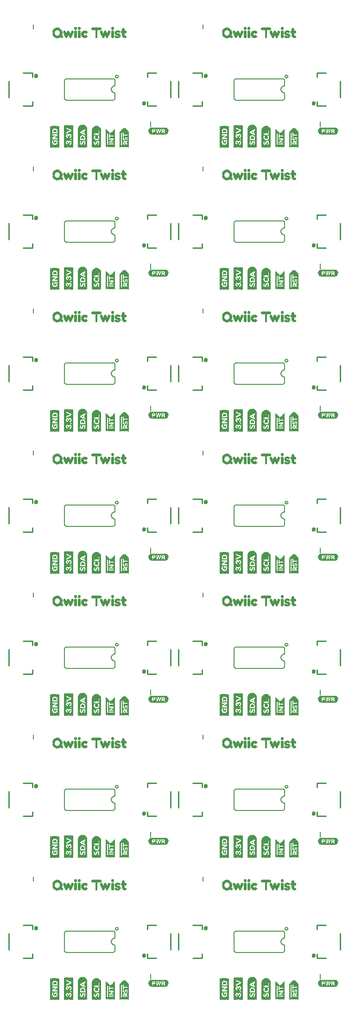
<source format=gto>
G75*
%MOIN*%
%OFA0B0*%
%FSLAX25Y25*%
%IPPOS*%
%LPD*%
%AMOC8*
5,1,8,0,0,1.08239X$1,22.5*
%
%ADD10C,0.01000*%
%ADD11C,0.01575*%
%ADD12R,0.00157X0.15906*%
%ADD13R,0.00157X0.02992*%
%ADD14R,0.00157X0.03937*%
%ADD15R,0.00157X0.07402*%
%ADD16R,0.00157X0.02520*%
%ADD17R,0.00157X0.03307*%
%ADD18R,0.00157X0.01102*%
%ADD19R,0.00157X0.02362*%
%ADD20R,0.00157X0.01890*%
%ADD21R,0.00157X0.02677*%
%ADD22R,0.00157X0.00787*%
%ADD23R,0.00157X0.01732*%
%ADD24R,0.00157X0.02205*%
%ADD25R,0.00157X0.00630*%
%ADD26R,0.00157X0.02047*%
%ADD27R,0.00157X0.00472*%
%ADD28R,0.00157X0.00315*%
%ADD29R,0.00157X0.00945*%
%ADD30R,0.00157X0.01575*%
%ADD31R,0.00157X0.01417*%
%ADD32R,0.00157X0.01260*%
%ADD33R,0.00157X0.03150*%
%ADD34R,0.00157X0.03622*%
%ADD35R,0.00157X0.00157*%
%ADD36R,0.00157X0.02835*%
%ADD37R,0.00157X0.03465*%
%ADD38R,0.00157X0.15276*%
%ADD39R,0.00157X0.11024*%
%ADD40R,0.00157X0.12913*%
%ADD41R,0.00157X0.13386*%
%ADD42R,0.00157X0.13701*%
%ADD43R,0.00157X0.14016*%
%ADD44R,0.00157X0.14173*%
%ADD45R,0.00157X0.14331*%
%ADD46R,0.00157X0.14488*%
%ADD47R,0.00157X0.07087*%
%ADD48R,0.00157X0.04882*%
%ADD49R,0.00157X0.05039*%
%ADD50R,0.00157X0.05197*%
%ADD51R,0.00157X0.13858*%
%ADD52R,0.00157X0.14646*%
%ADD53R,0.00157X0.14961*%
%ADD54R,0.00157X0.15118*%
%ADD55R,0.00157X0.15433*%
%ADD56R,0.00157X0.11969*%
%ADD57R,0.00157X0.04567*%
%ADD58R,0.00157X0.04409*%
%ADD59R,0.00157X0.04252*%
%ADD60R,0.00157X0.04094*%
%ADD61R,0.00157X0.03780*%
%ADD62C,0.00800*%
%ADD63R,0.00157X0.12756*%
%ADD64R,0.00157X0.12598*%
%ADD65R,0.00157X0.12441*%
%ADD66R,0.00157X0.12283*%
%ADD67R,0.00157X0.11181*%
%ADD68R,0.00157X0.10866*%
%ADD69R,0.00157X0.10709*%
%ADD70R,0.00157X0.12126*%
%ADD71R,0.00157X0.11496*%
%ADD72R,0.00157X0.11654*%
%ADD73R,0.00157X0.13071*%
%ADD74R,0.00157X0.13228*%
%ADD75R,0.00157X0.11811*%
%ADD76R,0.10748X0.00118*%
%ADD77R,0.11457X0.00118*%
%ADD78R,0.11929X0.00079*%
%ADD79R,0.12402X0.00157*%
%ADD80R,0.12638X0.00118*%
%ADD81R,0.12874X0.00118*%
%ADD82R,0.13110X0.00079*%
%ADD83R,0.04961X0.00118*%
%ADD84R,0.03071X0.00118*%
%ADD85R,0.05079X0.00118*%
%ADD86R,0.02244X0.00157*%
%ADD87R,0.00945X0.00157*%
%ADD88R,0.01181X0.00157*%
%ADD89R,0.00472X0.00157*%
%ADD90R,0.02835X0.00157*%
%ADD91R,0.02244X0.00118*%
%ADD92R,0.00591X0.00118*%
%ADD93R,0.00945X0.00118*%
%ADD94R,0.00354X0.00118*%
%ADD95R,0.02598X0.00118*%
%ADD96R,0.02362X0.00118*%
%ADD97R,0.00472X0.00118*%
%ADD98R,0.00827X0.00118*%
%ADD99R,0.02480X0.00118*%
%ADD100R,0.02480X0.00157*%
%ADD101R,0.00236X0.00157*%
%ADD102R,0.00709X0.00157*%
%ADD103R,0.00354X0.00157*%
%ADD104R,0.00709X0.00118*%
%ADD105R,0.00236X0.00118*%
%ADD106R,0.02598X0.00157*%
%ADD107R,0.00591X0.00157*%
%ADD108R,0.00118X0.00157*%
%ADD109R,0.02717X0.00118*%
%ADD110R,0.02835X0.00118*%
%ADD111R,0.00827X0.00157*%
%ADD112R,0.01299X0.00118*%
%ADD113R,0.01654X0.00118*%
%ADD114R,0.01063X0.00118*%
%ADD115R,0.01063X0.00157*%
%ADD116R,0.01181X0.00118*%
%ADD117R,0.02126X0.00118*%
%ADD118R,0.02126X0.00157*%
%ADD119R,0.01417X0.00118*%
%ADD120R,0.13110X0.00118*%
%ADD121R,0.12402X0.00118*%
%ADD122R,0.11929X0.00118*%
%ADD123C,0.00500*%
%ADD124R,0.01378X0.00276*%
%ADD125R,0.01654X0.00276*%
%ADD126R,0.01929X0.00276*%
%ADD127R,0.06063X0.00276*%
%ADD128R,0.03307X0.00315*%
%ADD129R,0.01929X0.00315*%
%ADD130R,0.07165X0.00315*%
%ADD131R,0.00551X0.00315*%
%ADD132R,0.04134X0.00276*%
%ADD133R,0.07165X0.00276*%
%ADD134R,0.04685X0.00236*%
%ADD135R,0.01929X0.00236*%
%ADD136R,0.07165X0.00236*%
%ADD137R,0.05236X0.00315*%
%ADD138R,0.01654X0.00315*%
%ADD139R,0.05787X0.00276*%
%ADD140R,0.00827X0.00276*%
%ADD141R,0.06614X0.00276*%
%ADD142R,0.02480X0.00236*%
%ADD143R,0.01654X0.00236*%
%ADD144R,0.00551X0.00236*%
%ADD145R,0.02205X0.00315*%
%ADD146R,0.01378X0.00315*%
%ADD147R,0.00827X0.00315*%
%ADD148R,0.01102X0.00315*%
%ADD149R,0.02756X0.00315*%
%ADD150R,0.03583X0.00315*%
%ADD151R,0.02205X0.00276*%
%ADD152R,0.03031X0.00276*%
%ADD153R,0.03583X0.00276*%
%ADD154R,0.03858X0.00276*%
%ADD155R,0.04409X0.00276*%
%ADD156R,0.02480X0.00276*%
%ADD157R,0.00551X0.00276*%
%ADD158R,0.04685X0.00276*%
%ADD159R,0.06614X0.00315*%
%ADD160R,0.03031X0.00315*%
%ADD161R,0.06339X0.00276*%
%ADD162R,0.03307X0.00276*%
%ADD163R,0.02756X0.00276*%
%ADD164R,0.00276X0.00276*%
%ADD165R,0.06890X0.00276*%
%ADD166R,0.01102X0.00276*%
%ADD167R,0.06890X0.00236*%
%ADD168R,0.04134X0.00236*%
%ADD169R,0.02205X0.00236*%
%ADD170R,0.04409X0.00236*%
%ADD171R,0.02756X0.00236*%
%ADD172R,0.01102X0.00236*%
%ADD173R,0.00827X0.00236*%
%ADD174R,0.01378X0.00236*%
D10*
X0030640Y0072844D02*
X0030640Y0084656D01*
X0040876Y0090561D02*
X0047372Y0090561D01*
X0047372Y0087608D01*
X0047372Y0069892D02*
X0047372Y0066939D01*
X0040876Y0066939D01*
X0040876Y0168939D02*
X0047372Y0168939D01*
X0047372Y0171892D01*
X0047372Y0189608D02*
X0047372Y0192561D01*
X0040876Y0192561D01*
X0030640Y0186656D02*
X0030640Y0174844D01*
X0040876Y0270939D02*
X0047372Y0270939D01*
X0047372Y0273892D01*
X0047372Y0291608D02*
X0047372Y0294561D01*
X0040876Y0294561D01*
X0030640Y0288656D02*
X0030640Y0276844D01*
X0040876Y0372939D02*
X0047372Y0372939D01*
X0047372Y0375892D01*
X0047372Y0393608D02*
X0047372Y0396561D01*
X0040876Y0396561D01*
X0030640Y0390656D02*
X0030640Y0378844D01*
X0040876Y0474939D02*
X0047372Y0474939D01*
X0047372Y0477892D01*
X0047372Y0495608D02*
X0047372Y0498561D01*
X0040876Y0498561D01*
X0030640Y0492656D02*
X0030640Y0480844D01*
X0040876Y0576939D02*
X0047372Y0576939D01*
X0047372Y0579892D01*
X0047372Y0597608D02*
X0047372Y0600561D01*
X0040876Y0600561D01*
X0030640Y0594656D02*
X0030640Y0582844D01*
X0040876Y0678939D02*
X0047372Y0678939D01*
X0047372Y0681892D01*
X0047372Y0699608D02*
X0047372Y0702561D01*
X0040876Y0702561D01*
X0030640Y0696656D02*
X0030640Y0684844D01*
X0130128Y0681892D02*
X0130128Y0678939D01*
X0136624Y0678939D01*
X0146860Y0684844D02*
X0146860Y0696656D01*
X0152640Y0696656D02*
X0152640Y0684844D01*
X0162876Y0678939D02*
X0169372Y0678939D01*
X0169372Y0681892D01*
X0169372Y0699608D02*
X0169372Y0702561D01*
X0162876Y0702561D01*
X0136624Y0702561D02*
X0130128Y0702561D01*
X0130128Y0699608D01*
X0130128Y0600561D02*
X0136624Y0600561D01*
X0130128Y0600561D02*
X0130128Y0597608D01*
X0130128Y0579892D02*
X0130128Y0576939D01*
X0136624Y0576939D01*
X0146860Y0582844D02*
X0146860Y0594656D01*
X0152640Y0594656D02*
X0152640Y0582844D01*
X0162876Y0576939D02*
X0169372Y0576939D01*
X0169372Y0579892D01*
X0169372Y0597608D02*
X0169372Y0600561D01*
X0162876Y0600561D01*
X0162876Y0498561D02*
X0169372Y0498561D01*
X0169372Y0495608D01*
X0169372Y0477892D02*
X0169372Y0474939D01*
X0162876Y0474939D01*
X0152640Y0480844D02*
X0152640Y0492656D01*
X0146860Y0492656D02*
X0146860Y0480844D01*
X0136624Y0474939D02*
X0130128Y0474939D01*
X0130128Y0477892D01*
X0130128Y0495608D02*
X0130128Y0498561D01*
X0136624Y0498561D01*
X0136624Y0396561D02*
X0130128Y0396561D01*
X0130128Y0393608D01*
X0130128Y0375892D02*
X0130128Y0372939D01*
X0136624Y0372939D01*
X0146860Y0378844D02*
X0146860Y0390656D01*
X0152640Y0390656D02*
X0152640Y0378844D01*
X0162876Y0372939D02*
X0169372Y0372939D01*
X0169372Y0375892D01*
X0169372Y0393608D02*
X0169372Y0396561D01*
X0162876Y0396561D01*
X0162876Y0294561D02*
X0169372Y0294561D01*
X0169372Y0291608D01*
X0169372Y0273892D02*
X0169372Y0270939D01*
X0162876Y0270939D01*
X0152640Y0276844D02*
X0152640Y0288656D01*
X0146860Y0288656D02*
X0146860Y0276844D01*
X0136624Y0270939D02*
X0130128Y0270939D01*
X0130128Y0273892D01*
X0130128Y0291608D02*
X0130128Y0294561D01*
X0136624Y0294561D01*
X0136624Y0192561D02*
X0130128Y0192561D01*
X0130128Y0189608D01*
X0130128Y0171892D02*
X0130128Y0168939D01*
X0136624Y0168939D01*
X0146860Y0174844D02*
X0146860Y0186656D01*
X0152640Y0186656D02*
X0152640Y0174844D01*
X0162876Y0168939D02*
X0169372Y0168939D01*
X0169372Y0171892D01*
X0169372Y0189608D02*
X0169372Y0192561D01*
X0162876Y0192561D01*
X0162876Y0090561D02*
X0169372Y0090561D01*
X0169372Y0087608D01*
X0169372Y0069892D02*
X0169372Y0066939D01*
X0162876Y0066939D01*
X0152640Y0072844D02*
X0152640Y0084656D01*
X0146860Y0084656D02*
X0146860Y0072844D01*
X0136624Y0066939D02*
X0130128Y0066939D01*
X0130128Y0069892D01*
X0130128Y0087608D02*
X0130128Y0090561D01*
X0136624Y0090561D01*
X0252128Y0090561D02*
X0252128Y0087608D01*
X0252128Y0090561D02*
X0258624Y0090561D01*
X0268860Y0084656D02*
X0268860Y0072844D01*
X0258624Y0066939D02*
X0252128Y0066939D01*
X0252128Y0069892D01*
X0252128Y0168939D02*
X0252128Y0171892D01*
X0252128Y0168939D02*
X0258624Y0168939D01*
X0268860Y0174844D02*
X0268860Y0186656D01*
X0258624Y0192561D02*
X0252128Y0192561D01*
X0252128Y0189608D01*
X0252128Y0270939D02*
X0252128Y0273892D01*
X0252128Y0270939D02*
X0258624Y0270939D01*
X0268860Y0276844D02*
X0268860Y0288656D01*
X0258624Y0294561D02*
X0252128Y0294561D01*
X0252128Y0291608D01*
X0252128Y0372939D02*
X0252128Y0375892D01*
X0252128Y0372939D02*
X0258624Y0372939D01*
X0268860Y0378844D02*
X0268860Y0390656D01*
X0258624Y0396561D02*
X0252128Y0396561D01*
X0252128Y0393608D01*
X0252128Y0474939D02*
X0252128Y0477892D01*
X0252128Y0474939D02*
X0258624Y0474939D01*
X0268860Y0480844D02*
X0268860Y0492656D01*
X0258624Y0498561D02*
X0252128Y0498561D01*
X0252128Y0495608D01*
X0252128Y0576939D02*
X0252128Y0579892D01*
X0252128Y0576939D02*
X0258624Y0576939D01*
X0268860Y0582844D02*
X0268860Y0594656D01*
X0258624Y0600561D02*
X0252128Y0600561D01*
X0252128Y0597608D01*
X0252128Y0678939D02*
X0252128Y0681892D01*
X0252128Y0678939D02*
X0258624Y0678939D01*
X0268860Y0684844D02*
X0268860Y0696656D01*
X0258624Y0702561D02*
X0252128Y0702561D01*
X0252128Y0699608D01*
D11*
X0249012Y0680907D02*
X0249014Y0680954D01*
X0249020Y0681000D01*
X0249029Y0681046D01*
X0249043Y0681090D01*
X0249060Y0681134D01*
X0249081Y0681175D01*
X0249105Y0681215D01*
X0249132Y0681253D01*
X0249163Y0681288D01*
X0249196Y0681321D01*
X0249232Y0681351D01*
X0249271Y0681377D01*
X0249311Y0681401D01*
X0249353Y0681420D01*
X0249397Y0681437D01*
X0249442Y0681449D01*
X0249488Y0681458D01*
X0249534Y0681463D01*
X0249581Y0681464D01*
X0249627Y0681461D01*
X0249673Y0681454D01*
X0249719Y0681443D01*
X0249763Y0681429D01*
X0249806Y0681411D01*
X0249847Y0681389D01*
X0249887Y0681364D01*
X0249924Y0681336D01*
X0249959Y0681305D01*
X0249991Y0681271D01*
X0250020Y0681234D01*
X0250045Y0681196D01*
X0250068Y0681155D01*
X0250087Y0681112D01*
X0250102Y0681068D01*
X0250114Y0681023D01*
X0250122Y0680977D01*
X0250126Y0680930D01*
X0250126Y0680884D01*
X0250122Y0680837D01*
X0250114Y0680791D01*
X0250102Y0680746D01*
X0250087Y0680702D01*
X0250068Y0680659D01*
X0250045Y0680618D01*
X0250020Y0680580D01*
X0249991Y0680543D01*
X0249959Y0680509D01*
X0249924Y0680478D01*
X0249887Y0680450D01*
X0249848Y0680425D01*
X0249806Y0680403D01*
X0249763Y0680385D01*
X0249719Y0680371D01*
X0249673Y0680360D01*
X0249627Y0680353D01*
X0249581Y0680350D01*
X0249534Y0680351D01*
X0249488Y0680356D01*
X0249442Y0680365D01*
X0249397Y0680377D01*
X0249353Y0680394D01*
X0249311Y0680413D01*
X0249271Y0680437D01*
X0249232Y0680463D01*
X0249196Y0680493D01*
X0249163Y0680526D01*
X0249132Y0680561D01*
X0249105Y0680599D01*
X0249081Y0680639D01*
X0249060Y0680680D01*
X0249043Y0680724D01*
X0249029Y0680768D01*
X0249020Y0680814D01*
X0249014Y0680860D01*
X0249012Y0680907D01*
X0249012Y0578907D02*
X0249014Y0578954D01*
X0249020Y0579000D01*
X0249029Y0579046D01*
X0249043Y0579090D01*
X0249060Y0579134D01*
X0249081Y0579175D01*
X0249105Y0579215D01*
X0249132Y0579253D01*
X0249163Y0579288D01*
X0249196Y0579321D01*
X0249232Y0579351D01*
X0249271Y0579377D01*
X0249311Y0579401D01*
X0249353Y0579420D01*
X0249397Y0579437D01*
X0249442Y0579449D01*
X0249488Y0579458D01*
X0249534Y0579463D01*
X0249581Y0579464D01*
X0249627Y0579461D01*
X0249673Y0579454D01*
X0249719Y0579443D01*
X0249763Y0579429D01*
X0249806Y0579411D01*
X0249847Y0579389D01*
X0249887Y0579364D01*
X0249924Y0579336D01*
X0249959Y0579305D01*
X0249991Y0579271D01*
X0250020Y0579234D01*
X0250045Y0579196D01*
X0250068Y0579155D01*
X0250087Y0579112D01*
X0250102Y0579068D01*
X0250114Y0579023D01*
X0250122Y0578977D01*
X0250126Y0578930D01*
X0250126Y0578884D01*
X0250122Y0578837D01*
X0250114Y0578791D01*
X0250102Y0578746D01*
X0250087Y0578702D01*
X0250068Y0578659D01*
X0250045Y0578618D01*
X0250020Y0578580D01*
X0249991Y0578543D01*
X0249959Y0578509D01*
X0249924Y0578478D01*
X0249887Y0578450D01*
X0249848Y0578425D01*
X0249806Y0578403D01*
X0249763Y0578385D01*
X0249719Y0578371D01*
X0249673Y0578360D01*
X0249627Y0578353D01*
X0249581Y0578350D01*
X0249534Y0578351D01*
X0249488Y0578356D01*
X0249442Y0578365D01*
X0249397Y0578377D01*
X0249353Y0578394D01*
X0249311Y0578413D01*
X0249271Y0578437D01*
X0249232Y0578463D01*
X0249196Y0578493D01*
X0249163Y0578526D01*
X0249132Y0578561D01*
X0249105Y0578599D01*
X0249081Y0578639D01*
X0249060Y0578680D01*
X0249043Y0578724D01*
X0249029Y0578768D01*
X0249020Y0578814D01*
X0249014Y0578860D01*
X0249012Y0578907D01*
X0249012Y0476907D02*
X0249014Y0476954D01*
X0249020Y0477000D01*
X0249029Y0477046D01*
X0249043Y0477090D01*
X0249060Y0477134D01*
X0249081Y0477175D01*
X0249105Y0477215D01*
X0249132Y0477253D01*
X0249163Y0477288D01*
X0249196Y0477321D01*
X0249232Y0477351D01*
X0249271Y0477377D01*
X0249311Y0477401D01*
X0249353Y0477420D01*
X0249397Y0477437D01*
X0249442Y0477449D01*
X0249488Y0477458D01*
X0249534Y0477463D01*
X0249581Y0477464D01*
X0249627Y0477461D01*
X0249673Y0477454D01*
X0249719Y0477443D01*
X0249763Y0477429D01*
X0249806Y0477411D01*
X0249847Y0477389D01*
X0249887Y0477364D01*
X0249924Y0477336D01*
X0249959Y0477305D01*
X0249991Y0477271D01*
X0250020Y0477234D01*
X0250045Y0477196D01*
X0250068Y0477155D01*
X0250087Y0477112D01*
X0250102Y0477068D01*
X0250114Y0477023D01*
X0250122Y0476977D01*
X0250126Y0476930D01*
X0250126Y0476884D01*
X0250122Y0476837D01*
X0250114Y0476791D01*
X0250102Y0476746D01*
X0250087Y0476702D01*
X0250068Y0476659D01*
X0250045Y0476618D01*
X0250020Y0476580D01*
X0249991Y0476543D01*
X0249959Y0476509D01*
X0249924Y0476478D01*
X0249887Y0476450D01*
X0249848Y0476425D01*
X0249806Y0476403D01*
X0249763Y0476385D01*
X0249719Y0476371D01*
X0249673Y0476360D01*
X0249627Y0476353D01*
X0249581Y0476350D01*
X0249534Y0476351D01*
X0249488Y0476356D01*
X0249442Y0476365D01*
X0249397Y0476377D01*
X0249353Y0476394D01*
X0249311Y0476413D01*
X0249271Y0476437D01*
X0249232Y0476463D01*
X0249196Y0476493D01*
X0249163Y0476526D01*
X0249132Y0476561D01*
X0249105Y0476599D01*
X0249081Y0476639D01*
X0249060Y0476680D01*
X0249043Y0476724D01*
X0249029Y0476768D01*
X0249020Y0476814D01*
X0249014Y0476860D01*
X0249012Y0476907D01*
X0249012Y0374907D02*
X0249014Y0374954D01*
X0249020Y0375000D01*
X0249029Y0375046D01*
X0249043Y0375090D01*
X0249060Y0375134D01*
X0249081Y0375175D01*
X0249105Y0375215D01*
X0249132Y0375253D01*
X0249163Y0375288D01*
X0249196Y0375321D01*
X0249232Y0375351D01*
X0249271Y0375377D01*
X0249311Y0375401D01*
X0249353Y0375420D01*
X0249397Y0375437D01*
X0249442Y0375449D01*
X0249488Y0375458D01*
X0249534Y0375463D01*
X0249581Y0375464D01*
X0249627Y0375461D01*
X0249673Y0375454D01*
X0249719Y0375443D01*
X0249763Y0375429D01*
X0249806Y0375411D01*
X0249847Y0375389D01*
X0249887Y0375364D01*
X0249924Y0375336D01*
X0249959Y0375305D01*
X0249991Y0375271D01*
X0250020Y0375234D01*
X0250045Y0375196D01*
X0250068Y0375155D01*
X0250087Y0375112D01*
X0250102Y0375068D01*
X0250114Y0375023D01*
X0250122Y0374977D01*
X0250126Y0374930D01*
X0250126Y0374884D01*
X0250122Y0374837D01*
X0250114Y0374791D01*
X0250102Y0374746D01*
X0250087Y0374702D01*
X0250068Y0374659D01*
X0250045Y0374618D01*
X0250020Y0374580D01*
X0249991Y0374543D01*
X0249959Y0374509D01*
X0249924Y0374478D01*
X0249887Y0374450D01*
X0249848Y0374425D01*
X0249806Y0374403D01*
X0249763Y0374385D01*
X0249719Y0374371D01*
X0249673Y0374360D01*
X0249627Y0374353D01*
X0249581Y0374350D01*
X0249534Y0374351D01*
X0249488Y0374356D01*
X0249442Y0374365D01*
X0249397Y0374377D01*
X0249353Y0374394D01*
X0249311Y0374413D01*
X0249271Y0374437D01*
X0249232Y0374463D01*
X0249196Y0374493D01*
X0249163Y0374526D01*
X0249132Y0374561D01*
X0249105Y0374599D01*
X0249081Y0374639D01*
X0249060Y0374680D01*
X0249043Y0374724D01*
X0249029Y0374768D01*
X0249020Y0374814D01*
X0249014Y0374860D01*
X0249012Y0374907D01*
X0249012Y0272907D02*
X0249014Y0272954D01*
X0249020Y0273000D01*
X0249029Y0273046D01*
X0249043Y0273090D01*
X0249060Y0273134D01*
X0249081Y0273175D01*
X0249105Y0273215D01*
X0249132Y0273253D01*
X0249163Y0273288D01*
X0249196Y0273321D01*
X0249232Y0273351D01*
X0249271Y0273377D01*
X0249311Y0273401D01*
X0249353Y0273420D01*
X0249397Y0273437D01*
X0249442Y0273449D01*
X0249488Y0273458D01*
X0249534Y0273463D01*
X0249581Y0273464D01*
X0249627Y0273461D01*
X0249673Y0273454D01*
X0249719Y0273443D01*
X0249763Y0273429D01*
X0249806Y0273411D01*
X0249847Y0273389D01*
X0249887Y0273364D01*
X0249924Y0273336D01*
X0249959Y0273305D01*
X0249991Y0273271D01*
X0250020Y0273234D01*
X0250045Y0273196D01*
X0250068Y0273155D01*
X0250087Y0273112D01*
X0250102Y0273068D01*
X0250114Y0273023D01*
X0250122Y0272977D01*
X0250126Y0272930D01*
X0250126Y0272884D01*
X0250122Y0272837D01*
X0250114Y0272791D01*
X0250102Y0272746D01*
X0250087Y0272702D01*
X0250068Y0272659D01*
X0250045Y0272618D01*
X0250020Y0272580D01*
X0249991Y0272543D01*
X0249959Y0272509D01*
X0249924Y0272478D01*
X0249887Y0272450D01*
X0249848Y0272425D01*
X0249806Y0272403D01*
X0249763Y0272385D01*
X0249719Y0272371D01*
X0249673Y0272360D01*
X0249627Y0272353D01*
X0249581Y0272350D01*
X0249534Y0272351D01*
X0249488Y0272356D01*
X0249442Y0272365D01*
X0249397Y0272377D01*
X0249353Y0272394D01*
X0249311Y0272413D01*
X0249271Y0272437D01*
X0249232Y0272463D01*
X0249196Y0272493D01*
X0249163Y0272526D01*
X0249132Y0272561D01*
X0249105Y0272599D01*
X0249081Y0272639D01*
X0249060Y0272680D01*
X0249043Y0272724D01*
X0249029Y0272768D01*
X0249020Y0272814D01*
X0249014Y0272860D01*
X0249012Y0272907D01*
X0249012Y0170907D02*
X0249014Y0170954D01*
X0249020Y0171000D01*
X0249029Y0171046D01*
X0249043Y0171090D01*
X0249060Y0171134D01*
X0249081Y0171175D01*
X0249105Y0171215D01*
X0249132Y0171253D01*
X0249163Y0171288D01*
X0249196Y0171321D01*
X0249232Y0171351D01*
X0249271Y0171377D01*
X0249311Y0171401D01*
X0249353Y0171420D01*
X0249397Y0171437D01*
X0249442Y0171449D01*
X0249488Y0171458D01*
X0249534Y0171463D01*
X0249581Y0171464D01*
X0249627Y0171461D01*
X0249673Y0171454D01*
X0249719Y0171443D01*
X0249763Y0171429D01*
X0249806Y0171411D01*
X0249847Y0171389D01*
X0249887Y0171364D01*
X0249924Y0171336D01*
X0249959Y0171305D01*
X0249991Y0171271D01*
X0250020Y0171234D01*
X0250045Y0171196D01*
X0250068Y0171155D01*
X0250087Y0171112D01*
X0250102Y0171068D01*
X0250114Y0171023D01*
X0250122Y0170977D01*
X0250126Y0170930D01*
X0250126Y0170884D01*
X0250122Y0170837D01*
X0250114Y0170791D01*
X0250102Y0170746D01*
X0250087Y0170702D01*
X0250068Y0170659D01*
X0250045Y0170618D01*
X0250020Y0170580D01*
X0249991Y0170543D01*
X0249959Y0170509D01*
X0249924Y0170478D01*
X0249887Y0170450D01*
X0249848Y0170425D01*
X0249806Y0170403D01*
X0249763Y0170385D01*
X0249719Y0170371D01*
X0249673Y0170360D01*
X0249627Y0170353D01*
X0249581Y0170350D01*
X0249534Y0170351D01*
X0249488Y0170356D01*
X0249442Y0170365D01*
X0249397Y0170377D01*
X0249353Y0170394D01*
X0249311Y0170413D01*
X0249271Y0170437D01*
X0249232Y0170463D01*
X0249196Y0170493D01*
X0249163Y0170526D01*
X0249132Y0170561D01*
X0249105Y0170599D01*
X0249081Y0170639D01*
X0249060Y0170680D01*
X0249043Y0170724D01*
X0249029Y0170768D01*
X0249020Y0170814D01*
X0249014Y0170860D01*
X0249012Y0170907D01*
X0249012Y0068907D02*
X0249014Y0068954D01*
X0249020Y0069000D01*
X0249029Y0069046D01*
X0249043Y0069090D01*
X0249060Y0069134D01*
X0249081Y0069175D01*
X0249105Y0069215D01*
X0249132Y0069253D01*
X0249163Y0069288D01*
X0249196Y0069321D01*
X0249232Y0069351D01*
X0249271Y0069377D01*
X0249311Y0069401D01*
X0249353Y0069420D01*
X0249397Y0069437D01*
X0249442Y0069449D01*
X0249488Y0069458D01*
X0249534Y0069463D01*
X0249581Y0069464D01*
X0249627Y0069461D01*
X0249673Y0069454D01*
X0249719Y0069443D01*
X0249763Y0069429D01*
X0249806Y0069411D01*
X0249847Y0069389D01*
X0249887Y0069364D01*
X0249924Y0069336D01*
X0249959Y0069305D01*
X0249991Y0069271D01*
X0250020Y0069234D01*
X0250045Y0069196D01*
X0250068Y0069155D01*
X0250087Y0069112D01*
X0250102Y0069068D01*
X0250114Y0069023D01*
X0250122Y0068977D01*
X0250126Y0068930D01*
X0250126Y0068884D01*
X0250122Y0068837D01*
X0250114Y0068791D01*
X0250102Y0068746D01*
X0250087Y0068702D01*
X0250068Y0068659D01*
X0250045Y0068618D01*
X0250020Y0068580D01*
X0249991Y0068543D01*
X0249959Y0068509D01*
X0249924Y0068478D01*
X0249887Y0068450D01*
X0249848Y0068425D01*
X0249806Y0068403D01*
X0249763Y0068385D01*
X0249719Y0068371D01*
X0249673Y0068360D01*
X0249627Y0068353D01*
X0249581Y0068350D01*
X0249534Y0068351D01*
X0249488Y0068356D01*
X0249442Y0068365D01*
X0249397Y0068377D01*
X0249353Y0068394D01*
X0249311Y0068413D01*
X0249271Y0068437D01*
X0249232Y0068463D01*
X0249196Y0068493D01*
X0249163Y0068526D01*
X0249132Y0068561D01*
X0249105Y0068599D01*
X0249081Y0068639D01*
X0249060Y0068680D01*
X0249043Y0068724D01*
X0249029Y0068768D01*
X0249020Y0068814D01*
X0249014Y0068860D01*
X0249012Y0068907D01*
X0171374Y0088593D02*
X0171376Y0088640D01*
X0171382Y0088686D01*
X0171391Y0088732D01*
X0171405Y0088776D01*
X0171422Y0088820D01*
X0171443Y0088861D01*
X0171467Y0088901D01*
X0171494Y0088939D01*
X0171525Y0088974D01*
X0171558Y0089007D01*
X0171594Y0089037D01*
X0171633Y0089063D01*
X0171673Y0089087D01*
X0171715Y0089106D01*
X0171759Y0089123D01*
X0171804Y0089135D01*
X0171850Y0089144D01*
X0171896Y0089149D01*
X0171943Y0089150D01*
X0171989Y0089147D01*
X0172035Y0089140D01*
X0172081Y0089129D01*
X0172125Y0089115D01*
X0172168Y0089097D01*
X0172209Y0089075D01*
X0172249Y0089050D01*
X0172286Y0089022D01*
X0172321Y0088991D01*
X0172353Y0088957D01*
X0172382Y0088920D01*
X0172407Y0088882D01*
X0172430Y0088841D01*
X0172449Y0088798D01*
X0172464Y0088754D01*
X0172476Y0088709D01*
X0172484Y0088663D01*
X0172488Y0088616D01*
X0172488Y0088570D01*
X0172484Y0088523D01*
X0172476Y0088477D01*
X0172464Y0088432D01*
X0172449Y0088388D01*
X0172430Y0088345D01*
X0172407Y0088304D01*
X0172382Y0088266D01*
X0172353Y0088229D01*
X0172321Y0088195D01*
X0172286Y0088164D01*
X0172249Y0088136D01*
X0172210Y0088111D01*
X0172168Y0088089D01*
X0172125Y0088071D01*
X0172081Y0088057D01*
X0172035Y0088046D01*
X0171989Y0088039D01*
X0171943Y0088036D01*
X0171896Y0088037D01*
X0171850Y0088042D01*
X0171804Y0088051D01*
X0171759Y0088063D01*
X0171715Y0088080D01*
X0171673Y0088099D01*
X0171633Y0088123D01*
X0171594Y0088149D01*
X0171558Y0088179D01*
X0171525Y0088212D01*
X0171494Y0088247D01*
X0171467Y0088285D01*
X0171443Y0088325D01*
X0171422Y0088366D01*
X0171405Y0088410D01*
X0171391Y0088454D01*
X0171382Y0088500D01*
X0171376Y0088546D01*
X0171374Y0088593D01*
X0127012Y0068907D02*
X0127014Y0068954D01*
X0127020Y0069000D01*
X0127029Y0069046D01*
X0127043Y0069090D01*
X0127060Y0069134D01*
X0127081Y0069175D01*
X0127105Y0069215D01*
X0127132Y0069253D01*
X0127163Y0069288D01*
X0127196Y0069321D01*
X0127232Y0069351D01*
X0127271Y0069377D01*
X0127311Y0069401D01*
X0127353Y0069420D01*
X0127397Y0069437D01*
X0127442Y0069449D01*
X0127488Y0069458D01*
X0127534Y0069463D01*
X0127581Y0069464D01*
X0127627Y0069461D01*
X0127673Y0069454D01*
X0127719Y0069443D01*
X0127763Y0069429D01*
X0127806Y0069411D01*
X0127847Y0069389D01*
X0127887Y0069364D01*
X0127924Y0069336D01*
X0127959Y0069305D01*
X0127991Y0069271D01*
X0128020Y0069234D01*
X0128045Y0069196D01*
X0128068Y0069155D01*
X0128087Y0069112D01*
X0128102Y0069068D01*
X0128114Y0069023D01*
X0128122Y0068977D01*
X0128126Y0068930D01*
X0128126Y0068884D01*
X0128122Y0068837D01*
X0128114Y0068791D01*
X0128102Y0068746D01*
X0128087Y0068702D01*
X0128068Y0068659D01*
X0128045Y0068618D01*
X0128020Y0068580D01*
X0127991Y0068543D01*
X0127959Y0068509D01*
X0127924Y0068478D01*
X0127887Y0068450D01*
X0127848Y0068425D01*
X0127806Y0068403D01*
X0127763Y0068385D01*
X0127719Y0068371D01*
X0127673Y0068360D01*
X0127627Y0068353D01*
X0127581Y0068350D01*
X0127534Y0068351D01*
X0127488Y0068356D01*
X0127442Y0068365D01*
X0127397Y0068377D01*
X0127353Y0068394D01*
X0127311Y0068413D01*
X0127271Y0068437D01*
X0127232Y0068463D01*
X0127196Y0068493D01*
X0127163Y0068526D01*
X0127132Y0068561D01*
X0127105Y0068599D01*
X0127081Y0068639D01*
X0127060Y0068680D01*
X0127043Y0068724D01*
X0127029Y0068768D01*
X0127020Y0068814D01*
X0127014Y0068860D01*
X0127012Y0068907D01*
X0127012Y0170907D02*
X0127014Y0170954D01*
X0127020Y0171000D01*
X0127029Y0171046D01*
X0127043Y0171090D01*
X0127060Y0171134D01*
X0127081Y0171175D01*
X0127105Y0171215D01*
X0127132Y0171253D01*
X0127163Y0171288D01*
X0127196Y0171321D01*
X0127232Y0171351D01*
X0127271Y0171377D01*
X0127311Y0171401D01*
X0127353Y0171420D01*
X0127397Y0171437D01*
X0127442Y0171449D01*
X0127488Y0171458D01*
X0127534Y0171463D01*
X0127581Y0171464D01*
X0127627Y0171461D01*
X0127673Y0171454D01*
X0127719Y0171443D01*
X0127763Y0171429D01*
X0127806Y0171411D01*
X0127847Y0171389D01*
X0127887Y0171364D01*
X0127924Y0171336D01*
X0127959Y0171305D01*
X0127991Y0171271D01*
X0128020Y0171234D01*
X0128045Y0171196D01*
X0128068Y0171155D01*
X0128087Y0171112D01*
X0128102Y0171068D01*
X0128114Y0171023D01*
X0128122Y0170977D01*
X0128126Y0170930D01*
X0128126Y0170884D01*
X0128122Y0170837D01*
X0128114Y0170791D01*
X0128102Y0170746D01*
X0128087Y0170702D01*
X0128068Y0170659D01*
X0128045Y0170618D01*
X0128020Y0170580D01*
X0127991Y0170543D01*
X0127959Y0170509D01*
X0127924Y0170478D01*
X0127887Y0170450D01*
X0127848Y0170425D01*
X0127806Y0170403D01*
X0127763Y0170385D01*
X0127719Y0170371D01*
X0127673Y0170360D01*
X0127627Y0170353D01*
X0127581Y0170350D01*
X0127534Y0170351D01*
X0127488Y0170356D01*
X0127442Y0170365D01*
X0127397Y0170377D01*
X0127353Y0170394D01*
X0127311Y0170413D01*
X0127271Y0170437D01*
X0127232Y0170463D01*
X0127196Y0170493D01*
X0127163Y0170526D01*
X0127132Y0170561D01*
X0127105Y0170599D01*
X0127081Y0170639D01*
X0127060Y0170680D01*
X0127043Y0170724D01*
X0127029Y0170768D01*
X0127020Y0170814D01*
X0127014Y0170860D01*
X0127012Y0170907D01*
X0171374Y0190593D02*
X0171376Y0190640D01*
X0171382Y0190686D01*
X0171391Y0190732D01*
X0171405Y0190776D01*
X0171422Y0190820D01*
X0171443Y0190861D01*
X0171467Y0190901D01*
X0171494Y0190939D01*
X0171525Y0190974D01*
X0171558Y0191007D01*
X0171594Y0191037D01*
X0171633Y0191063D01*
X0171673Y0191087D01*
X0171715Y0191106D01*
X0171759Y0191123D01*
X0171804Y0191135D01*
X0171850Y0191144D01*
X0171896Y0191149D01*
X0171943Y0191150D01*
X0171989Y0191147D01*
X0172035Y0191140D01*
X0172081Y0191129D01*
X0172125Y0191115D01*
X0172168Y0191097D01*
X0172209Y0191075D01*
X0172249Y0191050D01*
X0172286Y0191022D01*
X0172321Y0190991D01*
X0172353Y0190957D01*
X0172382Y0190920D01*
X0172407Y0190882D01*
X0172430Y0190841D01*
X0172449Y0190798D01*
X0172464Y0190754D01*
X0172476Y0190709D01*
X0172484Y0190663D01*
X0172488Y0190616D01*
X0172488Y0190570D01*
X0172484Y0190523D01*
X0172476Y0190477D01*
X0172464Y0190432D01*
X0172449Y0190388D01*
X0172430Y0190345D01*
X0172407Y0190304D01*
X0172382Y0190266D01*
X0172353Y0190229D01*
X0172321Y0190195D01*
X0172286Y0190164D01*
X0172249Y0190136D01*
X0172210Y0190111D01*
X0172168Y0190089D01*
X0172125Y0190071D01*
X0172081Y0190057D01*
X0172035Y0190046D01*
X0171989Y0190039D01*
X0171943Y0190036D01*
X0171896Y0190037D01*
X0171850Y0190042D01*
X0171804Y0190051D01*
X0171759Y0190063D01*
X0171715Y0190080D01*
X0171673Y0190099D01*
X0171633Y0190123D01*
X0171594Y0190149D01*
X0171558Y0190179D01*
X0171525Y0190212D01*
X0171494Y0190247D01*
X0171467Y0190285D01*
X0171443Y0190325D01*
X0171422Y0190366D01*
X0171405Y0190410D01*
X0171391Y0190454D01*
X0171382Y0190500D01*
X0171376Y0190546D01*
X0171374Y0190593D01*
X0127012Y0272907D02*
X0127014Y0272954D01*
X0127020Y0273000D01*
X0127029Y0273046D01*
X0127043Y0273090D01*
X0127060Y0273134D01*
X0127081Y0273175D01*
X0127105Y0273215D01*
X0127132Y0273253D01*
X0127163Y0273288D01*
X0127196Y0273321D01*
X0127232Y0273351D01*
X0127271Y0273377D01*
X0127311Y0273401D01*
X0127353Y0273420D01*
X0127397Y0273437D01*
X0127442Y0273449D01*
X0127488Y0273458D01*
X0127534Y0273463D01*
X0127581Y0273464D01*
X0127627Y0273461D01*
X0127673Y0273454D01*
X0127719Y0273443D01*
X0127763Y0273429D01*
X0127806Y0273411D01*
X0127847Y0273389D01*
X0127887Y0273364D01*
X0127924Y0273336D01*
X0127959Y0273305D01*
X0127991Y0273271D01*
X0128020Y0273234D01*
X0128045Y0273196D01*
X0128068Y0273155D01*
X0128087Y0273112D01*
X0128102Y0273068D01*
X0128114Y0273023D01*
X0128122Y0272977D01*
X0128126Y0272930D01*
X0128126Y0272884D01*
X0128122Y0272837D01*
X0128114Y0272791D01*
X0128102Y0272746D01*
X0128087Y0272702D01*
X0128068Y0272659D01*
X0128045Y0272618D01*
X0128020Y0272580D01*
X0127991Y0272543D01*
X0127959Y0272509D01*
X0127924Y0272478D01*
X0127887Y0272450D01*
X0127848Y0272425D01*
X0127806Y0272403D01*
X0127763Y0272385D01*
X0127719Y0272371D01*
X0127673Y0272360D01*
X0127627Y0272353D01*
X0127581Y0272350D01*
X0127534Y0272351D01*
X0127488Y0272356D01*
X0127442Y0272365D01*
X0127397Y0272377D01*
X0127353Y0272394D01*
X0127311Y0272413D01*
X0127271Y0272437D01*
X0127232Y0272463D01*
X0127196Y0272493D01*
X0127163Y0272526D01*
X0127132Y0272561D01*
X0127105Y0272599D01*
X0127081Y0272639D01*
X0127060Y0272680D01*
X0127043Y0272724D01*
X0127029Y0272768D01*
X0127020Y0272814D01*
X0127014Y0272860D01*
X0127012Y0272907D01*
X0171374Y0292593D02*
X0171376Y0292640D01*
X0171382Y0292686D01*
X0171391Y0292732D01*
X0171405Y0292776D01*
X0171422Y0292820D01*
X0171443Y0292861D01*
X0171467Y0292901D01*
X0171494Y0292939D01*
X0171525Y0292974D01*
X0171558Y0293007D01*
X0171594Y0293037D01*
X0171633Y0293063D01*
X0171673Y0293087D01*
X0171715Y0293106D01*
X0171759Y0293123D01*
X0171804Y0293135D01*
X0171850Y0293144D01*
X0171896Y0293149D01*
X0171943Y0293150D01*
X0171989Y0293147D01*
X0172035Y0293140D01*
X0172081Y0293129D01*
X0172125Y0293115D01*
X0172168Y0293097D01*
X0172209Y0293075D01*
X0172249Y0293050D01*
X0172286Y0293022D01*
X0172321Y0292991D01*
X0172353Y0292957D01*
X0172382Y0292920D01*
X0172407Y0292882D01*
X0172430Y0292841D01*
X0172449Y0292798D01*
X0172464Y0292754D01*
X0172476Y0292709D01*
X0172484Y0292663D01*
X0172488Y0292616D01*
X0172488Y0292570D01*
X0172484Y0292523D01*
X0172476Y0292477D01*
X0172464Y0292432D01*
X0172449Y0292388D01*
X0172430Y0292345D01*
X0172407Y0292304D01*
X0172382Y0292266D01*
X0172353Y0292229D01*
X0172321Y0292195D01*
X0172286Y0292164D01*
X0172249Y0292136D01*
X0172210Y0292111D01*
X0172168Y0292089D01*
X0172125Y0292071D01*
X0172081Y0292057D01*
X0172035Y0292046D01*
X0171989Y0292039D01*
X0171943Y0292036D01*
X0171896Y0292037D01*
X0171850Y0292042D01*
X0171804Y0292051D01*
X0171759Y0292063D01*
X0171715Y0292080D01*
X0171673Y0292099D01*
X0171633Y0292123D01*
X0171594Y0292149D01*
X0171558Y0292179D01*
X0171525Y0292212D01*
X0171494Y0292247D01*
X0171467Y0292285D01*
X0171443Y0292325D01*
X0171422Y0292366D01*
X0171405Y0292410D01*
X0171391Y0292454D01*
X0171382Y0292500D01*
X0171376Y0292546D01*
X0171374Y0292593D01*
X0127012Y0374907D02*
X0127014Y0374954D01*
X0127020Y0375000D01*
X0127029Y0375046D01*
X0127043Y0375090D01*
X0127060Y0375134D01*
X0127081Y0375175D01*
X0127105Y0375215D01*
X0127132Y0375253D01*
X0127163Y0375288D01*
X0127196Y0375321D01*
X0127232Y0375351D01*
X0127271Y0375377D01*
X0127311Y0375401D01*
X0127353Y0375420D01*
X0127397Y0375437D01*
X0127442Y0375449D01*
X0127488Y0375458D01*
X0127534Y0375463D01*
X0127581Y0375464D01*
X0127627Y0375461D01*
X0127673Y0375454D01*
X0127719Y0375443D01*
X0127763Y0375429D01*
X0127806Y0375411D01*
X0127847Y0375389D01*
X0127887Y0375364D01*
X0127924Y0375336D01*
X0127959Y0375305D01*
X0127991Y0375271D01*
X0128020Y0375234D01*
X0128045Y0375196D01*
X0128068Y0375155D01*
X0128087Y0375112D01*
X0128102Y0375068D01*
X0128114Y0375023D01*
X0128122Y0374977D01*
X0128126Y0374930D01*
X0128126Y0374884D01*
X0128122Y0374837D01*
X0128114Y0374791D01*
X0128102Y0374746D01*
X0128087Y0374702D01*
X0128068Y0374659D01*
X0128045Y0374618D01*
X0128020Y0374580D01*
X0127991Y0374543D01*
X0127959Y0374509D01*
X0127924Y0374478D01*
X0127887Y0374450D01*
X0127848Y0374425D01*
X0127806Y0374403D01*
X0127763Y0374385D01*
X0127719Y0374371D01*
X0127673Y0374360D01*
X0127627Y0374353D01*
X0127581Y0374350D01*
X0127534Y0374351D01*
X0127488Y0374356D01*
X0127442Y0374365D01*
X0127397Y0374377D01*
X0127353Y0374394D01*
X0127311Y0374413D01*
X0127271Y0374437D01*
X0127232Y0374463D01*
X0127196Y0374493D01*
X0127163Y0374526D01*
X0127132Y0374561D01*
X0127105Y0374599D01*
X0127081Y0374639D01*
X0127060Y0374680D01*
X0127043Y0374724D01*
X0127029Y0374768D01*
X0127020Y0374814D01*
X0127014Y0374860D01*
X0127012Y0374907D01*
X0171374Y0394593D02*
X0171376Y0394640D01*
X0171382Y0394686D01*
X0171391Y0394732D01*
X0171405Y0394776D01*
X0171422Y0394820D01*
X0171443Y0394861D01*
X0171467Y0394901D01*
X0171494Y0394939D01*
X0171525Y0394974D01*
X0171558Y0395007D01*
X0171594Y0395037D01*
X0171633Y0395063D01*
X0171673Y0395087D01*
X0171715Y0395106D01*
X0171759Y0395123D01*
X0171804Y0395135D01*
X0171850Y0395144D01*
X0171896Y0395149D01*
X0171943Y0395150D01*
X0171989Y0395147D01*
X0172035Y0395140D01*
X0172081Y0395129D01*
X0172125Y0395115D01*
X0172168Y0395097D01*
X0172209Y0395075D01*
X0172249Y0395050D01*
X0172286Y0395022D01*
X0172321Y0394991D01*
X0172353Y0394957D01*
X0172382Y0394920D01*
X0172407Y0394882D01*
X0172430Y0394841D01*
X0172449Y0394798D01*
X0172464Y0394754D01*
X0172476Y0394709D01*
X0172484Y0394663D01*
X0172488Y0394616D01*
X0172488Y0394570D01*
X0172484Y0394523D01*
X0172476Y0394477D01*
X0172464Y0394432D01*
X0172449Y0394388D01*
X0172430Y0394345D01*
X0172407Y0394304D01*
X0172382Y0394266D01*
X0172353Y0394229D01*
X0172321Y0394195D01*
X0172286Y0394164D01*
X0172249Y0394136D01*
X0172210Y0394111D01*
X0172168Y0394089D01*
X0172125Y0394071D01*
X0172081Y0394057D01*
X0172035Y0394046D01*
X0171989Y0394039D01*
X0171943Y0394036D01*
X0171896Y0394037D01*
X0171850Y0394042D01*
X0171804Y0394051D01*
X0171759Y0394063D01*
X0171715Y0394080D01*
X0171673Y0394099D01*
X0171633Y0394123D01*
X0171594Y0394149D01*
X0171558Y0394179D01*
X0171525Y0394212D01*
X0171494Y0394247D01*
X0171467Y0394285D01*
X0171443Y0394325D01*
X0171422Y0394366D01*
X0171405Y0394410D01*
X0171391Y0394454D01*
X0171382Y0394500D01*
X0171376Y0394546D01*
X0171374Y0394593D01*
X0127012Y0476907D02*
X0127014Y0476954D01*
X0127020Y0477000D01*
X0127029Y0477046D01*
X0127043Y0477090D01*
X0127060Y0477134D01*
X0127081Y0477175D01*
X0127105Y0477215D01*
X0127132Y0477253D01*
X0127163Y0477288D01*
X0127196Y0477321D01*
X0127232Y0477351D01*
X0127271Y0477377D01*
X0127311Y0477401D01*
X0127353Y0477420D01*
X0127397Y0477437D01*
X0127442Y0477449D01*
X0127488Y0477458D01*
X0127534Y0477463D01*
X0127581Y0477464D01*
X0127627Y0477461D01*
X0127673Y0477454D01*
X0127719Y0477443D01*
X0127763Y0477429D01*
X0127806Y0477411D01*
X0127847Y0477389D01*
X0127887Y0477364D01*
X0127924Y0477336D01*
X0127959Y0477305D01*
X0127991Y0477271D01*
X0128020Y0477234D01*
X0128045Y0477196D01*
X0128068Y0477155D01*
X0128087Y0477112D01*
X0128102Y0477068D01*
X0128114Y0477023D01*
X0128122Y0476977D01*
X0128126Y0476930D01*
X0128126Y0476884D01*
X0128122Y0476837D01*
X0128114Y0476791D01*
X0128102Y0476746D01*
X0128087Y0476702D01*
X0128068Y0476659D01*
X0128045Y0476618D01*
X0128020Y0476580D01*
X0127991Y0476543D01*
X0127959Y0476509D01*
X0127924Y0476478D01*
X0127887Y0476450D01*
X0127848Y0476425D01*
X0127806Y0476403D01*
X0127763Y0476385D01*
X0127719Y0476371D01*
X0127673Y0476360D01*
X0127627Y0476353D01*
X0127581Y0476350D01*
X0127534Y0476351D01*
X0127488Y0476356D01*
X0127442Y0476365D01*
X0127397Y0476377D01*
X0127353Y0476394D01*
X0127311Y0476413D01*
X0127271Y0476437D01*
X0127232Y0476463D01*
X0127196Y0476493D01*
X0127163Y0476526D01*
X0127132Y0476561D01*
X0127105Y0476599D01*
X0127081Y0476639D01*
X0127060Y0476680D01*
X0127043Y0476724D01*
X0127029Y0476768D01*
X0127020Y0476814D01*
X0127014Y0476860D01*
X0127012Y0476907D01*
X0171374Y0496593D02*
X0171376Y0496640D01*
X0171382Y0496686D01*
X0171391Y0496732D01*
X0171405Y0496776D01*
X0171422Y0496820D01*
X0171443Y0496861D01*
X0171467Y0496901D01*
X0171494Y0496939D01*
X0171525Y0496974D01*
X0171558Y0497007D01*
X0171594Y0497037D01*
X0171633Y0497063D01*
X0171673Y0497087D01*
X0171715Y0497106D01*
X0171759Y0497123D01*
X0171804Y0497135D01*
X0171850Y0497144D01*
X0171896Y0497149D01*
X0171943Y0497150D01*
X0171989Y0497147D01*
X0172035Y0497140D01*
X0172081Y0497129D01*
X0172125Y0497115D01*
X0172168Y0497097D01*
X0172209Y0497075D01*
X0172249Y0497050D01*
X0172286Y0497022D01*
X0172321Y0496991D01*
X0172353Y0496957D01*
X0172382Y0496920D01*
X0172407Y0496882D01*
X0172430Y0496841D01*
X0172449Y0496798D01*
X0172464Y0496754D01*
X0172476Y0496709D01*
X0172484Y0496663D01*
X0172488Y0496616D01*
X0172488Y0496570D01*
X0172484Y0496523D01*
X0172476Y0496477D01*
X0172464Y0496432D01*
X0172449Y0496388D01*
X0172430Y0496345D01*
X0172407Y0496304D01*
X0172382Y0496266D01*
X0172353Y0496229D01*
X0172321Y0496195D01*
X0172286Y0496164D01*
X0172249Y0496136D01*
X0172210Y0496111D01*
X0172168Y0496089D01*
X0172125Y0496071D01*
X0172081Y0496057D01*
X0172035Y0496046D01*
X0171989Y0496039D01*
X0171943Y0496036D01*
X0171896Y0496037D01*
X0171850Y0496042D01*
X0171804Y0496051D01*
X0171759Y0496063D01*
X0171715Y0496080D01*
X0171673Y0496099D01*
X0171633Y0496123D01*
X0171594Y0496149D01*
X0171558Y0496179D01*
X0171525Y0496212D01*
X0171494Y0496247D01*
X0171467Y0496285D01*
X0171443Y0496325D01*
X0171422Y0496366D01*
X0171405Y0496410D01*
X0171391Y0496454D01*
X0171382Y0496500D01*
X0171376Y0496546D01*
X0171374Y0496593D01*
X0127012Y0578907D02*
X0127014Y0578954D01*
X0127020Y0579000D01*
X0127029Y0579046D01*
X0127043Y0579090D01*
X0127060Y0579134D01*
X0127081Y0579175D01*
X0127105Y0579215D01*
X0127132Y0579253D01*
X0127163Y0579288D01*
X0127196Y0579321D01*
X0127232Y0579351D01*
X0127271Y0579377D01*
X0127311Y0579401D01*
X0127353Y0579420D01*
X0127397Y0579437D01*
X0127442Y0579449D01*
X0127488Y0579458D01*
X0127534Y0579463D01*
X0127581Y0579464D01*
X0127627Y0579461D01*
X0127673Y0579454D01*
X0127719Y0579443D01*
X0127763Y0579429D01*
X0127806Y0579411D01*
X0127847Y0579389D01*
X0127887Y0579364D01*
X0127924Y0579336D01*
X0127959Y0579305D01*
X0127991Y0579271D01*
X0128020Y0579234D01*
X0128045Y0579196D01*
X0128068Y0579155D01*
X0128087Y0579112D01*
X0128102Y0579068D01*
X0128114Y0579023D01*
X0128122Y0578977D01*
X0128126Y0578930D01*
X0128126Y0578884D01*
X0128122Y0578837D01*
X0128114Y0578791D01*
X0128102Y0578746D01*
X0128087Y0578702D01*
X0128068Y0578659D01*
X0128045Y0578618D01*
X0128020Y0578580D01*
X0127991Y0578543D01*
X0127959Y0578509D01*
X0127924Y0578478D01*
X0127887Y0578450D01*
X0127848Y0578425D01*
X0127806Y0578403D01*
X0127763Y0578385D01*
X0127719Y0578371D01*
X0127673Y0578360D01*
X0127627Y0578353D01*
X0127581Y0578350D01*
X0127534Y0578351D01*
X0127488Y0578356D01*
X0127442Y0578365D01*
X0127397Y0578377D01*
X0127353Y0578394D01*
X0127311Y0578413D01*
X0127271Y0578437D01*
X0127232Y0578463D01*
X0127196Y0578493D01*
X0127163Y0578526D01*
X0127132Y0578561D01*
X0127105Y0578599D01*
X0127081Y0578639D01*
X0127060Y0578680D01*
X0127043Y0578724D01*
X0127029Y0578768D01*
X0127020Y0578814D01*
X0127014Y0578860D01*
X0127012Y0578907D01*
X0171374Y0598593D02*
X0171376Y0598640D01*
X0171382Y0598686D01*
X0171391Y0598732D01*
X0171405Y0598776D01*
X0171422Y0598820D01*
X0171443Y0598861D01*
X0171467Y0598901D01*
X0171494Y0598939D01*
X0171525Y0598974D01*
X0171558Y0599007D01*
X0171594Y0599037D01*
X0171633Y0599063D01*
X0171673Y0599087D01*
X0171715Y0599106D01*
X0171759Y0599123D01*
X0171804Y0599135D01*
X0171850Y0599144D01*
X0171896Y0599149D01*
X0171943Y0599150D01*
X0171989Y0599147D01*
X0172035Y0599140D01*
X0172081Y0599129D01*
X0172125Y0599115D01*
X0172168Y0599097D01*
X0172209Y0599075D01*
X0172249Y0599050D01*
X0172286Y0599022D01*
X0172321Y0598991D01*
X0172353Y0598957D01*
X0172382Y0598920D01*
X0172407Y0598882D01*
X0172430Y0598841D01*
X0172449Y0598798D01*
X0172464Y0598754D01*
X0172476Y0598709D01*
X0172484Y0598663D01*
X0172488Y0598616D01*
X0172488Y0598570D01*
X0172484Y0598523D01*
X0172476Y0598477D01*
X0172464Y0598432D01*
X0172449Y0598388D01*
X0172430Y0598345D01*
X0172407Y0598304D01*
X0172382Y0598266D01*
X0172353Y0598229D01*
X0172321Y0598195D01*
X0172286Y0598164D01*
X0172249Y0598136D01*
X0172210Y0598111D01*
X0172168Y0598089D01*
X0172125Y0598071D01*
X0172081Y0598057D01*
X0172035Y0598046D01*
X0171989Y0598039D01*
X0171943Y0598036D01*
X0171896Y0598037D01*
X0171850Y0598042D01*
X0171804Y0598051D01*
X0171759Y0598063D01*
X0171715Y0598080D01*
X0171673Y0598099D01*
X0171633Y0598123D01*
X0171594Y0598149D01*
X0171558Y0598179D01*
X0171525Y0598212D01*
X0171494Y0598247D01*
X0171467Y0598285D01*
X0171443Y0598325D01*
X0171422Y0598366D01*
X0171405Y0598410D01*
X0171391Y0598454D01*
X0171382Y0598500D01*
X0171376Y0598546D01*
X0171374Y0598593D01*
X0127012Y0680907D02*
X0127014Y0680954D01*
X0127020Y0681000D01*
X0127029Y0681046D01*
X0127043Y0681090D01*
X0127060Y0681134D01*
X0127081Y0681175D01*
X0127105Y0681215D01*
X0127132Y0681253D01*
X0127163Y0681288D01*
X0127196Y0681321D01*
X0127232Y0681351D01*
X0127271Y0681377D01*
X0127311Y0681401D01*
X0127353Y0681420D01*
X0127397Y0681437D01*
X0127442Y0681449D01*
X0127488Y0681458D01*
X0127534Y0681463D01*
X0127581Y0681464D01*
X0127627Y0681461D01*
X0127673Y0681454D01*
X0127719Y0681443D01*
X0127763Y0681429D01*
X0127806Y0681411D01*
X0127847Y0681389D01*
X0127887Y0681364D01*
X0127924Y0681336D01*
X0127959Y0681305D01*
X0127991Y0681271D01*
X0128020Y0681234D01*
X0128045Y0681196D01*
X0128068Y0681155D01*
X0128087Y0681112D01*
X0128102Y0681068D01*
X0128114Y0681023D01*
X0128122Y0680977D01*
X0128126Y0680930D01*
X0128126Y0680884D01*
X0128122Y0680837D01*
X0128114Y0680791D01*
X0128102Y0680746D01*
X0128087Y0680702D01*
X0128068Y0680659D01*
X0128045Y0680618D01*
X0128020Y0680580D01*
X0127991Y0680543D01*
X0127959Y0680509D01*
X0127924Y0680478D01*
X0127887Y0680450D01*
X0127848Y0680425D01*
X0127806Y0680403D01*
X0127763Y0680385D01*
X0127719Y0680371D01*
X0127673Y0680360D01*
X0127627Y0680353D01*
X0127581Y0680350D01*
X0127534Y0680351D01*
X0127488Y0680356D01*
X0127442Y0680365D01*
X0127397Y0680377D01*
X0127353Y0680394D01*
X0127311Y0680413D01*
X0127271Y0680437D01*
X0127232Y0680463D01*
X0127196Y0680493D01*
X0127163Y0680526D01*
X0127132Y0680561D01*
X0127105Y0680599D01*
X0127081Y0680639D01*
X0127060Y0680680D01*
X0127043Y0680724D01*
X0127029Y0680768D01*
X0127020Y0680814D01*
X0127014Y0680860D01*
X0127012Y0680907D01*
X0171374Y0700593D02*
X0171376Y0700640D01*
X0171382Y0700686D01*
X0171391Y0700732D01*
X0171405Y0700776D01*
X0171422Y0700820D01*
X0171443Y0700861D01*
X0171467Y0700901D01*
X0171494Y0700939D01*
X0171525Y0700974D01*
X0171558Y0701007D01*
X0171594Y0701037D01*
X0171633Y0701063D01*
X0171673Y0701087D01*
X0171715Y0701106D01*
X0171759Y0701123D01*
X0171804Y0701135D01*
X0171850Y0701144D01*
X0171896Y0701149D01*
X0171943Y0701150D01*
X0171989Y0701147D01*
X0172035Y0701140D01*
X0172081Y0701129D01*
X0172125Y0701115D01*
X0172168Y0701097D01*
X0172209Y0701075D01*
X0172249Y0701050D01*
X0172286Y0701022D01*
X0172321Y0700991D01*
X0172353Y0700957D01*
X0172382Y0700920D01*
X0172407Y0700882D01*
X0172430Y0700841D01*
X0172449Y0700798D01*
X0172464Y0700754D01*
X0172476Y0700709D01*
X0172484Y0700663D01*
X0172488Y0700616D01*
X0172488Y0700570D01*
X0172484Y0700523D01*
X0172476Y0700477D01*
X0172464Y0700432D01*
X0172449Y0700388D01*
X0172430Y0700345D01*
X0172407Y0700304D01*
X0172382Y0700266D01*
X0172353Y0700229D01*
X0172321Y0700195D01*
X0172286Y0700164D01*
X0172249Y0700136D01*
X0172210Y0700111D01*
X0172168Y0700089D01*
X0172125Y0700071D01*
X0172081Y0700057D01*
X0172035Y0700046D01*
X0171989Y0700039D01*
X0171943Y0700036D01*
X0171896Y0700037D01*
X0171850Y0700042D01*
X0171804Y0700051D01*
X0171759Y0700063D01*
X0171715Y0700080D01*
X0171673Y0700099D01*
X0171633Y0700123D01*
X0171594Y0700149D01*
X0171558Y0700179D01*
X0171525Y0700212D01*
X0171494Y0700247D01*
X0171467Y0700285D01*
X0171443Y0700325D01*
X0171422Y0700366D01*
X0171405Y0700410D01*
X0171391Y0700454D01*
X0171382Y0700500D01*
X0171376Y0700546D01*
X0171374Y0700593D01*
X0049374Y0700593D02*
X0049376Y0700640D01*
X0049382Y0700686D01*
X0049391Y0700732D01*
X0049405Y0700776D01*
X0049422Y0700820D01*
X0049443Y0700861D01*
X0049467Y0700901D01*
X0049494Y0700939D01*
X0049525Y0700974D01*
X0049558Y0701007D01*
X0049594Y0701037D01*
X0049633Y0701063D01*
X0049673Y0701087D01*
X0049715Y0701106D01*
X0049759Y0701123D01*
X0049804Y0701135D01*
X0049850Y0701144D01*
X0049896Y0701149D01*
X0049943Y0701150D01*
X0049989Y0701147D01*
X0050035Y0701140D01*
X0050081Y0701129D01*
X0050125Y0701115D01*
X0050168Y0701097D01*
X0050209Y0701075D01*
X0050249Y0701050D01*
X0050286Y0701022D01*
X0050321Y0700991D01*
X0050353Y0700957D01*
X0050382Y0700920D01*
X0050407Y0700882D01*
X0050430Y0700841D01*
X0050449Y0700798D01*
X0050464Y0700754D01*
X0050476Y0700709D01*
X0050484Y0700663D01*
X0050488Y0700616D01*
X0050488Y0700570D01*
X0050484Y0700523D01*
X0050476Y0700477D01*
X0050464Y0700432D01*
X0050449Y0700388D01*
X0050430Y0700345D01*
X0050407Y0700304D01*
X0050382Y0700266D01*
X0050353Y0700229D01*
X0050321Y0700195D01*
X0050286Y0700164D01*
X0050249Y0700136D01*
X0050210Y0700111D01*
X0050168Y0700089D01*
X0050125Y0700071D01*
X0050081Y0700057D01*
X0050035Y0700046D01*
X0049989Y0700039D01*
X0049943Y0700036D01*
X0049896Y0700037D01*
X0049850Y0700042D01*
X0049804Y0700051D01*
X0049759Y0700063D01*
X0049715Y0700080D01*
X0049673Y0700099D01*
X0049633Y0700123D01*
X0049594Y0700149D01*
X0049558Y0700179D01*
X0049525Y0700212D01*
X0049494Y0700247D01*
X0049467Y0700285D01*
X0049443Y0700325D01*
X0049422Y0700366D01*
X0049405Y0700410D01*
X0049391Y0700454D01*
X0049382Y0700500D01*
X0049376Y0700546D01*
X0049374Y0700593D01*
X0049374Y0598593D02*
X0049376Y0598640D01*
X0049382Y0598686D01*
X0049391Y0598732D01*
X0049405Y0598776D01*
X0049422Y0598820D01*
X0049443Y0598861D01*
X0049467Y0598901D01*
X0049494Y0598939D01*
X0049525Y0598974D01*
X0049558Y0599007D01*
X0049594Y0599037D01*
X0049633Y0599063D01*
X0049673Y0599087D01*
X0049715Y0599106D01*
X0049759Y0599123D01*
X0049804Y0599135D01*
X0049850Y0599144D01*
X0049896Y0599149D01*
X0049943Y0599150D01*
X0049989Y0599147D01*
X0050035Y0599140D01*
X0050081Y0599129D01*
X0050125Y0599115D01*
X0050168Y0599097D01*
X0050209Y0599075D01*
X0050249Y0599050D01*
X0050286Y0599022D01*
X0050321Y0598991D01*
X0050353Y0598957D01*
X0050382Y0598920D01*
X0050407Y0598882D01*
X0050430Y0598841D01*
X0050449Y0598798D01*
X0050464Y0598754D01*
X0050476Y0598709D01*
X0050484Y0598663D01*
X0050488Y0598616D01*
X0050488Y0598570D01*
X0050484Y0598523D01*
X0050476Y0598477D01*
X0050464Y0598432D01*
X0050449Y0598388D01*
X0050430Y0598345D01*
X0050407Y0598304D01*
X0050382Y0598266D01*
X0050353Y0598229D01*
X0050321Y0598195D01*
X0050286Y0598164D01*
X0050249Y0598136D01*
X0050210Y0598111D01*
X0050168Y0598089D01*
X0050125Y0598071D01*
X0050081Y0598057D01*
X0050035Y0598046D01*
X0049989Y0598039D01*
X0049943Y0598036D01*
X0049896Y0598037D01*
X0049850Y0598042D01*
X0049804Y0598051D01*
X0049759Y0598063D01*
X0049715Y0598080D01*
X0049673Y0598099D01*
X0049633Y0598123D01*
X0049594Y0598149D01*
X0049558Y0598179D01*
X0049525Y0598212D01*
X0049494Y0598247D01*
X0049467Y0598285D01*
X0049443Y0598325D01*
X0049422Y0598366D01*
X0049405Y0598410D01*
X0049391Y0598454D01*
X0049382Y0598500D01*
X0049376Y0598546D01*
X0049374Y0598593D01*
X0049374Y0496593D02*
X0049376Y0496640D01*
X0049382Y0496686D01*
X0049391Y0496732D01*
X0049405Y0496776D01*
X0049422Y0496820D01*
X0049443Y0496861D01*
X0049467Y0496901D01*
X0049494Y0496939D01*
X0049525Y0496974D01*
X0049558Y0497007D01*
X0049594Y0497037D01*
X0049633Y0497063D01*
X0049673Y0497087D01*
X0049715Y0497106D01*
X0049759Y0497123D01*
X0049804Y0497135D01*
X0049850Y0497144D01*
X0049896Y0497149D01*
X0049943Y0497150D01*
X0049989Y0497147D01*
X0050035Y0497140D01*
X0050081Y0497129D01*
X0050125Y0497115D01*
X0050168Y0497097D01*
X0050209Y0497075D01*
X0050249Y0497050D01*
X0050286Y0497022D01*
X0050321Y0496991D01*
X0050353Y0496957D01*
X0050382Y0496920D01*
X0050407Y0496882D01*
X0050430Y0496841D01*
X0050449Y0496798D01*
X0050464Y0496754D01*
X0050476Y0496709D01*
X0050484Y0496663D01*
X0050488Y0496616D01*
X0050488Y0496570D01*
X0050484Y0496523D01*
X0050476Y0496477D01*
X0050464Y0496432D01*
X0050449Y0496388D01*
X0050430Y0496345D01*
X0050407Y0496304D01*
X0050382Y0496266D01*
X0050353Y0496229D01*
X0050321Y0496195D01*
X0050286Y0496164D01*
X0050249Y0496136D01*
X0050210Y0496111D01*
X0050168Y0496089D01*
X0050125Y0496071D01*
X0050081Y0496057D01*
X0050035Y0496046D01*
X0049989Y0496039D01*
X0049943Y0496036D01*
X0049896Y0496037D01*
X0049850Y0496042D01*
X0049804Y0496051D01*
X0049759Y0496063D01*
X0049715Y0496080D01*
X0049673Y0496099D01*
X0049633Y0496123D01*
X0049594Y0496149D01*
X0049558Y0496179D01*
X0049525Y0496212D01*
X0049494Y0496247D01*
X0049467Y0496285D01*
X0049443Y0496325D01*
X0049422Y0496366D01*
X0049405Y0496410D01*
X0049391Y0496454D01*
X0049382Y0496500D01*
X0049376Y0496546D01*
X0049374Y0496593D01*
X0049374Y0394593D02*
X0049376Y0394640D01*
X0049382Y0394686D01*
X0049391Y0394732D01*
X0049405Y0394776D01*
X0049422Y0394820D01*
X0049443Y0394861D01*
X0049467Y0394901D01*
X0049494Y0394939D01*
X0049525Y0394974D01*
X0049558Y0395007D01*
X0049594Y0395037D01*
X0049633Y0395063D01*
X0049673Y0395087D01*
X0049715Y0395106D01*
X0049759Y0395123D01*
X0049804Y0395135D01*
X0049850Y0395144D01*
X0049896Y0395149D01*
X0049943Y0395150D01*
X0049989Y0395147D01*
X0050035Y0395140D01*
X0050081Y0395129D01*
X0050125Y0395115D01*
X0050168Y0395097D01*
X0050209Y0395075D01*
X0050249Y0395050D01*
X0050286Y0395022D01*
X0050321Y0394991D01*
X0050353Y0394957D01*
X0050382Y0394920D01*
X0050407Y0394882D01*
X0050430Y0394841D01*
X0050449Y0394798D01*
X0050464Y0394754D01*
X0050476Y0394709D01*
X0050484Y0394663D01*
X0050488Y0394616D01*
X0050488Y0394570D01*
X0050484Y0394523D01*
X0050476Y0394477D01*
X0050464Y0394432D01*
X0050449Y0394388D01*
X0050430Y0394345D01*
X0050407Y0394304D01*
X0050382Y0394266D01*
X0050353Y0394229D01*
X0050321Y0394195D01*
X0050286Y0394164D01*
X0050249Y0394136D01*
X0050210Y0394111D01*
X0050168Y0394089D01*
X0050125Y0394071D01*
X0050081Y0394057D01*
X0050035Y0394046D01*
X0049989Y0394039D01*
X0049943Y0394036D01*
X0049896Y0394037D01*
X0049850Y0394042D01*
X0049804Y0394051D01*
X0049759Y0394063D01*
X0049715Y0394080D01*
X0049673Y0394099D01*
X0049633Y0394123D01*
X0049594Y0394149D01*
X0049558Y0394179D01*
X0049525Y0394212D01*
X0049494Y0394247D01*
X0049467Y0394285D01*
X0049443Y0394325D01*
X0049422Y0394366D01*
X0049405Y0394410D01*
X0049391Y0394454D01*
X0049382Y0394500D01*
X0049376Y0394546D01*
X0049374Y0394593D01*
X0049374Y0292593D02*
X0049376Y0292640D01*
X0049382Y0292686D01*
X0049391Y0292732D01*
X0049405Y0292776D01*
X0049422Y0292820D01*
X0049443Y0292861D01*
X0049467Y0292901D01*
X0049494Y0292939D01*
X0049525Y0292974D01*
X0049558Y0293007D01*
X0049594Y0293037D01*
X0049633Y0293063D01*
X0049673Y0293087D01*
X0049715Y0293106D01*
X0049759Y0293123D01*
X0049804Y0293135D01*
X0049850Y0293144D01*
X0049896Y0293149D01*
X0049943Y0293150D01*
X0049989Y0293147D01*
X0050035Y0293140D01*
X0050081Y0293129D01*
X0050125Y0293115D01*
X0050168Y0293097D01*
X0050209Y0293075D01*
X0050249Y0293050D01*
X0050286Y0293022D01*
X0050321Y0292991D01*
X0050353Y0292957D01*
X0050382Y0292920D01*
X0050407Y0292882D01*
X0050430Y0292841D01*
X0050449Y0292798D01*
X0050464Y0292754D01*
X0050476Y0292709D01*
X0050484Y0292663D01*
X0050488Y0292616D01*
X0050488Y0292570D01*
X0050484Y0292523D01*
X0050476Y0292477D01*
X0050464Y0292432D01*
X0050449Y0292388D01*
X0050430Y0292345D01*
X0050407Y0292304D01*
X0050382Y0292266D01*
X0050353Y0292229D01*
X0050321Y0292195D01*
X0050286Y0292164D01*
X0050249Y0292136D01*
X0050210Y0292111D01*
X0050168Y0292089D01*
X0050125Y0292071D01*
X0050081Y0292057D01*
X0050035Y0292046D01*
X0049989Y0292039D01*
X0049943Y0292036D01*
X0049896Y0292037D01*
X0049850Y0292042D01*
X0049804Y0292051D01*
X0049759Y0292063D01*
X0049715Y0292080D01*
X0049673Y0292099D01*
X0049633Y0292123D01*
X0049594Y0292149D01*
X0049558Y0292179D01*
X0049525Y0292212D01*
X0049494Y0292247D01*
X0049467Y0292285D01*
X0049443Y0292325D01*
X0049422Y0292366D01*
X0049405Y0292410D01*
X0049391Y0292454D01*
X0049382Y0292500D01*
X0049376Y0292546D01*
X0049374Y0292593D01*
X0049374Y0190593D02*
X0049376Y0190640D01*
X0049382Y0190686D01*
X0049391Y0190732D01*
X0049405Y0190776D01*
X0049422Y0190820D01*
X0049443Y0190861D01*
X0049467Y0190901D01*
X0049494Y0190939D01*
X0049525Y0190974D01*
X0049558Y0191007D01*
X0049594Y0191037D01*
X0049633Y0191063D01*
X0049673Y0191087D01*
X0049715Y0191106D01*
X0049759Y0191123D01*
X0049804Y0191135D01*
X0049850Y0191144D01*
X0049896Y0191149D01*
X0049943Y0191150D01*
X0049989Y0191147D01*
X0050035Y0191140D01*
X0050081Y0191129D01*
X0050125Y0191115D01*
X0050168Y0191097D01*
X0050209Y0191075D01*
X0050249Y0191050D01*
X0050286Y0191022D01*
X0050321Y0190991D01*
X0050353Y0190957D01*
X0050382Y0190920D01*
X0050407Y0190882D01*
X0050430Y0190841D01*
X0050449Y0190798D01*
X0050464Y0190754D01*
X0050476Y0190709D01*
X0050484Y0190663D01*
X0050488Y0190616D01*
X0050488Y0190570D01*
X0050484Y0190523D01*
X0050476Y0190477D01*
X0050464Y0190432D01*
X0050449Y0190388D01*
X0050430Y0190345D01*
X0050407Y0190304D01*
X0050382Y0190266D01*
X0050353Y0190229D01*
X0050321Y0190195D01*
X0050286Y0190164D01*
X0050249Y0190136D01*
X0050210Y0190111D01*
X0050168Y0190089D01*
X0050125Y0190071D01*
X0050081Y0190057D01*
X0050035Y0190046D01*
X0049989Y0190039D01*
X0049943Y0190036D01*
X0049896Y0190037D01*
X0049850Y0190042D01*
X0049804Y0190051D01*
X0049759Y0190063D01*
X0049715Y0190080D01*
X0049673Y0190099D01*
X0049633Y0190123D01*
X0049594Y0190149D01*
X0049558Y0190179D01*
X0049525Y0190212D01*
X0049494Y0190247D01*
X0049467Y0190285D01*
X0049443Y0190325D01*
X0049422Y0190366D01*
X0049405Y0190410D01*
X0049391Y0190454D01*
X0049382Y0190500D01*
X0049376Y0190546D01*
X0049374Y0190593D01*
X0049374Y0088593D02*
X0049376Y0088640D01*
X0049382Y0088686D01*
X0049391Y0088732D01*
X0049405Y0088776D01*
X0049422Y0088820D01*
X0049443Y0088861D01*
X0049467Y0088901D01*
X0049494Y0088939D01*
X0049525Y0088974D01*
X0049558Y0089007D01*
X0049594Y0089037D01*
X0049633Y0089063D01*
X0049673Y0089087D01*
X0049715Y0089106D01*
X0049759Y0089123D01*
X0049804Y0089135D01*
X0049850Y0089144D01*
X0049896Y0089149D01*
X0049943Y0089150D01*
X0049989Y0089147D01*
X0050035Y0089140D01*
X0050081Y0089129D01*
X0050125Y0089115D01*
X0050168Y0089097D01*
X0050209Y0089075D01*
X0050249Y0089050D01*
X0050286Y0089022D01*
X0050321Y0088991D01*
X0050353Y0088957D01*
X0050382Y0088920D01*
X0050407Y0088882D01*
X0050430Y0088841D01*
X0050449Y0088798D01*
X0050464Y0088754D01*
X0050476Y0088709D01*
X0050484Y0088663D01*
X0050488Y0088616D01*
X0050488Y0088570D01*
X0050484Y0088523D01*
X0050476Y0088477D01*
X0050464Y0088432D01*
X0050449Y0088388D01*
X0050430Y0088345D01*
X0050407Y0088304D01*
X0050382Y0088266D01*
X0050353Y0088229D01*
X0050321Y0088195D01*
X0050286Y0088164D01*
X0050249Y0088136D01*
X0050210Y0088111D01*
X0050168Y0088089D01*
X0050125Y0088071D01*
X0050081Y0088057D01*
X0050035Y0088046D01*
X0049989Y0088039D01*
X0049943Y0088036D01*
X0049896Y0088037D01*
X0049850Y0088042D01*
X0049804Y0088051D01*
X0049759Y0088063D01*
X0049715Y0088080D01*
X0049673Y0088099D01*
X0049633Y0088123D01*
X0049594Y0088149D01*
X0049558Y0088179D01*
X0049525Y0088212D01*
X0049494Y0088247D01*
X0049467Y0088285D01*
X0049443Y0088325D01*
X0049422Y0088366D01*
X0049405Y0088410D01*
X0049391Y0088454D01*
X0049382Y0088500D01*
X0049376Y0088546D01*
X0049374Y0088593D01*
D12*
X0070600Y0045093D03*
X0070758Y0045093D03*
X0070915Y0045093D03*
X0071073Y0045093D03*
X0071230Y0045093D03*
X0071388Y0045093D03*
X0071545Y0045093D03*
X0075955Y0045093D03*
X0076112Y0045093D03*
X0076270Y0045093D03*
X0076427Y0045093D03*
X0076585Y0045093D03*
X0076742Y0045093D03*
X0076900Y0045093D03*
X0076900Y0147093D03*
X0076742Y0147093D03*
X0076585Y0147093D03*
X0076427Y0147093D03*
X0076270Y0147093D03*
X0076112Y0147093D03*
X0075955Y0147093D03*
X0071545Y0147093D03*
X0071388Y0147093D03*
X0071230Y0147093D03*
X0071073Y0147093D03*
X0070915Y0147093D03*
X0070758Y0147093D03*
X0070600Y0147093D03*
X0070600Y0249093D03*
X0070758Y0249093D03*
X0070915Y0249093D03*
X0071073Y0249093D03*
X0071230Y0249093D03*
X0071388Y0249093D03*
X0071545Y0249093D03*
X0075955Y0249093D03*
X0076112Y0249093D03*
X0076270Y0249093D03*
X0076427Y0249093D03*
X0076585Y0249093D03*
X0076742Y0249093D03*
X0076900Y0249093D03*
X0076900Y0351093D03*
X0076742Y0351093D03*
X0076585Y0351093D03*
X0076427Y0351093D03*
X0076270Y0351093D03*
X0076112Y0351093D03*
X0075955Y0351093D03*
X0071545Y0351093D03*
X0071388Y0351093D03*
X0071230Y0351093D03*
X0071073Y0351093D03*
X0070915Y0351093D03*
X0070758Y0351093D03*
X0070600Y0351093D03*
X0070600Y0453093D03*
X0070758Y0453093D03*
X0070915Y0453093D03*
X0071073Y0453093D03*
X0071230Y0453093D03*
X0071388Y0453093D03*
X0071545Y0453093D03*
X0075955Y0453093D03*
X0076112Y0453093D03*
X0076270Y0453093D03*
X0076427Y0453093D03*
X0076585Y0453093D03*
X0076742Y0453093D03*
X0076900Y0453093D03*
X0076900Y0555093D03*
X0076742Y0555093D03*
X0076585Y0555093D03*
X0076427Y0555093D03*
X0076270Y0555093D03*
X0076112Y0555093D03*
X0075955Y0555093D03*
X0071545Y0555093D03*
X0071388Y0555093D03*
X0071230Y0555093D03*
X0071073Y0555093D03*
X0070915Y0555093D03*
X0070758Y0555093D03*
X0070600Y0555093D03*
X0070600Y0657093D03*
X0070758Y0657093D03*
X0070915Y0657093D03*
X0071073Y0657093D03*
X0071230Y0657093D03*
X0071388Y0657093D03*
X0071545Y0657093D03*
X0075955Y0657093D03*
X0076112Y0657093D03*
X0076270Y0657093D03*
X0076427Y0657093D03*
X0076585Y0657093D03*
X0076742Y0657093D03*
X0076900Y0657093D03*
X0192600Y0657093D03*
X0192758Y0657093D03*
X0192915Y0657093D03*
X0193073Y0657093D03*
X0193230Y0657093D03*
X0193388Y0657093D03*
X0193545Y0657093D03*
X0197955Y0657093D03*
X0198112Y0657093D03*
X0198270Y0657093D03*
X0198427Y0657093D03*
X0198585Y0657093D03*
X0198742Y0657093D03*
X0198900Y0657093D03*
X0198900Y0555093D03*
X0198742Y0555093D03*
X0198585Y0555093D03*
X0198427Y0555093D03*
X0198270Y0555093D03*
X0198112Y0555093D03*
X0197955Y0555093D03*
X0193545Y0555093D03*
X0193388Y0555093D03*
X0193230Y0555093D03*
X0193073Y0555093D03*
X0192915Y0555093D03*
X0192758Y0555093D03*
X0192600Y0555093D03*
X0192600Y0453093D03*
X0192758Y0453093D03*
X0192915Y0453093D03*
X0193073Y0453093D03*
X0193230Y0453093D03*
X0193388Y0453093D03*
X0193545Y0453093D03*
X0197955Y0453093D03*
X0198112Y0453093D03*
X0198270Y0453093D03*
X0198427Y0453093D03*
X0198585Y0453093D03*
X0198742Y0453093D03*
X0198900Y0453093D03*
X0198900Y0351093D03*
X0198742Y0351093D03*
X0198585Y0351093D03*
X0198427Y0351093D03*
X0198270Y0351093D03*
X0198112Y0351093D03*
X0197955Y0351093D03*
X0193545Y0351093D03*
X0193388Y0351093D03*
X0193230Y0351093D03*
X0193073Y0351093D03*
X0192915Y0351093D03*
X0192758Y0351093D03*
X0192600Y0351093D03*
X0192600Y0249093D03*
X0192758Y0249093D03*
X0192915Y0249093D03*
X0193073Y0249093D03*
X0193230Y0249093D03*
X0193388Y0249093D03*
X0193545Y0249093D03*
X0197955Y0249093D03*
X0198112Y0249093D03*
X0198270Y0249093D03*
X0198427Y0249093D03*
X0198585Y0249093D03*
X0198742Y0249093D03*
X0198900Y0249093D03*
X0198900Y0147093D03*
X0198742Y0147093D03*
X0198585Y0147093D03*
X0198427Y0147093D03*
X0198270Y0147093D03*
X0198112Y0147093D03*
X0197955Y0147093D03*
X0193545Y0147093D03*
X0193388Y0147093D03*
X0193230Y0147093D03*
X0193073Y0147093D03*
X0192915Y0147093D03*
X0192758Y0147093D03*
X0192600Y0147093D03*
X0192600Y0045093D03*
X0192758Y0045093D03*
X0192915Y0045093D03*
X0193073Y0045093D03*
X0193230Y0045093D03*
X0193388Y0045093D03*
X0193545Y0045093D03*
X0197955Y0045093D03*
X0198112Y0045093D03*
X0198270Y0045093D03*
X0198427Y0045093D03*
X0198585Y0045093D03*
X0198742Y0045093D03*
X0198900Y0045093D03*
D13*
X0197797Y0047455D03*
X0196852Y0051549D03*
X0196695Y0051549D03*
X0195435Y0043360D03*
X0195435Y0038636D03*
X0195278Y0038636D03*
X0195593Y0038636D03*
X0195750Y0038636D03*
X0195907Y0038636D03*
X0196065Y0038636D03*
X0193703Y0038636D03*
X0185278Y0041470D03*
X0185120Y0041470D03*
X0183860Y0038636D03*
X0183860Y0050919D03*
X0207325Y0051549D03*
X0207797Y0051234D03*
X0217167Y0050604D03*
X0217325Y0050604D03*
X0227482Y0047270D03*
X0234805Y0049159D03*
X0234963Y0049159D03*
X0237955Y0047900D03*
X0196065Y0140636D03*
X0195907Y0140636D03*
X0195750Y0140636D03*
X0195593Y0140636D03*
X0195435Y0140636D03*
X0195278Y0140636D03*
X0193703Y0140636D03*
X0195435Y0145360D03*
X0197797Y0149455D03*
X0196852Y0153549D03*
X0196695Y0153549D03*
X0207325Y0153549D03*
X0207797Y0153234D03*
X0217167Y0152604D03*
X0217325Y0152604D03*
X0227482Y0149270D03*
X0234805Y0151159D03*
X0234963Y0151159D03*
X0237955Y0149900D03*
X0196065Y0242636D03*
X0195907Y0242636D03*
X0195750Y0242636D03*
X0195593Y0242636D03*
X0195435Y0242636D03*
X0195278Y0242636D03*
X0193703Y0242636D03*
X0195435Y0247360D03*
X0197797Y0251455D03*
X0196852Y0255549D03*
X0196695Y0255549D03*
X0207325Y0255549D03*
X0207797Y0255234D03*
X0217167Y0254604D03*
X0217325Y0254604D03*
X0227482Y0251270D03*
X0234805Y0253159D03*
X0234963Y0253159D03*
X0237955Y0251900D03*
X0196065Y0344636D03*
X0195907Y0344636D03*
X0195750Y0344636D03*
X0195593Y0344636D03*
X0195435Y0344636D03*
X0195278Y0344636D03*
X0193703Y0344636D03*
X0195435Y0349360D03*
X0197797Y0353455D03*
X0196852Y0357549D03*
X0196695Y0357549D03*
X0207325Y0357549D03*
X0207797Y0357234D03*
X0217167Y0356604D03*
X0217325Y0356604D03*
X0227482Y0353270D03*
X0234805Y0355159D03*
X0234963Y0355159D03*
X0237955Y0353900D03*
X0196065Y0446636D03*
X0195907Y0446636D03*
X0195750Y0446636D03*
X0195593Y0446636D03*
X0195435Y0446636D03*
X0195278Y0446636D03*
X0193703Y0446636D03*
X0195435Y0451360D03*
X0197797Y0455455D03*
X0196852Y0459549D03*
X0196695Y0459549D03*
X0207325Y0459549D03*
X0207797Y0459234D03*
X0217167Y0458604D03*
X0217325Y0458604D03*
X0227482Y0455270D03*
X0234805Y0457159D03*
X0234963Y0457159D03*
X0237955Y0455900D03*
X0196065Y0548636D03*
X0195907Y0548636D03*
X0195750Y0548636D03*
X0195593Y0548636D03*
X0195435Y0548636D03*
X0195278Y0548636D03*
X0193703Y0548636D03*
X0195435Y0553360D03*
X0197797Y0557455D03*
X0196852Y0561549D03*
X0196695Y0561549D03*
X0207325Y0561549D03*
X0207797Y0561234D03*
X0217167Y0560604D03*
X0217325Y0560604D03*
X0227482Y0557270D03*
X0234805Y0559159D03*
X0234963Y0559159D03*
X0237955Y0557900D03*
X0196065Y0650636D03*
X0195907Y0650636D03*
X0195750Y0650636D03*
X0195593Y0650636D03*
X0195435Y0650636D03*
X0195278Y0650636D03*
X0193703Y0650636D03*
X0195435Y0655360D03*
X0197797Y0659455D03*
X0196852Y0663549D03*
X0196695Y0663549D03*
X0207325Y0663549D03*
X0207797Y0663234D03*
X0217167Y0662604D03*
X0217325Y0662604D03*
X0227482Y0659270D03*
X0234805Y0661159D03*
X0234963Y0661159D03*
X0237955Y0659900D03*
X0185278Y0653470D03*
X0185120Y0653470D03*
X0183860Y0650636D03*
X0183860Y0662919D03*
X0183860Y0560919D03*
X0185120Y0551470D03*
X0185278Y0551470D03*
X0183860Y0548636D03*
X0183860Y0458919D03*
X0185120Y0449470D03*
X0185278Y0449470D03*
X0183860Y0446636D03*
X0183860Y0356919D03*
X0185120Y0347470D03*
X0185278Y0347470D03*
X0183860Y0344636D03*
X0183860Y0254919D03*
X0185120Y0245470D03*
X0185278Y0245470D03*
X0183860Y0242636D03*
X0183860Y0152919D03*
X0185120Y0143470D03*
X0185278Y0143470D03*
X0183860Y0140636D03*
X0115955Y0149900D03*
X0112963Y0151159D03*
X0112805Y0151159D03*
X0105482Y0149270D03*
X0095325Y0152604D03*
X0095167Y0152604D03*
X0085797Y0153234D03*
X0085325Y0153549D03*
X0075797Y0149455D03*
X0074852Y0153549D03*
X0074695Y0153549D03*
X0073435Y0145360D03*
X0073435Y0140636D03*
X0073278Y0140636D03*
X0073593Y0140636D03*
X0073750Y0140636D03*
X0073907Y0140636D03*
X0074065Y0140636D03*
X0071703Y0140636D03*
X0063278Y0143470D03*
X0063120Y0143470D03*
X0061860Y0140636D03*
X0061860Y0152919D03*
X0061860Y0242636D03*
X0063120Y0245470D03*
X0063278Y0245470D03*
X0061860Y0254919D03*
X0074695Y0255549D03*
X0074852Y0255549D03*
X0075797Y0251455D03*
X0073435Y0247360D03*
X0073435Y0242636D03*
X0073278Y0242636D03*
X0073593Y0242636D03*
X0073750Y0242636D03*
X0073907Y0242636D03*
X0074065Y0242636D03*
X0071703Y0242636D03*
X0085325Y0255549D03*
X0085797Y0255234D03*
X0095167Y0254604D03*
X0095325Y0254604D03*
X0105482Y0251270D03*
X0112805Y0253159D03*
X0112963Y0253159D03*
X0115955Y0251900D03*
X0074065Y0344636D03*
X0073907Y0344636D03*
X0073750Y0344636D03*
X0073593Y0344636D03*
X0073435Y0344636D03*
X0073278Y0344636D03*
X0071703Y0344636D03*
X0073435Y0349360D03*
X0075797Y0353455D03*
X0074852Y0357549D03*
X0074695Y0357549D03*
X0085325Y0357549D03*
X0085797Y0357234D03*
X0095167Y0356604D03*
X0095325Y0356604D03*
X0105482Y0353270D03*
X0112805Y0355159D03*
X0112963Y0355159D03*
X0115955Y0353900D03*
X0074065Y0446636D03*
X0073907Y0446636D03*
X0073750Y0446636D03*
X0073593Y0446636D03*
X0073435Y0446636D03*
X0073278Y0446636D03*
X0071703Y0446636D03*
X0073435Y0451360D03*
X0075797Y0455455D03*
X0074852Y0459549D03*
X0074695Y0459549D03*
X0085325Y0459549D03*
X0085797Y0459234D03*
X0095167Y0458604D03*
X0095325Y0458604D03*
X0105482Y0455270D03*
X0112805Y0457159D03*
X0112963Y0457159D03*
X0115955Y0455900D03*
X0074065Y0548636D03*
X0073907Y0548636D03*
X0073750Y0548636D03*
X0073593Y0548636D03*
X0073435Y0548636D03*
X0073278Y0548636D03*
X0071703Y0548636D03*
X0073435Y0553360D03*
X0075797Y0557455D03*
X0074852Y0561549D03*
X0074695Y0561549D03*
X0085325Y0561549D03*
X0085797Y0561234D03*
X0095167Y0560604D03*
X0095325Y0560604D03*
X0105482Y0557270D03*
X0112805Y0559159D03*
X0112963Y0559159D03*
X0115955Y0557900D03*
X0074065Y0650636D03*
X0073907Y0650636D03*
X0073750Y0650636D03*
X0073593Y0650636D03*
X0073435Y0650636D03*
X0073278Y0650636D03*
X0071703Y0650636D03*
X0073435Y0655360D03*
X0075797Y0659455D03*
X0074852Y0663549D03*
X0074695Y0663549D03*
X0085325Y0663549D03*
X0085797Y0663234D03*
X0095167Y0662604D03*
X0095325Y0662604D03*
X0105482Y0659270D03*
X0112805Y0661159D03*
X0112963Y0661159D03*
X0115955Y0659900D03*
X0063278Y0653470D03*
X0063120Y0653470D03*
X0061860Y0650636D03*
X0061860Y0662919D03*
X0061860Y0560919D03*
X0063120Y0551470D03*
X0063278Y0551470D03*
X0061860Y0548636D03*
X0061860Y0458919D03*
X0063120Y0449470D03*
X0063278Y0449470D03*
X0061860Y0446636D03*
X0061860Y0356919D03*
X0063120Y0347470D03*
X0063278Y0347470D03*
X0061860Y0344636D03*
X0074695Y0051549D03*
X0074852Y0051549D03*
X0075797Y0047455D03*
X0073435Y0043360D03*
X0073435Y0038636D03*
X0073278Y0038636D03*
X0073593Y0038636D03*
X0073750Y0038636D03*
X0073907Y0038636D03*
X0074065Y0038636D03*
X0071703Y0038636D03*
X0063278Y0041470D03*
X0063120Y0041470D03*
X0061860Y0038636D03*
X0061860Y0050919D03*
X0085325Y0051549D03*
X0085797Y0051234D03*
X0095167Y0050604D03*
X0095325Y0050604D03*
X0105482Y0047270D03*
X0112805Y0049159D03*
X0112963Y0049159D03*
X0115955Y0047900D03*
D14*
X0115010Y0048372D03*
X0084222Y0051392D03*
X0084065Y0051392D03*
X0071703Y0042888D03*
X0071703Y0144888D03*
X0084065Y0153392D03*
X0084222Y0153392D03*
X0115010Y0150372D03*
X0071703Y0246888D03*
X0084065Y0255392D03*
X0084222Y0255392D03*
X0115010Y0252372D03*
X0115010Y0354372D03*
X0084222Y0357392D03*
X0084065Y0357392D03*
X0071703Y0348888D03*
X0071703Y0450888D03*
X0084065Y0459392D03*
X0084222Y0459392D03*
X0115010Y0456372D03*
X0115010Y0558372D03*
X0084222Y0561392D03*
X0084065Y0561392D03*
X0071703Y0552888D03*
X0071703Y0654888D03*
X0084065Y0663392D03*
X0084222Y0663392D03*
X0115010Y0660372D03*
X0193703Y0654888D03*
X0206065Y0663392D03*
X0206222Y0663392D03*
X0237010Y0660372D03*
X0206222Y0561392D03*
X0206065Y0561392D03*
X0193703Y0552888D03*
X0237010Y0558372D03*
X0237010Y0456372D03*
X0206222Y0459392D03*
X0206065Y0459392D03*
X0193703Y0450888D03*
X0206065Y0357392D03*
X0206222Y0357392D03*
X0193703Y0348888D03*
X0237010Y0354372D03*
X0237010Y0252372D03*
X0206222Y0255392D03*
X0206065Y0255392D03*
X0193703Y0246888D03*
X0206065Y0153392D03*
X0206222Y0153392D03*
X0193703Y0144888D03*
X0206065Y0051392D03*
X0206222Y0051392D03*
X0193703Y0042888D03*
X0237010Y0048372D03*
X0237010Y0150372D03*
D15*
X0193703Y0151344D03*
X0193703Y0049344D03*
X0193703Y0253344D03*
X0193703Y0355344D03*
X0193703Y0457344D03*
X0193703Y0559344D03*
X0193703Y0661344D03*
X0071703Y0661344D03*
X0071703Y0559344D03*
X0071703Y0457344D03*
X0071703Y0355344D03*
X0071703Y0253344D03*
X0071703Y0151344D03*
X0071703Y0049344D03*
D16*
X0073750Y0051785D03*
X0073907Y0051785D03*
X0075640Y0047533D03*
X0075797Y0038400D03*
X0071860Y0038400D03*
X0065482Y0038400D03*
X0062175Y0038400D03*
X0062175Y0051156D03*
X0065482Y0051156D03*
X0081860Y0038400D03*
X0095797Y0038400D03*
X0095797Y0042337D03*
X0105010Y0047033D03*
X0095797Y0140400D03*
X0095797Y0144337D03*
X0105010Y0149033D03*
X0081860Y0140400D03*
X0075797Y0140400D03*
X0071860Y0140400D03*
X0075640Y0149533D03*
X0073907Y0153785D03*
X0073750Y0153785D03*
X0065482Y0153156D03*
X0062175Y0153156D03*
X0062175Y0140400D03*
X0065482Y0140400D03*
X0065482Y0242400D03*
X0062175Y0242400D03*
X0062175Y0255156D03*
X0065482Y0255156D03*
X0073750Y0255785D03*
X0073907Y0255785D03*
X0075640Y0251533D03*
X0075797Y0242400D03*
X0071860Y0242400D03*
X0081860Y0242400D03*
X0095797Y0242400D03*
X0095797Y0246337D03*
X0105010Y0251033D03*
X0095797Y0344400D03*
X0095797Y0348337D03*
X0105010Y0353033D03*
X0081860Y0344400D03*
X0075797Y0344400D03*
X0071860Y0344400D03*
X0075640Y0353533D03*
X0073907Y0357785D03*
X0073750Y0357785D03*
X0065482Y0357156D03*
X0062175Y0357156D03*
X0062175Y0344400D03*
X0065482Y0344400D03*
X0065482Y0446400D03*
X0062175Y0446400D03*
X0062175Y0459156D03*
X0065482Y0459156D03*
X0073750Y0459785D03*
X0073907Y0459785D03*
X0075640Y0455533D03*
X0075797Y0446400D03*
X0071860Y0446400D03*
X0081860Y0446400D03*
X0095797Y0446400D03*
X0095797Y0450337D03*
X0105010Y0455033D03*
X0095797Y0548400D03*
X0095797Y0552337D03*
X0105010Y0557033D03*
X0081860Y0548400D03*
X0075797Y0548400D03*
X0071860Y0548400D03*
X0075640Y0557533D03*
X0073907Y0561785D03*
X0073750Y0561785D03*
X0065482Y0561156D03*
X0062175Y0561156D03*
X0062175Y0548400D03*
X0065482Y0548400D03*
X0065482Y0650400D03*
X0062175Y0650400D03*
X0062175Y0663156D03*
X0065482Y0663156D03*
X0073750Y0663785D03*
X0073907Y0663785D03*
X0075640Y0659533D03*
X0075797Y0650400D03*
X0071860Y0650400D03*
X0081860Y0650400D03*
X0095797Y0650400D03*
X0095797Y0654337D03*
X0105010Y0659033D03*
X0184175Y0663156D03*
X0187482Y0663156D03*
X0187482Y0650400D03*
X0184175Y0650400D03*
X0193860Y0650400D03*
X0197797Y0650400D03*
X0197640Y0659533D03*
X0195907Y0663785D03*
X0195750Y0663785D03*
X0203860Y0650400D03*
X0217797Y0650400D03*
X0217797Y0654337D03*
X0227010Y0659033D03*
X0195907Y0561785D03*
X0195750Y0561785D03*
X0197640Y0557533D03*
X0197797Y0548400D03*
X0193860Y0548400D03*
X0187482Y0548400D03*
X0184175Y0548400D03*
X0184175Y0561156D03*
X0187482Y0561156D03*
X0203860Y0548400D03*
X0217797Y0548400D03*
X0217797Y0552337D03*
X0227010Y0557033D03*
X0227010Y0455033D03*
X0217797Y0450337D03*
X0217797Y0446400D03*
X0203860Y0446400D03*
X0197797Y0446400D03*
X0193860Y0446400D03*
X0187482Y0446400D03*
X0184175Y0446400D03*
X0184175Y0459156D03*
X0187482Y0459156D03*
X0195750Y0459785D03*
X0195907Y0459785D03*
X0197640Y0455533D03*
X0195907Y0357785D03*
X0195750Y0357785D03*
X0197640Y0353533D03*
X0197797Y0344400D03*
X0193860Y0344400D03*
X0187482Y0344400D03*
X0184175Y0344400D03*
X0184175Y0357156D03*
X0187482Y0357156D03*
X0203860Y0344400D03*
X0217797Y0344400D03*
X0217797Y0348337D03*
X0227010Y0353033D03*
X0227010Y0251033D03*
X0217797Y0246337D03*
X0217797Y0242400D03*
X0203860Y0242400D03*
X0197797Y0242400D03*
X0193860Y0242400D03*
X0187482Y0242400D03*
X0184175Y0242400D03*
X0184175Y0255156D03*
X0187482Y0255156D03*
X0195750Y0255785D03*
X0195907Y0255785D03*
X0197640Y0251533D03*
X0195907Y0153785D03*
X0195750Y0153785D03*
X0197640Y0149533D03*
X0197797Y0140400D03*
X0193860Y0140400D03*
X0187482Y0140400D03*
X0184175Y0140400D03*
X0184175Y0153156D03*
X0187482Y0153156D03*
X0203860Y0140400D03*
X0217797Y0140400D03*
X0217797Y0144337D03*
X0227010Y0149033D03*
X0195907Y0051785D03*
X0195750Y0051785D03*
X0197640Y0047533D03*
X0197797Y0038400D03*
X0193860Y0038400D03*
X0187482Y0038400D03*
X0184175Y0038400D03*
X0184175Y0051156D03*
X0187482Y0051156D03*
X0203860Y0038400D03*
X0217797Y0038400D03*
X0217797Y0042337D03*
X0227010Y0047033D03*
D17*
X0227797Y0047427D03*
X0235278Y0049317D03*
X0237640Y0048057D03*
X0216222Y0038793D03*
X0213703Y0042415D03*
X0206222Y0038793D03*
X0207010Y0051549D03*
X0197482Y0051392D03*
X0197325Y0051392D03*
X0195750Y0043203D03*
X0193860Y0042888D03*
X0187797Y0050762D03*
X0183703Y0038793D03*
X0183703Y0140793D03*
X0187797Y0152762D03*
X0193860Y0144888D03*
X0195750Y0145203D03*
X0197325Y0153392D03*
X0197482Y0153392D03*
X0207010Y0153549D03*
X0206222Y0140793D03*
X0213703Y0144415D03*
X0216222Y0140793D03*
X0227797Y0149427D03*
X0235278Y0151317D03*
X0237640Y0150057D03*
X0216222Y0242793D03*
X0213703Y0246415D03*
X0206222Y0242793D03*
X0207010Y0255549D03*
X0197482Y0255392D03*
X0197325Y0255392D03*
X0195750Y0247203D03*
X0193860Y0246888D03*
X0187797Y0254762D03*
X0183703Y0242793D03*
X0227797Y0251427D03*
X0235278Y0253317D03*
X0237640Y0252057D03*
X0216222Y0344793D03*
X0213703Y0348415D03*
X0206222Y0344793D03*
X0207010Y0357549D03*
X0197482Y0357392D03*
X0197325Y0357392D03*
X0195750Y0349203D03*
X0193860Y0348888D03*
X0187797Y0356762D03*
X0183703Y0344793D03*
X0227797Y0353427D03*
X0235278Y0355317D03*
X0237640Y0354057D03*
X0216222Y0446793D03*
X0213703Y0450415D03*
X0206222Y0446793D03*
X0207010Y0459549D03*
X0197482Y0459392D03*
X0197325Y0459392D03*
X0195750Y0451203D03*
X0193860Y0450888D03*
X0187797Y0458762D03*
X0183703Y0446793D03*
X0227797Y0455427D03*
X0235278Y0457317D03*
X0237640Y0456057D03*
X0216222Y0548793D03*
X0213703Y0552415D03*
X0206222Y0548793D03*
X0207010Y0561549D03*
X0197482Y0561392D03*
X0197325Y0561392D03*
X0195750Y0553203D03*
X0193860Y0552888D03*
X0187797Y0560762D03*
X0183703Y0548793D03*
X0227797Y0557427D03*
X0235278Y0559317D03*
X0237640Y0558057D03*
X0216222Y0650793D03*
X0213703Y0654415D03*
X0206222Y0650793D03*
X0207010Y0663549D03*
X0197482Y0663392D03*
X0197325Y0663392D03*
X0195750Y0655203D03*
X0193860Y0654888D03*
X0187797Y0662762D03*
X0183703Y0650793D03*
X0227797Y0659427D03*
X0235278Y0661317D03*
X0237640Y0660057D03*
X0115640Y0660057D03*
X0113278Y0661317D03*
X0105797Y0659427D03*
X0094222Y0650793D03*
X0091703Y0654415D03*
X0084222Y0650793D03*
X0085010Y0663549D03*
X0075482Y0663392D03*
X0075325Y0663392D03*
X0073750Y0655203D03*
X0071860Y0654888D03*
X0065797Y0662762D03*
X0061703Y0650793D03*
X0065797Y0560762D03*
X0071860Y0552888D03*
X0073750Y0553203D03*
X0075325Y0561392D03*
X0075482Y0561392D03*
X0085010Y0561549D03*
X0091703Y0552415D03*
X0094222Y0548793D03*
X0084222Y0548793D03*
X0061703Y0548793D03*
X0065797Y0458762D03*
X0061703Y0446793D03*
X0071860Y0450888D03*
X0073750Y0451203D03*
X0075325Y0459392D03*
X0075482Y0459392D03*
X0085010Y0459549D03*
X0084222Y0446793D03*
X0091703Y0450415D03*
X0094222Y0446793D03*
X0105797Y0455427D03*
X0113278Y0457317D03*
X0115640Y0456057D03*
X0105797Y0557427D03*
X0113278Y0559317D03*
X0115640Y0558057D03*
X0085010Y0357549D03*
X0075482Y0357392D03*
X0075325Y0357392D03*
X0073750Y0349203D03*
X0071860Y0348888D03*
X0065797Y0356762D03*
X0061703Y0344793D03*
X0084222Y0344793D03*
X0091703Y0348415D03*
X0094222Y0344793D03*
X0105797Y0353427D03*
X0113278Y0355317D03*
X0115640Y0354057D03*
X0113278Y0253317D03*
X0115640Y0252057D03*
X0105797Y0251427D03*
X0094222Y0242793D03*
X0091703Y0246415D03*
X0084222Y0242793D03*
X0085010Y0255549D03*
X0075482Y0255392D03*
X0075325Y0255392D03*
X0073750Y0247203D03*
X0071860Y0246888D03*
X0065797Y0254762D03*
X0061703Y0242793D03*
X0065797Y0152762D03*
X0061703Y0140793D03*
X0071860Y0144888D03*
X0073750Y0145203D03*
X0075325Y0153392D03*
X0075482Y0153392D03*
X0085010Y0153549D03*
X0084222Y0140793D03*
X0091703Y0144415D03*
X0094222Y0140793D03*
X0105797Y0149427D03*
X0113278Y0151317D03*
X0115640Y0150057D03*
X0113278Y0049317D03*
X0115640Y0048057D03*
X0105797Y0047427D03*
X0094222Y0038793D03*
X0091703Y0042415D03*
X0084222Y0038793D03*
X0085010Y0051549D03*
X0075482Y0051392D03*
X0075325Y0051392D03*
X0073750Y0043203D03*
X0071860Y0042888D03*
X0065797Y0050762D03*
X0061703Y0038793D03*
D18*
X0063435Y0040368D03*
X0062805Y0040998D03*
X0062648Y0045093D03*
X0065010Y0044620D03*
X0064695Y0048715D03*
X0062963Y0048715D03*
X0071860Y0046667D03*
X0073435Y0047140D03*
X0073435Y0049187D03*
X0073278Y0049187D03*
X0074695Y0045250D03*
X0074695Y0040526D03*
X0073120Y0040368D03*
X0081860Y0041785D03*
X0084695Y0040368D03*
X0085640Y0045407D03*
X0091860Y0045722D03*
X0092805Y0044305D03*
X0092333Y0042258D03*
X0092490Y0042100D03*
X0092805Y0041943D03*
X0093435Y0041628D03*
X0094695Y0040368D03*
X0095325Y0042258D03*
X0103278Y0042073D03*
X0103435Y0042073D03*
X0105640Y0041758D03*
X0102805Y0047427D03*
X0112963Y0041758D03*
X0116112Y0042073D03*
X0115955Y0040498D03*
X0115955Y0142498D03*
X0116112Y0144073D03*
X0112963Y0143758D03*
X0105640Y0143758D03*
X0103435Y0144073D03*
X0103278Y0144073D03*
X0102805Y0149427D03*
X0095325Y0144258D03*
X0094695Y0142368D03*
X0093435Y0143628D03*
X0092805Y0143943D03*
X0092490Y0144100D03*
X0092333Y0144258D03*
X0092805Y0146305D03*
X0091860Y0147722D03*
X0085640Y0147407D03*
X0084695Y0142368D03*
X0081860Y0143785D03*
X0074695Y0142526D03*
X0073120Y0142368D03*
X0074695Y0147250D03*
X0073435Y0149140D03*
X0071860Y0148667D03*
X0073278Y0151187D03*
X0073435Y0151187D03*
X0064695Y0150715D03*
X0062963Y0150715D03*
X0062648Y0147093D03*
X0065010Y0146620D03*
X0062805Y0142998D03*
X0063435Y0142368D03*
X0063435Y0244368D03*
X0062805Y0244998D03*
X0062648Y0249093D03*
X0065010Y0248620D03*
X0064695Y0252715D03*
X0062963Y0252715D03*
X0071860Y0250667D03*
X0073435Y0251140D03*
X0073435Y0253187D03*
X0073278Y0253187D03*
X0074695Y0249250D03*
X0074695Y0244526D03*
X0073120Y0244368D03*
X0081860Y0245785D03*
X0084695Y0244368D03*
X0085640Y0249407D03*
X0091860Y0249722D03*
X0092805Y0248305D03*
X0092333Y0246258D03*
X0092490Y0246100D03*
X0092805Y0245943D03*
X0093435Y0245628D03*
X0094695Y0244368D03*
X0095325Y0246258D03*
X0103278Y0246073D03*
X0103435Y0246073D03*
X0105640Y0245758D03*
X0102805Y0251427D03*
X0112963Y0245758D03*
X0116112Y0246073D03*
X0115955Y0244498D03*
X0115955Y0346498D03*
X0116112Y0348073D03*
X0112963Y0347758D03*
X0105640Y0347758D03*
X0103435Y0348073D03*
X0103278Y0348073D03*
X0102805Y0353427D03*
X0095325Y0348258D03*
X0094695Y0346368D03*
X0093435Y0347628D03*
X0092805Y0347943D03*
X0092490Y0348100D03*
X0092333Y0348258D03*
X0092805Y0350305D03*
X0091860Y0351722D03*
X0085640Y0351407D03*
X0084695Y0346368D03*
X0081860Y0347785D03*
X0074695Y0346526D03*
X0073120Y0346368D03*
X0074695Y0351250D03*
X0073435Y0353140D03*
X0071860Y0352667D03*
X0073278Y0355187D03*
X0073435Y0355187D03*
X0064695Y0354715D03*
X0062963Y0354715D03*
X0062648Y0351093D03*
X0065010Y0350620D03*
X0062805Y0346998D03*
X0063435Y0346368D03*
X0063435Y0448368D03*
X0062805Y0448998D03*
X0062648Y0453093D03*
X0065010Y0452620D03*
X0064695Y0456715D03*
X0062963Y0456715D03*
X0071860Y0454667D03*
X0073435Y0455140D03*
X0073435Y0457187D03*
X0073278Y0457187D03*
X0074695Y0453250D03*
X0074695Y0448526D03*
X0073120Y0448368D03*
X0081860Y0449785D03*
X0084695Y0448368D03*
X0085640Y0453407D03*
X0091860Y0453722D03*
X0092805Y0452305D03*
X0092333Y0450258D03*
X0092490Y0450100D03*
X0092805Y0449943D03*
X0093435Y0449628D03*
X0094695Y0448368D03*
X0095325Y0450258D03*
X0103278Y0450073D03*
X0103435Y0450073D03*
X0105640Y0449758D03*
X0102805Y0455427D03*
X0112963Y0449758D03*
X0116112Y0450073D03*
X0115955Y0448498D03*
X0115955Y0550498D03*
X0116112Y0552073D03*
X0112963Y0551758D03*
X0105640Y0551758D03*
X0103435Y0552073D03*
X0103278Y0552073D03*
X0102805Y0557427D03*
X0095325Y0552258D03*
X0094695Y0550368D03*
X0093435Y0551628D03*
X0092805Y0551943D03*
X0092490Y0552100D03*
X0092333Y0552258D03*
X0092805Y0554305D03*
X0091860Y0555722D03*
X0085640Y0555407D03*
X0084695Y0550368D03*
X0081860Y0551785D03*
X0074695Y0550526D03*
X0073120Y0550368D03*
X0074695Y0555250D03*
X0073435Y0557140D03*
X0071860Y0556667D03*
X0073278Y0559187D03*
X0073435Y0559187D03*
X0064695Y0558715D03*
X0062963Y0558715D03*
X0062648Y0555093D03*
X0065010Y0554620D03*
X0062805Y0550998D03*
X0063435Y0550368D03*
X0063435Y0652368D03*
X0062805Y0652998D03*
X0062648Y0657093D03*
X0065010Y0656620D03*
X0064695Y0660715D03*
X0062963Y0660715D03*
X0071860Y0658667D03*
X0073435Y0659140D03*
X0073435Y0661187D03*
X0073278Y0661187D03*
X0074695Y0657250D03*
X0074695Y0652526D03*
X0073120Y0652368D03*
X0081860Y0653785D03*
X0084695Y0652368D03*
X0085640Y0657407D03*
X0091860Y0657722D03*
X0092805Y0656305D03*
X0092333Y0654258D03*
X0092490Y0654100D03*
X0092805Y0653943D03*
X0093435Y0653628D03*
X0094695Y0652368D03*
X0095325Y0654258D03*
X0103278Y0654073D03*
X0103435Y0654073D03*
X0105640Y0653758D03*
X0102805Y0659427D03*
X0112963Y0653758D03*
X0116112Y0654073D03*
X0115955Y0652498D03*
X0184648Y0657093D03*
X0187010Y0656620D03*
X0186695Y0660715D03*
X0184963Y0660715D03*
X0184805Y0652998D03*
X0185435Y0652368D03*
X0193860Y0658667D03*
X0195435Y0659140D03*
X0195435Y0661187D03*
X0195278Y0661187D03*
X0196695Y0657250D03*
X0196695Y0652526D03*
X0195120Y0652368D03*
X0203860Y0653785D03*
X0206695Y0652368D03*
X0207640Y0657407D03*
X0213860Y0657722D03*
X0214805Y0656305D03*
X0214333Y0654258D03*
X0214490Y0654100D03*
X0214805Y0653943D03*
X0215435Y0653628D03*
X0216695Y0652368D03*
X0217325Y0654258D03*
X0225278Y0654073D03*
X0225435Y0654073D03*
X0227640Y0653758D03*
X0224805Y0659427D03*
X0234963Y0653758D03*
X0238112Y0654073D03*
X0237955Y0652498D03*
X0195435Y0559187D03*
X0195278Y0559187D03*
X0195435Y0557140D03*
X0193860Y0556667D03*
X0196695Y0555250D03*
X0196695Y0550526D03*
X0195120Y0550368D03*
X0203860Y0551785D03*
X0206695Y0550368D03*
X0207640Y0555407D03*
X0213860Y0555722D03*
X0214805Y0554305D03*
X0214333Y0552258D03*
X0214490Y0552100D03*
X0214805Y0551943D03*
X0215435Y0551628D03*
X0216695Y0550368D03*
X0217325Y0552258D03*
X0225278Y0552073D03*
X0225435Y0552073D03*
X0227640Y0551758D03*
X0224805Y0557427D03*
X0234963Y0551758D03*
X0238112Y0552073D03*
X0237955Y0550498D03*
X0224805Y0455427D03*
X0225278Y0450073D03*
X0225435Y0450073D03*
X0227640Y0449758D03*
X0234963Y0449758D03*
X0238112Y0450073D03*
X0237955Y0448498D03*
X0217325Y0450258D03*
X0216695Y0448368D03*
X0215435Y0449628D03*
X0214805Y0449943D03*
X0214490Y0450100D03*
X0214333Y0450258D03*
X0214805Y0452305D03*
X0213860Y0453722D03*
X0207640Y0453407D03*
X0206695Y0448368D03*
X0203860Y0449785D03*
X0196695Y0448526D03*
X0195120Y0448368D03*
X0196695Y0453250D03*
X0195435Y0455140D03*
X0193860Y0454667D03*
X0195278Y0457187D03*
X0195435Y0457187D03*
X0187010Y0452620D03*
X0184648Y0453093D03*
X0184963Y0456715D03*
X0186695Y0456715D03*
X0184805Y0448998D03*
X0185435Y0448368D03*
X0184963Y0354715D03*
X0186695Y0354715D03*
X0187010Y0350620D03*
X0184648Y0351093D03*
X0184805Y0346998D03*
X0185435Y0346368D03*
X0193860Y0352667D03*
X0195435Y0353140D03*
X0195435Y0355187D03*
X0195278Y0355187D03*
X0196695Y0351250D03*
X0196695Y0346526D03*
X0195120Y0346368D03*
X0203860Y0347785D03*
X0206695Y0346368D03*
X0207640Y0351407D03*
X0213860Y0351722D03*
X0214805Y0350305D03*
X0214333Y0348258D03*
X0214490Y0348100D03*
X0214805Y0347943D03*
X0215435Y0347628D03*
X0216695Y0346368D03*
X0217325Y0348258D03*
X0225278Y0348073D03*
X0225435Y0348073D03*
X0227640Y0347758D03*
X0224805Y0353427D03*
X0234963Y0347758D03*
X0238112Y0348073D03*
X0237955Y0346498D03*
X0224805Y0251427D03*
X0225278Y0246073D03*
X0225435Y0246073D03*
X0227640Y0245758D03*
X0234963Y0245758D03*
X0238112Y0246073D03*
X0237955Y0244498D03*
X0217325Y0246258D03*
X0216695Y0244368D03*
X0215435Y0245628D03*
X0214805Y0245943D03*
X0214490Y0246100D03*
X0214333Y0246258D03*
X0214805Y0248305D03*
X0213860Y0249722D03*
X0207640Y0249407D03*
X0206695Y0244368D03*
X0203860Y0245785D03*
X0196695Y0244526D03*
X0195120Y0244368D03*
X0196695Y0249250D03*
X0195435Y0251140D03*
X0193860Y0250667D03*
X0195278Y0253187D03*
X0195435Y0253187D03*
X0187010Y0248620D03*
X0184648Y0249093D03*
X0184963Y0252715D03*
X0186695Y0252715D03*
X0184805Y0244998D03*
X0185435Y0244368D03*
X0184963Y0150715D03*
X0186695Y0150715D03*
X0187010Y0146620D03*
X0184648Y0147093D03*
X0184805Y0142998D03*
X0185435Y0142368D03*
X0193860Y0148667D03*
X0195435Y0149140D03*
X0195435Y0151187D03*
X0195278Y0151187D03*
X0196695Y0147250D03*
X0196695Y0142526D03*
X0195120Y0142368D03*
X0203860Y0143785D03*
X0206695Y0142368D03*
X0207640Y0147407D03*
X0213860Y0147722D03*
X0214805Y0146305D03*
X0214333Y0144258D03*
X0214490Y0144100D03*
X0214805Y0143943D03*
X0215435Y0143628D03*
X0216695Y0142368D03*
X0217325Y0144258D03*
X0225278Y0144073D03*
X0225435Y0144073D03*
X0227640Y0143758D03*
X0224805Y0149427D03*
X0234963Y0143758D03*
X0238112Y0144073D03*
X0237955Y0142498D03*
X0195435Y0049187D03*
X0195278Y0049187D03*
X0195435Y0047140D03*
X0193860Y0046667D03*
X0196695Y0045250D03*
X0196695Y0040526D03*
X0195120Y0040368D03*
X0203860Y0041785D03*
X0206695Y0040368D03*
X0207640Y0045407D03*
X0213860Y0045722D03*
X0214805Y0044305D03*
X0214333Y0042258D03*
X0214490Y0042100D03*
X0214805Y0041943D03*
X0215435Y0041628D03*
X0216695Y0040368D03*
X0217325Y0042258D03*
X0225278Y0042073D03*
X0225435Y0042073D03*
X0227640Y0041758D03*
X0224805Y0047427D03*
X0234963Y0041758D03*
X0238112Y0042073D03*
X0237955Y0040498D03*
X0187010Y0044620D03*
X0184648Y0045093D03*
X0184963Y0048715D03*
X0186695Y0048715D03*
X0184805Y0040998D03*
X0185435Y0040368D03*
X0185435Y0550368D03*
X0184805Y0550998D03*
X0184648Y0555093D03*
X0187010Y0554620D03*
X0186695Y0558715D03*
X0184963Y0558715D03*
D19*
X0184333Y0561234D03*
X0187325Y0561234D03*
X0193860Y0559187D03*
X0194018Y0559187D03*
X0195435Y0561864D03*
X0195593Y0561864D03*
X0194175Y0552888D03*
X0194018Y0548321D03*
X0195120Y0548321D03*
X0197640Y0548321D03*
X0204963Y0551156D03*
X0205907Y0548321D03*
X0207640Y0548321D03*
X0207797Y0557927D03*
X0213860Y0552415D03*
X0214963Y0551156D03*
X0215907Y0548321D03*
X0217640Y0548321D03*
X0213860Y0548321D03*
X0223388Y0558215D03*
X0226852Y0556955D03*
X0234018Y0558687D03*
X0236065Y0554435D03*
X0217640Y0650321D03*
X0215907Y0650321D03*
X0213860Y0650321D03*
X0214963Y0653156D03*
X0213860Y0654415D03*
X0207640Y0650321D03*
X0205907Y0650321D03*
X0204963Y0653156D03*
X0207797Y0659927D03*
X0195593Y0663864D03*
X0195435Y0663864D03*
X0194018Y0661187D03*
X0193860Y0661187D03*
X0194175Y0654888D03*
X0194018Y0650321D03*
X0195120Y0650321D03*
X0197640Y0650321D03*
X0187325Y0650321D03*
X0187325Y0663234D03*
X0184333Y0663234D03*
X0223388Y0660215D03*
X0226852Y0658955D03*
X0234018Y0660687D03*
X0236065Y0656435D03*
X0187325Y0548321D03*
X0195435Y0459864D03*
X0195593Y0459864D03*
X0194018Y0457187D03*
X0193860Y0457187D03*
X0194175Y0450888D03*
X0194018Y0446321D03*
X0195120Y0446321D03*
X0197640Y0446321D03*
X0204963Y0449156D03*
X0205907Y0446321D03*
X0207640Y0446321D03*
X0207797Y0455927D03*
X0213860Y0450415D03*
X0214963Y0449156D03*
X0215907Y0446321D03*
X0217640Y0446321D03*
X0213860Y0446321D03*
X0223388Y0456215D03*
X0226852Y0454955D03*
X0234018Y0456687D03*
X0236065Y0452435D03*
X0195593Y0357864D03*
X0195435Y0357864D03*
X0194018Y0355187D03*
X0193860Y0355187D03*
X0194175Y0348888D03*
X0194018Y0344321D03*
X0195120Y0344321D03*
X0197640Y0344321D03*
X0204963Y0347156D03*
X0205907Y0344321D03*
X0207640Y0344321D03*
X0207797Y0353927D03*
X0213860Y0348415D03*
X0214963Y0347156D03*
X0215907Y0344321D03*
X0217640Y0344321D03*
X0213860Y0344321D03*
X0223388Y0354215D03*
X0226852Y0352955D03*
X0234018Y0354687D03*
X0236065Y0350435D03*
X0234018Y0252687D03*
X0236065Y0248435D03*
X0226852Y0250955D03*
X0223388Y0252215D03*
X0214963Y0245156D03*
X0213860Y0246415D03*
X0213860Y0242321D03*
X0215907Y0242321D03*
X0217640Y0242321D03*
X0207640Y0242321D03*
X0205907Y0242321D03*
X0204963Y0245156D03*
X0207797Y0251927D03*
X0195593Y0255864D03*
X0195435Y0255864D03*
X0194018Y0253187D03*
X0193860Y0253187D03*
X0194175Y0246888D03*
X0194018Y0242321D03*
X0195120Y0242321D03*
X0197640Y0242321D03*
X0187325Y0242321D03*
X0187325Y0255234D03*
X0184333Y0255234D03*
X0187325Y0344321D03*
X0187325Y0357234D03*
X0184333Y0357234D03*
X0187325Y0446321D03*
X0187325Y0459234D03*
X0184333Y0459234D03*
X0114065Y0452435D03*
X0112018Y0456687D03*
X0104852Y0454955D03*
X0101388Y0456215D03*
X0095640Y0446321D03*
X0093907Y0446321D03*
X0091860Y0446321D03*
X0092963Y0449156D03*
X0091860Y0450415D03*
X0085640Y0446321D03*
X0083907Y0446321D03*
X0082963Y0449156D03*
X0085797Y0455927D03*
X0075640Y0446321D03*
X0073120Y0446321D03*
X0072018Y0446321D03*
X0072175Y0450888D03*
X0072018Y0457187D03*
X0071860Y0457187D03*
X0073435Y0459864D03*
X0073593Y0459864D03*
X0065325Y0459234D03*
X0062333Y0459234D03*
X0065325Y0446321D03*
X0073435Y0357864D03*
X0073593Y0357864D03*
X0072018Y0355187D03*
X0071860Y0355187D03*
X0072175Y0348888D03*
X0072018Y0344321D03*
X0073120Y0344321D03*
X0075640Y0344321D03*
X0082963Y0347156D03*
X0083907Y0344321D03*
X0085640Y0344321D03*
X0085797Y0353927D03*
X0091860Y0348415D03*
X0092963Y0347156D03*
X0093907Y0344321D03*
X0095640Y0344321D03*
X0091860Y0344321D03*
X0101388Y0354215D03*
X0104852Y0352955D03*
X0112018Y0354687D03*
X0114065Y0350435D03*
X0112018Y0252687D03*
X0114065Y0248435D03*
X0104852Y0250955D03*
X0101388Y0252215D03*
X0095640Y0242321D03*
X0093907Y0242321D03*
X0091860Y0242321D03*
X0092963Y0245156D03*
X0091860Y0246415D03*
X0085640Y0242321D03*
X0083907Y0242321D03*
X0082963Y0245156D03*
X0085797Y0251927D03*
X0075640Y0242321D03*
X0073120Y0242321D03*
X0072018Y0242321D03*
X0072175Y0246888D03*
X0072018Y0253187D03*
X0071860Y0253187D03*
X0073435Y0255864D03*
X0073593Y0255864D03*
X0065325Y0255234D03*
X0062333Y0255234D03*
X0065325Y0242321D03*
X0073435Y0153864D03*
X0073593Y0153864D03*
X0072018Y0151187D03*
X0071860Y0151187D03*
X0072175Y0144888D03*
X0072018Y0140321D03*
X0073120Y0140321D03*
X0075640Y0140321D03*
X0082963Y0143156D03*
X0083907Y0140321D03*
X0085640Y0140321D03*
X0085797Y0149927D03*
X0091860Y0144415D03*
X0092963Y0143156D03*
X0093907Y0140321D03*
X0095640Y0140321D03*
X0091860Y0140321D03*
X0101388Y0150215D03*
X0104852Y0148955D03*
X0112018Y0150687D03*
X0114065Y0146435D03*
X0112018Y0048687D03*
X0114065Y0044435D03*
X0104852Y0046955D03*
X0101388Y0048215D03*
X0095640Y0038321D03*
X0093907Y0038321D03*
X0091860Y0038321D03*
X0092963Y0041156D03*
X0091860Y0042415D03*
X0085640Y0038321D03*
X0083907Y0038321D03*
X0082963Y0041156D03*
X0085797Y0047927D03*
X0075640Y0038321D03*
X0073120Y0038321D03*
X0072018Y0038321D03*
X0072175Y0042888D03*
X0072018Y0049187D03*
X0071860Y0049187D03*
X0073435Y0051864D03*
X0073593Y0051864D03*
X0065325Y0051234D03*
X0062333Y0051234D03*
X0065325Y0038321D03*
X0065325Y0140321D03*
X0065325Y0153234D03*
X0062333Y0153234D03*
X0065325Y0344321D03*
X0065325Y0357234D03*
X0062333Y0357234D03*
X0065325Y0548321D03*
X0072018Y0548321D03*
X0073120Y0548321D03*
X0075640Y0548321D03*
X0072175Y0552888D03*
X0072018Y0559187D03*
X0071860Y0559187D03*
X0073435Y0561864D03*
X0073593Y0561864D03*
X0065325Y0561234D03*
X0062333Y0561234D03*
X0082963Y0551156D03*
X0083907Y0548321D03*
X0085640Y0548321D03*
X0085797Y0557927D03*
X0091860Y0552415D03*
X0092963Y0551156D03*
X0093907Y0548321D03*
X0095640Y0548321D03*
X0091860Y0548321D03*
X0101388Y0558215D03*
X0104852Y0556955D03*
X0112018Y0558687D03*
X0114065Y0554435D03*
X0095640Y0650321D03*
X0093907Y0650321D03*
X0091860Y0650321D03*
X0092963Y0653156D03*
X0091860Y0654415D03*
X0085640Y0650321D03*
X0083907Y0650321D03*
X0082963Y0653156D03*
X0085797Y0659927D03*
X0075640Y0650321D03*
X0073120Y0650321D03*
X0072018Y0650321D03*
X0072175Y0654888D03*
X0072018Y0661187D03*
X0071860Y0661187D03*
X0073435Y0663864D03*
X0073593Y0663864D03*
X0065325Y0663234D03*
X0062333Y0663234D03*
X0065325Y0650321D03*
X0101388Y0660215D03*
X0104852Y0658955D03*
X0112018Y0660687D03*
X0114065Y0656435D03*
X0195435Y0153864D03*
X0195593Y0153864D03*
X0194018Y0151187D03*
X0193860Y0151187D03*
X0194175Y0144888D03*
X0194018Y0140321D03*
X0195120Y0140321D03*
X0197640Y0140321D03*
X0204963Y0143156D03*
X0205907Y0140321D03*
X0207640Y0140321D03*
X0207797Y0149927D03*
X0213860Y0144415D03*
X0214963Y0143156D03*
X0215907Y0140321D03*
X0217640Y0140321D03*
X0213860Y0140321D03*
X0223388Y0150215D03*
X0226852Y0148955D03*
X0234018Y0150687D03*
X0236065Y0146435D03*
X0234018Y0048687D03*
X0236065Y0044435D03*
X0226852Y0046955D03*
X0223388Y0048215D03*
X0217640Y0038321D03*
X0215907Y0038321D03*
X0213860Y0038321D03*
X0214963Y0041156D03*
X0213860Y0042415D03*
X0207640Y0038321D03*
X0205907Y0038321D03*
X0204963Y0041156D03*
X0207797Y0047927D03*
X0195593Y0051864D03*
X0195435Y0051864D03*
X0194018Y0049187D03*
X0193860Y0049187D03*
X0194175Y0042888D03*
X0194018Y0038321D03*
X0195120Y0038321D03*
X0197640Y0038321D03*
X0187325Y0038321D03*
X0187325Y0051234D03*
X0184333Y0051234D03*
X0187325Y0140321D03*
X0187325Y0153234D03*
X0184333Y0153234D03*
D20*
X0184805Y0153470D03*
X0184963Y0153470D03*
X0186537Y0153470D03*
X0186695Y0153470D03*
X0187797Y0146856D03*
X0183860Y0146856D03*
X0184805Y0140085D03*
X0184963Y0140085D03*
X0185120Y0140085D03*
X0186380Y0140085D03*
X0186537Y0140085D03*
X0186695Y0140085D03*
X0193860Y0154100D03*
X0194490Y0154100D03*
X0194648Y0154100D03*
X0194490Y0151266D03*
X0194805Y0144967D03*
X0196380Y0144967D03*
X0196380Y0140085D03*
X0196852Y0140085D03*
X0197010Y0140085D03*
X0197167Y0140085D03*
X0194648Y0140085D03*
X0204490Y0140085D03*
X0204648Y0140085D03*
X0204805Y0140085D03*
X0204963Y0140085D03*
X0205120Y0140085D03*
X0205278Y0140085D03*
X0206695Y0140085D03*
X0206852Y0140085D03*
X0207010Y0140085D03*
X0207167Y0140085D03*
X0205278Y0143392D03*
X0207325Y0150006D03*
X0215278Y0143392D03*
X0217640Y0144337D03*
X0217325Y0140085D03*
X0217167Y0140085D03*
X0216852Y0140085D03*
X0216695Y0140085D03*
X0215435Y0140085D03*
X0215278Y0140085D03*
X0215120Y0140085D03*
X0214963Y0140085D03*
X0214805Y0140085D03*
X0214648Y0140085D03*
X0214490Y0140085D03*
X0223860Y0149978D03*
X0226380Y0148719D03*
X0224805Y0140372D03*
X0228112Y0140372D03*
X0234805Y0140215D03*
X0234963Y0140215D03*
X0235120Y0140215D03*
X0235278Y0140215D03*
X0235435Y0140215D03*
X0235593Y0140215D03*
X0235750Y0140215D03*
X0235907Y0140215D03*
X0236065Y0140215D03*
X0236222Y0140215D03*
X0236380Y0140215D03*
X0236537Y0140215D03*
X0236695Y0140215D03*
X0236852Y0140215D03*
X0237010Y0140215D03*
X0237167Y0140215D03*
X0237325Y0140215D03*
X0237482Y0140215D03*
X0237640Y0140215D03*
X0237797Y0140215D03*
X0237955Y0140215D03*
X0238112Y0140215D03*
X0233703Y0150608D03*
X0234805Y0242215D03*
X0234963Y0242215D03*
X0235120Y0242215D03*
X0235278Y0242215D03*
X0235435Y0242215D03*
X0235593Y0242215D03*
X0235750Y0242215D03*
X0235907Y0242215D03*
X0236065Y0242215D03*
X0236222Y0242215D03*
X0236380Y0242215D03*
X0236537Y0242215D03*
X0236695Y0242215D03*
X0236852Y0242215D03*
X0237010Y0242215D03*
X0237167Y0242215D03*
X0237325Y0242215D03*
X0237482Y0242215D03*
X0237640Y0242215D03*
X0237797Y0242215D03*
X0237955Y0242215D03*
X0238112Y0242215D03*
X0228112Y0242372D03*
X0224805Y0242372D03*
X0226380Y0250719D03*
X0223860Y0251978D03*
X0217640Y0246337D03*
X0215278Y0245392D03*
X0215278Y0242085D03*
X0215435Y0242085D03*
X0215120Y0242085D03*
X0214963Y0242085D03*
X0214805Y0242085D03*
X0214648Y0242085D03*
X0214490Y0242085D03*
X0216695Y0242085D03*
X0216852Y0242085D03*
X0217167Y0242085D03*
X0217325Y0242085D03*
X0207167Y0242085D03*
X0207010Y0242085D03*
X0206852Y0242085D03*
X0206695Y0242085D03*
X0205278Y0242085D03*
X0205120Y0242085D03*
X0204963Y0242085D03*
X0204805Y0242085D03*
X0204648Y0242085D03*
X0204490Y0242085D03*
X0205278Y0245392D03*
X0207325Y0252006D03*
X0196380Y0246967D03*
X0194805Y0246967D03*
X0194648Y0242085D03*
X0196380Y0242085D03*
X0196852Y0242085D03*
X0197010Y0242085D03*
X0197167Y0242085D03*
X0194490Y0253266D03*
X0194490Y0256100D03*
X0194648Y0256100D03*
X0193860Y0256100D03*
X0187797Y0248856D03*
X0183860Y0248856D03*
X0184805Y0255470D03*
X0184963Y0255470D03*
X0186537Y0255470D03*
X0186695Y0255470D03*
X0186695Y0242085D03*
X0186537Y0242085D03*
X0186380Y0242085D03*
X0185120Y0242085D03*
X0184963Y0242085D03*
X0184805Y0242085D03*
X0233703Y0252608D03*
X0234805Y0344215D03*
X0234963Y0344215D03*
X0235120Y0344215D03*
X0235278Y0344215D03*
X0235435Y0344215D03*
X0235593Y0344215D03*
X0235750Y0344215D03*
X0235907Y0344215D03*
X0236065Y0344215D03*
X0236222Y0344215D03*
X0236380Y0344215D03*
X0236537Y0344215D03*
X0236695Y0344215D03*
X0236852Y0344215D03*
X0237010Y0344215D03*
X0237167Y0344215D03*
X0237325Y0344215D03*
X0237482Y0344215D03*
X0237640Y0344215D03*
X0237797Y0344215D03*
X0237955Y0344215D03*
X0238112Y0344215D03*
X0233703Y0354608D03*
X0228112Y0344372D03*
X0224805Y0344372D03*
X0226380Y0352719D03*
X0223860Y0353978D03*
X0217640Y0348337D03*
X0215278Y0347392D03*
X0215278Y0344085D03*
X0215435Y0344085D03*
X0215120Y0344085D03*
X0214963Y0344085D03*
X0214805Y0344085D03*
X0214648Y0344085D03*
X0214490Y0344085D03*
X0216695Y0344085D03*
X0216852Y0344085D03*
X0217167Y0344085D03*
X0217325Y0344085D03*
X0207167Y0344085D03*
X0207010Y0344085D03*
X0206852Y0344085D03*
X0206695Y0344085D03*
X0205278Y0344085D03*
X0205120Y0344085D03*
X0204963Y0344085D03*
X0204805Y0344085D03*
X0204648Y0344085D03*
X0204490Y0344085D03*
X0205278Y0347392D03*
X0207325Y0354006D03*
X0196380Y0348967D03*
X0194805Y0348967D03*
X0194648Y0344085D03*
X0196380Y0344085D03*
X0196852Y0344085D03*
X0197010Y0344085D03*
X0197167Y0344085D03*
X0194490Y0355266D03*
X0194490Y0358100D03*
X0194648Y0358100D03*
X0193860Y0358100D03*
X0187797Y0350856D03*
X0183860Y0350856D03*
X0184805Y0357470D03*
X0184963Y0357470D03*
X0186537Y0357470D03*
X0186695Y0357470D03*
X0186695Y0344085D03*
X0186537Y0344085D03*
X0186380Y0344085D03*
X0185120Y0344085D03*
X0184963Y0344085D03*
X0184805Y0344085D03*
X0184805Y0446085D03*
X0184963Y0446085D03*
X0185120Y0446085D03*
X0186380Y0446085D03*
X0186537Y0446085D03*
X0186695Y0446085D03*
X0187797Y0452856D03*
X0183860Y0452856D03*
X0184805Y0459470D03*
X0184963Y0459470D03*
X0186537Y0459470D03*
X0186695Y0459470D03*
X0193860Y0460100D03*
X0194490Y0460100D03*
X0194648Y0460100D03*
X0194490Y0457266D03*
X0194805Y0450967D03*
X0196380Y0450967D03*
X0196380Y0446085D03*
X0196852Y0446085D03*
X0197010Y0446085D03*
X0197167Y0446085D03*
X0194648Y0446085D03*
X0204490Y0446085D03*
X0204648Y0446085D03*
X0204805Y0446085D03*
X0204963Y0446085D03*
X0205120Y0446085D03*
X0205278Y0446085D03*
X0206695Y0446085D03*
X0206852Y0446085D03*
X0207010Y0446085D03*
X0207167Y0446085D03*
X0205278Y0449392D03*
X0207325Y0456006D03*
X0215278Y0449392D03*
X0217640Y0450337D03*
X0217325Y0446085D03*
X0217167Y0446085D03*
X0216852Y0446085D03*
X0216695Y0446085D03*
X0215435Y0446085D03*
X0215278Y0446085D03*
X0215120Y0446085D03*
X0214963Y0446085D03*
X0214805Y0446085D03*
X0214648Y0446085D03*
X0214490Y0446085D03*
X0223860Y0455978D03*
X0226380Y0454719D03*
X0224805Y0446372D03*
X0228112Y0446372D03*
X0234805Y0446215D03*
X0234963Y0446215D03*
X0235120Y0446215D03*
X0235278Y0446215D03*
X0235435Y0446215D03*
X0235593Y0446215D03*
X0235750Y0446215D03*
X0235907Y0446215D03*
X0236065Y0446215D03*
X0236222Y0446215D03*
X0236380Y0446215D03*
X0236537Y0446215D03*
X0236695Y0446215D03*
X0236852Y0446215D03*
X0237010Y0446215D03*
X0237167Y0446215D03*
X0237325Y0446215D03*
X0237482Y0446215D03*
X0237640Y0446215D03*
X0237797Y0446215D03*
X0237955Y0446215D03*
X0238112Y0446215D03*
X0233703Y0456608D03*
X0234805Y0548215D03*
X0234963Y0548215D03*
X0235120Y0548215D03*
X0235278Y0548215D03*
X0235435Y0548215D03*
X0235593Y0548215D03*
X0235750Y0548215D03*
X0235907Y0548215D03*
X0236065Y0548215D03*
X0236222Y0548215D03*
X0236380Y0548215D03*
X0236537Y0548215D03*
X0236695Y0548215D03*
X0236852Y0548215D03*
X0237010Y0548215D03*
X0237167Y0548215D03*
X0237325Y0548215D03*
X0237482Y0548215D03*
X0237640Y0548215D03*
X0237797Y0548215D03*
X0237955Y0548215D03*
X0238112Y0548215D03*
X0228112Y0548372D03*
X0224805Y0548372D03*
X0226380Y0556719D03*
X0223860Y0557978D03*
X0217640Y0552337D03*
X0215278Y0551392D03*
X0215278Y0548085D03*
X0215435Y0548085D03*
X0215120Y0548085D03*
X0214963Y0548085D03*
X0214805Y0548085D03*
X0214648Y0548085D03*
X0214490Y0548085D03*
X0216695Y0548085D03*
X0216852Y0548085D03*
X0217167Y0548085D03*
X0217325Y0548085D03*
X0207167Y0548085D03*
X0207010Y0548085D03*
X0206852Y0548085D03*
X0206695Y0548085D03*
X0205278Y0548085D03*
X0205120Y0548085D03*
X0204963Y0548085D03*
X0204805Y0548085D03*
X0204648Y0548085D03*
X0204490Y0548085D03*
X0205278Y0551392D03*
X0207325Y0558006D03*
X0196380Y0552967D03*
X0194805Y0552967D03*
X0194648Y0548085D03*
X0196380Y0548085D03*
X0196852Y0548085D03*
X0197010Y0548085D03*
X0197167Y0548085D03*
X0194490Y0559266D03*
X0194490Y0562100D03*
X0194648Y0562100D03*
X0193860Y0562100D03*
X0187797Y0554856D03*
X0183860Y0554856D03*
X0184805Y0561470D03*
X0184963Y0561470D03*
X0186537Y0561470D03*
X0186695Y0561470D03*
X0186695Y0548085D03*
X0186537Y0548085D03*
X0186380Y0548085D03*
X0185120Y0548085D03*
X0184963Y0548085D03*
X0184805Y0548085D03*
X0233703Y0558608D03*
X0234805Y0650215D03*
X0234963Y0650215D03*
X0235120Y0650215D03*
X0235278Y0650215D03*
X0235435Y0650215D03*
X0235593Y0650215D03*
X0235750Y0650215D03*
X0235907Y0650215D03*
X0236065Y0650215D03*
X0236222Y0650215D03*
X0236380Y0650215D03*
X0236537Y0650215D03*
X0236695Y0650215D03*
X0236852Y0650215D03*
X0237010Y0650215D03*
X0237167Y0650215D03*
X0237325Y0650215D03*
X0237482Y0650215D03*
X0237640Y0650215D03*
X0237797Y0650215D03*
X0237955Y0650215D03*
X0238112Y0650215D03*
X0233703Y0660608D03*
X0228112Y0650372D03*
X0224805Y0650372D03*
X0226380Y0658719D03*
X0223860Y0659978D03*
X0217640Y0654337D03*
X0215278Y0653392D03*
X0215278Y0650085D03*
X0215435Y0650085D03*
X0215120Y0650085D03*
X0214963Y0650085D03*
X0214805Y0650085D03*
X0214648Y0650085D03*
X0214490Y0650085D03*
X0216695Y0650085D03*
X0216852Y0650085D03*
X0217167Y0650085D03*
X0217325Y0650085D03*
X0207167Y0650085D03*
X0207010Y0650085D03*
X0206852Y0650085D03*
X0206695Y0650085D03*
X0205278Y0650085D03*
X0205120Y0650085D03*
X0204963Y0650085D03*
X0204805Y0650085D03*
X0204648Y0650085D03*
X0204490Y0650085D03*
X0205278Y0653392D03*
X0207325Y0660006D03*
X0196380Y0654967D03*
X0194805Y0654967D03*
X0194648Y0650085D03*
X0196380Y0650085D03*
X0196852Y0650085D03*
X0197010Y0650085D03*
X0197167Y0650085D03*
X0194490Y0661266D03*
X0194490Y0664100D03*
X0194648Y0664100D03*
X0193860Y0664100D03*
X0187797Y0656856D03*
X0183860Y0656856D03*
X0184805Y0663470D03*
X0184963Y0663470D03*
X0186537Y0663470D03*
X0186695Y0663470D03*
X0186695Y0650085D03*
X0186537Y0650085D03*
X0186380Y0650085D03*
X0185120Y0650085D03*
X0184963Y0650085D03*
X0184805Y0650085D03*
X0116112Y0650215D03*
X0115955Y0650215D03*
X0115797Y0650215D03*
X0115640Y0650215D03*
X0115482Y0650215D03*
X0115325Y0650215D03*
X0115167Y0650215D03*
X0115010Y0650215D03*
X0114852Y0650215D03*
X0114695Y0650215D03*
X0114537Y0650215D03*
X0114380Y0650215D03*
X0114222Y0650215D03*
X0114065Y0650215D03*
X0113907Y0650215D03*
X0113750Y0650215D03*
X0113593Y0650215D03*
X0113435Y0650215D03*
X0113278Y0650215D03*
X0113120Y0650215D03*
X0112963Y0650215D03*
X0112805Y0650215D03*
X0111703Y0660608D03*
X0106112Y0650372D03*
X0102805Y0650372D03*
X0104380Y0658719D03*
X0101860Y0659978D03*
X0095640Y0654337D03*
X0093278Y0653392D03*
X0093278Y0650085D03*
X0093435Y0650085D03*
X0093120Y0650085D03*
X0092963Y0650085D03*
X0092805Y0650085D03*
X0092648Y0650085D03*
X0092490Y0650085D03*
X0094695Y0650085D03*
X0094852Y0650085D03*
X0095167Y0650085D03*
X0095325Y0650085D03*
X0085167Y0650085D03*
X0085010Y0650085D03*
X0084852Y0650085D03*
X0084695Y0650085D03*
X0083278Y0650085D03*
X0083120Y0650085D03*
X0082963Y0650085D03*
X0082805Y0650085D03*
X0082648Y0650085D03*
X0082490Y0650085D03*
X0083278Y0653392D03*
X0085325Y0660006D03*
X0075167Y0650085D03*
X0075010Y0650085D03*
X0074852Y0650085D03*
X0074380Y0650085D03*
X0072648Y0650085D03*
X0072805Y0654967D03*
X0074380Y0654967D03*
X0072490Y0661266D03*
X0072490Y0664100D03*
X0072648Y0664100D03*
X0071860Y0664100D03*
X0064695Y0663470D03*
X0064537Y0663470D03*
X0062963Y0663470D03*
X0062805Y0663470D03*
X0061860Y0656856D03*
X0065797Y0656856D03*
X0064695Y0650085D03*
X0064537Y0650085D03*
X0064380Y0650085D03*
X0063120Y0650085D03*
X0062963Y0650085D03*
X0062805Y0650085D03*
X0071860Y0562100D03*
X0072490Y0562100D03*
X0072648Y0562100D03*
X0072490Y0559266D03*
X0072805Y0552967D03*
X0074380Y0552967D03*
X0074380Y0548085D03*
X0074852Y0548085D03*
X0075010Y0548085D03*
X0075167Y0548085D03*
X0072648Y0548085D03*
X0064695Y0548085D03*
X0064537Y0548085D03*
X0064380Y0548085D03*
X0063120Y0548085D03*
X0062963Y0548085D03*
X0062805Y0548085D03*
X0061860Y0554856D03*
X0065797Y0554856D03*
X0064695Y0561470D03*
X0064537Y0561470D03*
X0062963Y0561470D03*
X0062805Y0561470D03*
X0085325Y0558006D03*
X0083278Y0551392D03*
X0083278Y0548085D03*
X0083120Y0548085D03*
X0082963Y0548085D03*
X0082805Y0548085D03*
X0082648Y0548085D03*
X0082490Y0548085D03*
X0084695Y0548085D03*
X0084852Y0548085D03*
X0085010Y0548085D03*
X0085167Y0548085D03*
X0092490Y0548085D03*
X0092648Y0548085D03*
X0092805Y0548085D03*
X0092963Y0548085D03*
X0093120Y0548085D03*
X0093278Y0548085D03*
X0093435Y0548085D03*
X0094695Y0548085D03*
X0094852Y0548085D03*
X0095167Y0548085D03*
X0095325Y0548085D03*
X0093278Y0551392D03*
X0095640Y0552337D03*
X0102805Y0548372D03*
X0106112Y0548372D03*
X0104380Y0556719D03*
X0101860Y0557978D03*
X0111703Y0558608D03*
X0112805Y0548215D03*
X0112963Y0548215D03*
X0113120Y0548215D03*
X0113278Y0548215D03*
X0113435Y0548215D03*
X0113593Y0548215D03*
X0113750Y0548215D03*
X0113907Y0548215D03*
X0114065Y0548215D03*
X0114222Y0548215D03*
X0114380Y0548215D03*
X0114537Y0548215D03*
X0114695Y0548215D03*
X0114852Y0548215D03*
X0115010Y0548215D03*
X0115167Y0548215D03*
X0115325Y0548215D03*
X0115482Y0548215D03*
X0115640Y0548215D03*
X0115797Y0548215D03*
X0115955Y0548215D03*
X0116112Y0548215D03*
X0111703Y0456608D03*
X0112805Y0446215D03*
X0112963Y0446215D03*
X0113120Y0446215D03*
X0113278Y0446215D03*
X0113435Y0446215D03*
X0113593Y0446215D03*
X0113750Y0446215D03*
X0113907Y0446215D03*
X0114065Y0446215D03*
X0114222Y0446215D03*
X0114380Y0446215D03*
X0114537Y0446215D03*
X0114695Y0446215D03*
X0114852Y0446215D03*
X0115010Y0446215D03*
X0115167Y0446215D03*
X0115325Y0446215D03*
X0115482Y0446215D03*
X0115640Y0446215D03*
X0115797Y0446215D03*
X0115955Y0446215D03*
X0116112Y0446215D03*
X0106112Y0446372D03*
X0102805Y0446372D03*
X0104380Y0454719D03*
X0101860Y0455978D03*
X0095640Y0450337D03*
X0093278Y0449392D03*
X0093278Y0446085D03*
X0093435Y0446085D03*
X0093120Y0446085D03*
X0092963Y0446085D03*
X0092805Y0446085D03*
X0092648Y0446085D03*
X0092490Y0446085D03*
X0094695Y0446085D03*
X0094852Y0446085D03*
X0095167Y0446085D03*
X0095325Y0446085D03*
X0085167Y0446085D03*
X0085010Y0446085D03*
X0084852Y0446085D03*
X0084695Y0446085D03*
X0083278Y0446085D03*
X0083120Y0446085D03*
X0082963Y0446085D03*
X0082805Y0446085D03*
X0082648Y0446085D03*
X0082490Y0446085D03*
X0083278Y0449392D03*
X0085325Y0456006D03*
X0075167Y0446085D03*
X0075010Y0446085D03*
X0074852Y0446085D03*
X0074380Y0446085D03*
X0072648Y0446085D03*
X0072805Y0450967D03*
X0074380Y0450967D03*
X0072490Y0457266D03*
X0072490Y0460100D03*
X0072648Y0460100D03*
X0071860Y0460100D03*
X0064695Y0459470D03*
X0064537Y0459470D03*
X0062963Y0459470D03*
X0062805Y0459470D03*
X0061860Y0452856D03*
X0065797Y0452856D03*
X0064695Y0446085D03*
X0064537Y0446085D03*
X0064380Y0446085D03*
X0063120Y0446085D03*
X0062963Y0446085D03*
X0062805Y0446085D03*
X0071860Y0358100D03*
X0072490Y0358100D03*
X0072648Y0358100D03*
X0072490Y0355266D03*
X0072805Y0348967D03*
X0074380Y0348967D03*
X0074380Y0344085D03*
X0074852Y0344085D03*
X0075010Y0344085D03*
X0075167Y0344085D03*
X0072648Y0344085D03*
X0064695Y0344085D03*
X0064537Y0344085D03*
X0064380Y0344085D03*
X0063120Y0344085D03*
X0062963Y0344085D03*
X0062805Y0344085D03*
X0061860Y0350856D03*
X0065797Y0350856D03*
X0064695Y0357470D03*
X0064537Y0357470D03*
X0062963Y0357470D03*
X0062805Y0357470D03*
X0085325Y0354006D03*
X0083278Y0347392D03*
X0083278Y0344085D03*
X0083120Y0344085D03*
X0082963Y0344085D03*
X0082805Y0344085D03*
X0082648Y0344085D03*
X0082490Y0344085D03*
X0084695Y0344085D03*
X0084852Y0344085D03*
X0085010Y0344085D03*
X0085167Y0344085D03*
X0092490Y0344085D03*
X0092648Y0344085D03*
X0092805Y0344085D03*
X0092963Y0344085D03*
X0093120Y0344085D03*
X0093278Y0344085D03*
X0093435Y0344085D03*
X0094695Y0344085D03*
X0094852Y0344085D03*
X0095167Y0344085D03*
X0095325Y0344085D03*
X0093278Y0347392D03*
X0095640Y0348337D03*
X0102805Y0344372D03*
X0106112Y0344372D03*
X0104380Y0352719D03*
X0101860Y0353978D03*
X0111703Y0354608D03*
X0112805Y0344215D03*
X0112963Y0344215D03*
X0113120Y0344215D03*
X0113278Y0344215D03*
X0113435Y0344215D03*
X0113593Y0344215D03*
X0113750Y0344215D03*
X0113907Y0344215D03*
X0114065Y0344215D03*
X0114222Y0344215D03*
X0114380Y0344215D03*
X0114537Y0344215D03*
X0114695Y0344215D03*
X0114852Y0344215D03*
X0115010Y0344215D03*
X0115167Y0344215D03*
X0115325Y0344215D03*
X0115482Y0344215D03*
X0115640Y0344215D03*
X0115797Y0344215D03*
X0115955Y0344215D03*
X0116112Y0344215D03*
X0111703Y0252608D03*
X0104380Y0250719D03*
X0101860Y0251978D03*
X0095640Y0246337D03*
X0093278Y0245392D03*
X0093278Y0242085D03*
X0093435Y0242085D03*
X0093120Y0242085D03*
X0092963Y0242085D03*
X0092805Y0242085D03*
X0092648Y0242085D03*
X0092490Y0242085D03*
X0094695Y0242085D03*
X0094852Y0242085D03*
X0095167Y0242085D03*
X0095325Y0242085D03*
X0102805Y0242372D03*
X0106112Y0242372D03*
X0112805Y0242215D03*
X0112963Y0242215D03*
X0113120Y0242215D03*
X0113278Y0242215D03*
X0113435Y0242215D03*
X0113593Y0242215D03*
X0113750Y0242215D03*
X0113907Y0242215D03*
X0114065Y0242215D03*
X0114222Y0242215D03*
X0114380Y0242215D03*
X0114537Y0242215D03*
X0114695Y0242215D03*
X0114852Y0242215D03*
X0115010Y0242215D03*
X0115167Y0242215D03*
X0115325Y0242215D03*
X0115482Y0242215D03*
X0115640Y0242215D03*
X0115797Y0242215D03*
X0115955Y0242215D03*
X0116112Y0242215D03*
X0085167Y0242085D03*
X0085010Y0242085D03*
X0084852Y0242085D03*
X0084695Y0242085D03*
X0083278Y0242085D03*
X0083120Y0242085D03*
X0082963Y0242085D03*
X0082805Y0242085D03*
X0082648Y0242085D03*
X0082490Y0242085D03*
X0083278Y0245392D03*
X0085325Y0252006D03*
X0075167Y0242085D03*
X0075010Y0242085D03*
X0074852Y0242085D03*
X0074380Y0242085D03*
X0072648Y0242085D03*
X0072805Y0246967D03*
X0074380Y0246967D03*
X0072490Y0253266D03*
X0072490Y0256100D03*
X0072648Y0256100D03*
X0071860Y0256100D03*
X0064695Y0255470D03*
X0064537Y0255470D03*
X0062963Y0255470D03*
X0062805Y0255470D03*
X0061860Y0248856D03*
X0065797Y0248856D03*
X0064695Y0242085D03*
X0064537Y0242085D03*
X0064380Y0242085D03*
X0063120Y0242085D03*
X0062963Y0242085D03*
X0062805Y0242085D03*
X0071860Y0154100D03*
X0072490Y0154100D03*
X0072648Y0154100D03*
X0072490Y0151266D03*
X0072805Y0144967D03*
X0074380Y0144967D03*
X0074380Y0140085D03*
X0074852Y0140085D03*
X0075010Y0140085D03*
X0075167Y0140085D03*
X0072648Y0140085D03*
X0064695Y0140085D03*
X0064537Y0140085D03*
X0064380Y0140085D03*
X0063120Y0140085D03*
X0062963Y0140085D03*
X0062805Y0140085D03*
X0061860Y0146856D03*
X0065797Y0146856D03*
X0064695Y0153470D03*
X0064537Y0153470D03*
X0062963Y0153470D03*
X0062805Y0153470D03*
X0085325Y0150006D03*
X0083278Y0143392D03*
X0083278Y0140085D03*
X0083120Y0140085D03*
X0082963Y0140085D03*
X0082805Y0140085D03*
X0082648Y0140085D03*
X0082490Y0140085D03*
X0084695Y0140085D03*
X0084852Y0140085D03*
X0085010Y0140085D03*
X0085167Y0140085D03*
X0092490Y0140085D03*
X0092648Y0140085D03*
X0092805Y0140085D03*
X0092963Y0140085D03*
X0093120Y0140085D03*
X0093278Y0140085D03*
X0093435Y0140085D03*
X0094695Y0140085D03*
X0094852Y0140085D03*
X0095167Y0140085D03*
X0095325Y0140085D03*
X0093278Y0143392D03*
X0095640Y0144337D03*
X0102805Y0140372D03*
X0106112Y0140372D03*
X0104380Y0148719D03*
X0101860Y0149978D03*
X0111703Y0150608D03*
X0112805Y0140215D03*
X0112963Y0140215D03*
X0113120Y0140215D03*
X0113278Y0140215D03*
X0113435Y0140215D03*
X0113593Y0140215D03*
X0113750Y0140215D03*
X0113907Y0140215D03*
X0114065Y0140215D03*
X0114222Y0140215D03*
X0114380Y0140215D03*
X0114537Y0140215D03*
X0114695Y0140215D03*
X0114852Y0140215D03*
X0115010Y0140215D03*
X0115167Y0140215D03*
X0115325Y0140215D03*
X0115482Y0140215D03*
X0115640Y0140215D03*
X0115797Y0140215D03*
X0115955Y0140215D03*
X0116112Y0140215D03*
X0111703Y0048608D03*
X0104380Y0046719D03*
X0101860Y0047978D03*
X0102805Y0038372D03*
X0106112Y0038372D03*
X0112805Y0038215D03*
X0112963Y0038215D03*
X0113120Y0038215D03*
X0113278Y0038215D03*
X0113435Y0038215D03*
X0113593Y0038215D03*
X0113750Y0038215D03*
X0113907Y0038215D03*
X0114065Y0038215D03*
X0114222Y0038215D03*
X0114380Y0038215D03*
X0114537Y0038215D03*
X0114695Y0038215D03*
X0114852Y0038215D03*
X0115010Y0038215D03*
X0115167Y0038215D03*
X0115325Y0038215D03*
X0115482Y0038215D03*
X0115640Y0038215D03*
X0115797Y0038215D03*
X0115955Y0038215D03*
X0116112Y0038215D03*
X0095325Y0038085D03*
X0095167Y0038085D03*
X0094852Y0038085D03*
X0094695Y0038085D03*
X0093435Y0038085D03*
X0093278Y0038085D03*
X0093120Y0038085D03*
X0092963Y0038085D03*
X0092805Y0038085D03*
X0092648Y0038085D03*
X0092490Y0038085D03*
X0093278Y0041392D03*
X0095640Y0042337D03*
X0085167Y0038085D03*
X0085010Y0038085D03*
X0084852Y0038085D03*
X0084695Y0038085D03*
X0083278Y0038085D03*
X0083120Y0038085D03*
X0082963Y0038085D03*
X0082805Y0038085D03*
X0082648Y0038085D03*
X0082490Y0038085D03*
X0083278Y0041392D03*
X0085325Y0048006D03*
X0075167Y0038085D03*
X0075010Y0038085D03*
X0074852Y0038085D03*
X0074380Y0038085D03*
X0072648Y0038085D03*
X0072805Y0042967D03*
X0074380Y0042967D03*
X0072490Y0049266D03*
X0072490Y0052100D03*
X0072648Y0052100D03*
X0071860Y0052100D03*
X0064695Y0051470D03*
X0064537Y0051470D03*
X0062963Y0051470D03*
X0062805Y0051470D03*
X0061860Y0044856D03*
X0065797Y0044856D03*
X0064695Y0038085D03*
X0064537Y0038085D03*
X0064380Y0038085D03*
X0063120Y0038085D03*
X0062963Y0038085D03*
X0062805Y0038085D03*
X0183860Y0044856D03*
X0187797Y0044856D03*
X0186695Y0051470D03*
X0186537Y0051470D03*
X0184963Y0051470D03*
X0184805Y0051470D03*
X0193860Y0052100D03*
X0194490Y0052100D03*
X0194648Y0052100D03*
X0194490Y0049266D03*
X0194805Y0042967D03*
X0196380Y0042967D03*
X0196380Y0038085D03*
X0196852Y0038085D03*
X0197010Y0038085D03*
X0197167Y0038085D03*
X0194648Y0038085D03*
X0204490Y0038085D03*
X0204648Y0038085D03*
X0204805Y0038085D03*
X0204963Y0038085D03*
X0205120Y0038085D03*
X0205278Y0038085D03*
X0206695Y0038085D03*
X0206852Y0038085D03*
X0207010Y0038085D03*
X0207167Y0038085D03*
X0205278Y0041392D03*
X0207325Y0048006D03*
X0215278Y0041392D03*
X0217640Y0042337D03*
X0217325Y0038085D03*
X0217167Y0038085D03*
X0216852Y0038085D03*
X0216695Y0038085D03*
X0215435Y0038085D03*
X0215278Y0038085D03*
X0215120Y0038085D03*
X0214963Y0038085D03*
X0214805Y0038085D03*
X0214648Y0038085D03*
X0214490Y0038085D03*
X0223860Y0047978D03*
X0226380Y0046719D03*
X0224805Y0038372D03*
X0228112Y0038372D03*
X0234805Y0038215D03*
X0234963Y0038215D03*
X0235120Y0038215D03*
X0235278Y0038215D03*
X0235435Y0038215D03*
X0235593Y0038215D03*
X0235750Y0038215D03*
X0235907Y0038215D03*
X0236065Y0038215D03*
X0236222Y0038215D03*
X0236380Y0038215D03*
X0236537Y0038215D03*
X0236695Y0038215D03*
X0236852Y0038215D03*
X0237010Y0038215D03*
X0237167Y0038215D03*
X0237325Y0038215D03*
X0237482Y0038215D03*
X0237640Y0038215D03*
X0237797Y0038215D03*
X0237955Y0038215D03*
X0238112Y0038215D03*
X0233703Y0048608D03*
X0186695Y0038085D03*
X0186537Y0038085D03*
X0186380Y0038085D03*
X0185120Y0038085D03*
X0184963Y0038085D03*
X0184805Y0038085D03*
D21*
X0184018Y0038478D03*
X0194018Y0042888D03*
X0196065Y0051707D03*
X0196222Y0051707D03*
X0204018Y0046195D03*
X0207797Y0038478D03*
X0216065Y0038478D03*
X0216537Y0044778D03*
X0215120Y0044778D03*
X0227167Y0047112D03*
X0235907Y0044278D03*
X0216065Y0140478D03*
X0216537Y0146778D03*
X0215120Y0146778D03*
X0207797Y0140478D03*
X0204018Y0148195D03*
X0196222Y0153707D03*
X0196065Y0153707D03*
X0194018Y0144888D03*
X0184018Y0140478D03*
X0184018Y0153077D03*
X0227167Y0149112D03*
X0235907Y0146278D03*
X0216065Y0242478D03*
X0216537Y0248778D03*
X0215120Y0248778D03*
X0207797Y0242478D03*
X0204018Y0250195D03*
X0196222Y0255707D03*
X0196065Y0255707D03*
X0194018Y0246888D03*
X0184018Y0242478D03*
X0184018Y0255077D03*
X0227167Y0251112D03*
X0235907Y0248278D03*
X0216065Y0344478D03*
X0216537Y0350778D03*
X0215120Y0350778D03*
X0207797Y0344478D03*
X0204018Y0352195D03*
X0196222Y0357707D03*
X0196065Y0357707D03*
X0194018Y0348888D03*
X0184018Y0344478D03*
X0184018Y0357077D03*
X0227167Y0353112D03*
X0235907Y0350278D03*
X0216065Y0446478D03*
X0216537Y0452778D03*
X0215120Y0452778D03*
X0207797Y0446478D03*
X0204018Y0454195D03*
X0196222Y0459707D03*
X0196065Y0459707D03*
X0194018Y0450888D03*
X0184018Y0446478D03*
X0184018Y0459077D03*
X0227167Y0455112D03*
X0235907Y0452278D03*
X0216065Y0548478D03*
X0216537Y0554778D03*
X0215120Y0554778D03*
X0207797Y0548478D03*
X0204018Y0556195D03*
X0196222Y0561707D03*
X0196065Y0561707D03*
X0194018Y0552888D03*
X0184018Y0548478D03*
X0184018Y0561077D03*
X0227167Y0557112D03*
X0235907Y0554278D03*
X0216065Y0650478D03*
X0216537Y0656778D03*
X0215120Y0656778D03*
X0207797Y0650478D03*
X0204018Y0658195D03*
X0196222Y0663707D03*
X0196065Y0663707D03*
X0194018Y0654888D03*
X0184018Y0650478D03*
X0184018Y0663077D03*
X0227167Y0659112D03*
X0235907Y0656278D03*
X0113907Y0656278D03*
X0105167Y0659112D03*
X0094537Y0656778D03*
X0093120Y0656778D03*
X0094065Y0650478D03*
X0085797Y0650478D03*
X0082018Y0658195D03*
X0074222Y0663707D03*
X0074065Y0663707D03*
X0072018Y0654888D03*
X0062018Y0650478D03*
X0062018Y0663077D03*
X0062018Y0561077D03*
X0062018Y0548478D03*
X0072018Y0552888D03*
X0074065Y0561707D03*
X0074222Y0561707D03*
X0082018Y0556195D03*
X0085797Y0548478D03*
X0093120Y0554778D03*
X0094537Y0554778D03*
X0094065Y0548478D03*
X0105167Y0557112D03*
X0113907Y0554278D03*
X0105167Y0455112D03*
X0113907Y0452278D03*
X0094537Y0452778D03*
X0093120Y0452778D03*
X0094065Y0446478D03*
X0085797Y0446478D03*
X0082018Y0454195D03*
X0074222Y0459707D03*
X0074065Y0459707D03*
X0072018Y0450888D03*
X0062018Y0446478D03*
X0062018Y0459077D03*
X0062018Y0357077D03*
X0062018Y0344478D03*
X0072018Y0348888D03*
X0074065Y0357707D03*
X0074222Y0357707D03*
X0082018Y0352195D03*
X0085797Y0344478D03*
X0093120Y0350778D03*
X0094537Y0350778D03*
X0094065Y0344478D03*
X0105167Y0353112D03*
X0113907Y0350278D03*
X0105167Y0251112D03*
X0113907Y0248278D03*
X0094537Y0248778D03*
X0093120Y0248778D03*
X0094065Y0242478D03*
X0085797Y0242478D03*
X0082018Y0250195D03*
X0074222Y0255707D03*
X0074065Y0255707D03*
X0072018Y0246888D03*
X0062018Y0242478D03*
X0062018Y0255077D03*
X0062018Y0153077D03*
X0062018Y0140478D03*
X0072018Y0144888D03*
X0074065Y0153707D03*
X0074222Y0153707D03*
X0082018Y0148195D03*
X0085797Y0140478D03*
X0093120Y0146778D03*
X0094537Y0146778D03*
X0094065Y0140478D03*
X0105167Y0149112D03*
X0113907Y0146278D03*
X0074222Y0051707D03*
X0074065Y0051707D03*
X0072018Y0042888D03*
X0082018Y0046195D03*
X0085797Y0038478D03*
X0093120Y0044778D03*
X0094537Y0044778D03*
X0094065Y0038478D03*
X0105167Y0047112D03*
X0113907Y0044278D03*
X0062018Y0038478D03*
X0062018Y0051077D03*
X0184018Y0051077D03*
D22*
X0187797Y0046825D03*
X0186695Y0044463D03*
X0186537Y0044463D03*
X0185120Y0045250D03*
X0184805Y0042573D03*
X0184018Y0042573D03*
X0186852Y0040998D03*
X0194018Y0046667D03*
X0195120Y0047140D03*
X0195278Y0047140D03*
X0195593Y0049187D03*
X0195750Y0049187D03*
X0197640Y0043833D03*
X0196852Y0040526D03*
X0194805Y0040526D03*
X0204018Y0041943D03*
X0204648Y0041943D03*
X0205593Y0041943D03*
X0207482Y0041943D03*
X0205750Y0046352D03*
X0205593Y0046352D03*
X0214963Y0045722D03*
X0216852Y0044305D03*
X0217010Y0042258D03*
X0217167Y0042258D03*
X0215593Y0041785D03*
X0225750Y0042230D03*
X0227167Y0041600D03*
X0227325Y0041600D03*
X0224963Y0047427D03*
X0235120Y0041758D03*
X0236537Y0042073D03*
X0237325Y0043175D03*
X0235593Y0043175D03*
X0235593Y0040341D03*
X0236380Y0040341D03*
X0237325Y0040341D03*
X0237482Y0040341D03*
X0237482Y0142341D03*
X0237325Y0142341D03*
X0236380Y0142341D03*
X0235593Y0142341D03*
X0235120Y0143758D03*
X0236537Y0144073D03*
X0237325Y0145175D03*
X0235593Y0145175D03*
X0227325Y0143600D03*
X0227167Y0143600D03*
X0225750Y0144230D03*
X0224963Y0149427D03*
X0216852Y0146305D03*
X0217010Y0144258D03*
X0217167Y0144258D03*
X0215593Y0143785D03*
X0214963Y0147722D03*
X0207482Y0143943D03*
X0205593Y0143943D03*
X0204648Y0143943D03*
X0204018Y0143943D03*
X0205593Y0148352D03*
X0205750Y0148352D03*
X0197640Y0145833D03*
X0196852Y0142526D03*
X0194805Y0142526D03*
X0194018Y0148667D03*
X0195120Y0149140D03*
X0195278Y0149140D03*
X0195593Y0151187D03*
X0195750Y0151187D03*
X0187797Y0148825D03*
X0186695Y0146463D03*
X0186537Y0146463D03*
X0185120Y0147250D03*
X0184805Y0144573D03*
X0184018Y0144573D03*
X0186852Y0142998D03*
X0194805Y0244526D03*
X0196852Y0244526D03*
X0197640Y0247833D03*
X0195278Y0251140D03*
X0195120Y0251140D03*
X0194018Y0250667D03*
X0195593Y0253187D03*
X0195750Y0253187D03*
X0187797Y0250825D03*
X0186695Y0248463D03*
X0186537Y0248463D03*
X0185120Y0249250D03*
X0184805Y0246573D03*
X0184018Y0246573D03*
X0186852Y0244998D03*
X0204018Y0245943D03*
X0204648Y0245943D03*
X0205593Y0245943D03*
X0207482Y0245943D03*
X0205750Y0250352D03*
X0205593Y0250352D03*
X0214963Y0249722D03*
X0216852Y0248305D03*
X0217010Y0246258D03*
X0217167Y0246258D03*
X0215593Y0245785D03*
X0225750Y0246230D03*
X0227167Y0245600D03*
X0227325Y0245600D03*
X0224963Y0251427D03*
X0235120Y0245758D03*
X0236537Y0246073D03*
X0237325Y0247175D03*
X0235593Y0247175D03*
X0235593Y0244341D03*
X0236380Y0244341D03*
X0237325Y0244341D03*
X0237482Y0244341D03*
X0237482Y0346341D03*
X0237325Y0346341D03*
X0236380Y0346341D03*
X0235593Y0346341D03*
X0235120Y0347758D03*
X0236537Y0348073D03*
X0237325Y0349175D03*
X0235593Y0349175D03*
X0227325Y0347600D03*
X0227167Y0347600D03*
X0225750Y0348230D03*
X0224963Y0353427D03*
X0216852Y0350305D03*
X0217010Y0348258D03*
X0217167Y0348258D03*
X0215593Y0347785D03*
X0214963Y0351722D03*
X0207482Y0347943D03*
X0205593Y0347943D03*
X0204648Y0347943D03*
X0204018Y0347943D03*
X0205593Y0352352D03*
X0205750Y0352352D03*
X0197640Y0349833D03*
X0196852Y0346526D03*
X0194805Y0346526D03*
X0194018Y0352667D03*
X0195120Y0353140D03*
X0195278Y0353140D03*
X0195593Y0355187D03*
X0195750Y0355187D03*
X0187797Y0352825D03*
X0186695Y0350463D03*
X0186537Y0350463D03*
X0185120Y0351250D03*
X0184805Y0348573D03*
X0184018Y0348573D03*
X0186852Y0346998D03*
X0194805Y0448526D03*
X0196852Y0448526D03*
X0197640Y0451833D03*
X0195278Y0455140D03*
X0195120Y0455140D03*
X0194018Y0454667D03*
X0195593Y0457187D03*
X0195750Y0457187D03*
X0187797Y0454825D03*
X0186695Y0452463D03*
X0186537Y0452463D03*
X0185120Y0453250D03*
X0184805Y0450573D03*
X0184018Y0450573D03*
X0186852Y0448998D03*
X0204018Y0449943D03*
X0204648Y0449943D03*
X0205593Y0449943D03*
X0207482Y0449943D03*
X0205750Y0454352D03*
X0205593Y0454352D03*
X0214963Y0453722D03*
X0216852Y0452305D03*
X0217010Y0450258D03*
X0217167Y0450258D03*
X0215593Y0449785D03*
X0225750Y0450230D03*
X0227167Y0449600D03*
X0227325Y0449600D03*
X0224963Y0455427D03*
X0235120Y0449758D03*
X0236537Y0450073D03*
X0237325Y0451175D03*
X0235593Y0451175D03*
X0235593Y0448341D03*
X0236380Y0448341D03*
X0237325Y0448341D03*
X0237482Y0448341D03*
X0237482Y0550341D03*
X0237325Y0550341D03*
X0236380Y0550341D03*
X0235593Y0550341D03*
X0235120Y0551758D03*
X0236537Y0552073D03*
X0237325Y0553175D03*
X0235593Y0553175D03*
X0227325Y0551600D03*
X0227167Y0551600D03*
X0225750Y0552230D03*
X0224963Y0557427D03*
X0216852Y0554305D03*
X0217010Y0552258D03*
X0217167Y0552258D03*
X0215593Y0551785D03*
X0214963Y0555722D03*
X0207482Y0551943D03*
X0205593Y0551943D03*
X0204648Y0551943D03*
X0204018Y0551943D03*
X0205593Y0556352D03*
X0205750Y0556352D03*
X0197640Y0553833D03*
X0196852Y0550526D03*
X0194805Y0550526D03*
X0194018Y0556667D03*
X0195120Y0557140D03*
X0195278Y0557140D03*
X0195593Y0559187D03*
X0195750Y0559187D03*
X0187797Y0556825D03*
X0186695Y0554463D03*
X0186537Y0554463D03*
X0185120Y0555250D03*
X0184805Y0552573D03*
X0184018Y0552573D03*
X0186852Y0550998D03*
X0194805Y0652526D03*
X0196852Y0652526D03*
X0197640Y0655833D03*
X0195278Y0659140D03*
X0195120Y0659140D03*
X0194018Y0658667D03*
X0195593Y0661187D03*
X0195750Y0661187D03*
X0187797Y0658825D03*
X0186695Y0656463D03*
X0186537Y0656463D03*
X0185120Y0657250D03*
X0184805Y0654573D03*
X0184018Y0654573D03*
X0186852Y0652998D03*
X0204018Y0653943D03*
X0204648Y0653943D03*
X0205593Y0653943D03*
X0207482Y0653943D03*
X0205750Y0658352D03*
X0205593Y0658352D03*
X0214963Y0657722D03*
X0216852Y0656305D03*
X0217010Y0654258D03*
X0217167Y0654258D03*
X0215593Y0653785D03*
X0225750Y0654230D03*
X0227167Y0653600D03*
X0227325Y0653600D03*
X0224963Y0659427D03*
X0235120Y0653758D03*
X0236537Y0654073D03*
X0237325Y0655175D03*
X0235593Y0655175D03*
X0235593Y0652341D03*
X0236380Y0652341D03*
X0237325Y0652341D03*
X0237482Y0652341D03*
X0115482Y0652341D03*
X0115325Y0652341D03*
X0114380Y0652341D03*
X0113593Y0652341D03*
X0113120Y0653758D03*
X0114537Y0654073D03*
X0115325Y0655175D03*
X0113593Y0655175D03*
X0105325Y0653600D03*
X0105167Y0653600D03*
X0103750Y0654230D03*
X0102963Y0659427D03*
X0094852Y0656305D03*
X0095010Y0654258D03*
X0095167Y0654258D03*
X0093593Y0653785D03*
X0092963Y0657722D03*
X0085482Y0653943D03*
X0083593Y0653943D03*
X0082648Y0653943D03*
X0082018Y0653943D03*
X0083593Y0658352D03*
X0083750Y0658352D03*
X0075640Y0655833D03*
X0074852Y0652526D03*
X0072805Y0652526D03*
X0072018Y0658667D03*
X0073120Y0659140D03*
X0073278Y0659140D03*
X0073593Y0661187D03*
X0073750Y0661187D03*
X0065797Y0658825D03*
X0064695Y0656463D03*
X0064537Y0656463D03*
X0063120Y0657250D03*
X0062805Y0654573D03*
X0062018Y0654573D03*
X0064852Y0652998D03*
X0073593Y0559187D03*
X0073750Y0559187D03*
X0073278Y0557140D03*
X0073120Y0557140D03*
X0072018Y0556667D03*
X0075640Y0553833D03*
X0074852Y0550526D03*
X0072805Y0550526D03*
X0064852Y0550998D03*
X0062805Y0552573D03*
X0062018Y0552573D03*
X0063120Y0555250D03*
X0064537Y0554463D03*
X0064695Y0554463D03*
X0065797Y0556825D03*
X0082018Y0551943D03*
X0082648Y0551943D03*
X0083593Y0551943D03*
X0085482Y0551943D03*
X0083750Y0556352D03*
X0083593Y0556352D03*
X0092963Y0555722D03*
X0094852Y0554305D03*
X0095010Y0552258D03*
X0095167Y0552258D03*
X0093593Y0551785D03*
X0103750Y0552230D03*
X0105167Y0551600D03*
X0105325Y0551600D03*
X0102963Y0557427D03*
X0113593Y0553175D03*
X0114537Y0552073D03*
X0115325Y0553175D03*
X0113120Y0551758D03*
X0113593Y0550341D03*
X0114380Y0550341D03*
X0115325Y0550341D03*
X0115482Y0550341D03*
X0102963Y0455427D03*
X0103750Y0450230D03*
X0105167Y0449600D03*
X0105325Y0449600D03*
X0113120Y0449758D03*
X0114537Y0450073D03*
X0115325Y0451175D03*
X0113593Y0451175D03*
X0113593Y0448341D03*
X0114380Y0448341D03*
X0115325Y0448341D03*
X0115482Y0448341D03*
X0095167Y0450258D03*
X0095010Y0450258D03*
X0093593Y0449785D03*
X0094852Y0452305D03*
X0092963Y0453722D03*
X0085482Y0449943D03*
X0083593Y0449943D03*
X0082648Y0449943D03*
X0082018Y0449943D03*
X0083593Y0454352D03*
X0083750Y0454352D03*
X0075640Y0451833D03*
X0074852Y0448526D03*
X0072805Y0448526D03*
X0072018Y0454667D03*
X0073120Y0455140D03*
X0073278Y0455140D03*
X0073593Y0457187D03*
X0073750Y0457187D03*
X0065797Y0454825D03*
X0064695Y0452463D03*
X0064537Y0452463D03*
X0063120Y0453250D03*
X0062805Y0450573D03*
X0062018Y0450573D03*
X0064852Y0448998D03*
X0073593Y0355187D03*
X0073750Y0355187D03*
X0073278Y0353140D03*
X0073120Y0353140D03*
X0072018Y0352667D03*
X0075640Y0349833D03*
X0074852Y0346526D03*
X0072805Y0346526D03*
X0064852Y0346998D03*
X0062805Y0348573D03*
X0062018Y0348573D03*
X0063120Y0351250D03*
X0064537Y0350463D03*
X0064695Y0350463D03*
X0065797Y0352825D03*
X0082018Y0347943D03*
X0082648Y0347943D03*
X0083593Y0347943D03*
X0085482Y0347943D03*
X0083750Y0352352D03*
X0083593Y0352352D03*
X0092963Y0351722D03*
X0094852Y0350305D03*
X0095010Y0348258D03*
X0095167Y0348258D03*
X0093593Y0347785D03*
X0103750Y0348230D03*
X0105167Y0347600D03*
X0105325Y0347600D03*
X0102963Y0353427D03*
X0113593Y0349175D03*
X0114537Y0348073D03*
X0115325Y0349175D03*
X0113120Y0347758D03*
X0113593Y0346341D03*
X0114380Y0346341D03*
X0115325Y0346341D03*
X0115482Y0346341D03*
X0102963Y0251427D03*
X0103750Y0246230D03*
X0105167Y0245600D03*
X0105325Y0245600D03*
X0113120Y0245758D03*
X0114537Y0246073D03*
X0115325Y0247175D03*
X0113593Y0247175D03*
X0113593Y0244341D03*
X0114380Y0244341D03*
X0115325Y0244341D03*
X0115482Y0244341D03*
X0095167Y0246258D03*
X0095010Y0246258D03*
X0093593Y0245785D03*
X0094852Y0248305D03*
X0092963Y0249722D03*
X0085482Y0245943D03*
X0083593Y0245943D03*
X0082648Y0245943D03*
X0082018Y0245943D03*
X0083593Y0250352D03*
X0083750Y0250352D03*
X0075640Y0247833D03*
X0074852Y0244526D03*
X0072805Y0244526D03*
X0072018Y0250667D03*
X0073120Y0251140D03*
X0073278Y0251140D03*
X0073593Y0253187D03*
X0073750Y0253187D03*
X0065797Y0250825D03*
X0064695Y0248463D03*
X0064537Y0248463D03*
X0063120Y0249250D03*
X0062805Y0246573D03*
X0062018Y0246573D03*
X0064852Y0244998D03*
X0073593Y0151187D03*
X0073750Y0151187D03*
X0073278Y0149140D03*
X0073120Y0149140D03*
X0072018Y0148667D03*
X0075640Y0145833D03*
X0074852Y0142526D03*
X0072805Y0142526D03*
X0064852Y0142998D03*
X0062805Y0144573D03*
X0062018Y0144573D03*
X0063120Y0147250D03*
X0064537Y0146463D03*
X0064695Y0146463D03*
X0065797Y0148825D03*
X0082018Y0143943D03*
X0082648Y0143943D03*
X0083593Y0143943D03*
X0085482Y0143943D03*
X0083750Y0148352D03*
X0083593Y0148352D03*
X0092963Y0147722D03*
X0094852Y0146305D03*
X0095010Y0144258D03*
X0095167Y0144258D03*
X0093593Y0143785D03*
X0103750Y0144230D03*
X0105167Y0143600D03*
X0105325Y0143600D03*
X0102963Y0149427D03*
X0113593Y0145175D03*
X0114537Y0144073D03*
X0115325Y0145175D03*
X0113120Y0143758D03*
X0113593Y0142341D03*
X0114380Y0142341D03*
X0115325Y0142341D03*
X0115482Y0142341D03*
X0073750Y0049187D03*
X0073593Y0049187D03*
X0073278Y0047140D03*
X0073120Y0047140D03*
X0072018Y0046667D03*
X0075640Y0043833D03*
X0074852Y0040526D03*
X0072805Y0040526D03*
X0064852Y0040998D03*
X0062805Y0042573D03*
X0062018Y0042573D03*
X0063120Y0045250D03*
X0064537Y0044463D03*
X0064695Y0044463D03*
X0065797Y0046825D03*
X0082018Y0041943D03*
X0082648Y0041943D03*
X0083593Y0041943D03*
X0085482Y0041943D03*
X0083750Y0046352D03*
X0083593Y0046352D03*
X0092963Y0045722D03*
X0094852Y0044305D03*
X0095010Y0042258D03*
X0095167Y0042258D03*
X0093593Y0041785D03*
X0103750Y0042230D03*
X0105167Y0041600D03*
X0105325Y0041600D03*
X0102963Y0047427D03*
X0113593Y0043175D03*
X0114537Y0042073D03*
X0115325Y0043175D03*
X0113120Y0041758D03*
X0113593Y0040341D03*
X0114380Y0040341D03*
X0115325Y0040341D03*
X0115482Y0040341D03*
D23*
X0112805Y0041758D03*
X0114222Y0044750D03*
X0111545Y0048530D03*
X0106112Y0044120D03*
X0104222Y0046640D03*
X0104065Y0046640D03*
X0103907Y0046640D03*
X0103750Y0046640D03*
X0103593Y0046640D03*
X0103435Y0046640D03*
X0103435Y0038293D03*
X0103278Y0038293D03*
X0103120Y0038293D03*
X0102963Y0038293D03*
X0103593Y0038293D03*
X0103750Y0038293D03*
X0103907Y0038293D03*
X0104065Y0038293D03*
X0104222Y0038293D03*
X0104380Y0038293D03*
X0104537Y0038293D03*
X0104695Y0038293D03*
X0104852Y0038293D03*
X0105010Y0038293D03*
X0105167Y0038293D03*
X0105325Y0038293D03*
X0105482Y0038293D03*
X0105640Y0038293D03*
X0105797Y0038293D03*
X0105955Y0038293D03*
X0102018Y0038293D03*
X0101230Y0038293D03*
X0095010Y0038006D03*
X0092018Y0042415D03*
X0085797Y0045250D03*
X0083907Y0044148D03*
X0083750Y0044148D03*
X0083593Y0044148D03*
X0082490Y0046352D03*
X0085167Y0047927D03*
X0075167Y0047612D03*
X0075010Y0047612D03*
X0072648Y0049187D03*
X0072333Y0052179D03*
X0072175Y0052179D03*
X0072018Y0052179D03*
X0074537Y0042888D03*
X0074695Y0042888D03*
X0074695Y0038006D03*
X0074537Y0038006D03*
X0064222Y0038006D03*
X0064065Y0038006D03*
X0063907Y0038006D03*
X0063750Y0038006D03*
X0063593Y0038006D03*
X0063435Y0038006D03*
X0063278Y0038006D03*
X0065640Y0044778D03*
X0064380Y0051549D03*
X0064222Y0051549D03*
X0064065Y0051549D03*
X0063907Y0051549D03*
X0063750Y0051549D03*
X0063593Y0051549D03*
X0063435Y0051549D03*
X0063278Y0051549D03*
X0063120Y0051549D03*
X0063278Y0140006D03*
X0063435Y0140006D03*
X0063593Y0140006D03*
X0063750Y0140006D03*
X0063907Y0140006D03*
X0064065Y0140006D03*
X0064222Y0140006D03*
X0065640Y0146778D03*
X0064380Y0153549D03*
X0064222Y0153549D03*
X0064065Y0153549D03*
X0063907Y0153549D03*
X0063750Y0153549D03*
X0063593Y0153549D03*
X0063435Y0153549D03*
X0063278Y0153549D03*
X0063120Y0153549D03*
X0072018Y0154179D03*
X0072175Y0154179D03*
X0072333Y0154179D03*
X0072648Y0151187D03*
X0075010Y0149612D03*
X0075167Y0149612D03*
X0074695Y0144888D03*
X0074537Y0144888D03*
X0074537Y0140006D03*
X0074695Y0140006D03*
X0083593Y0146148D03*
X0083750Y0146148D03*
X0083907Y0146148D03*
X0085797Y0147250D03*
X0085167Y0149927D03*
X0082490Y0148352D03*
X0092018Y0144415D03*
X0095010Y0140006D03*
X0101230Y0140293D03*
X0102018Y0140293D03*
X0102963Y0140293D03*
X0103120Y0140293D03*
X0103278Y0140293D03*
X0103435Y0140293D03*
X0103593Y0140293D03*
X0103750Y0140293D03*
X0103907Y0140293D03*
X0104065Y0140293D03*
X0104222Y0140293D03*
X0104380Y0140293D03*
X0104537Y0140293D03*
X0104695Y0140293D03*
X0104852Y0140293D03*
X0105010Y0140293D03*
X0105167Y0140293D03*
X0105325Y0140293D03*
X0105482Y0140293D03*
X0105640Y0140293D03*
X0105797Y0140293D03*
X0105955Y0140293D03*
X0111230Y0140136D03*
X0112018Y0140136D03*
X0112805Y0143758D03*
X0114222Y0146750D03*
X0111545Y0150530D03*
X0106112Y0146120D03*
X0104222Y0148640D03*
X0104065Y0148640D03*
X0103907Y0148640D03*
X0103750Y0148640D03*
X0103593Y0148640D03*
X0103435Y0148640D03*
X0103435Y0242293D03*
X0103278Y0242293D03*
X0103120Y0242293D03*
X0102963Y0242293D03*
X0103593Y0242293D03*
X0103750Y0242293D03*
X0103907Y0242293D03*
X0104065Y0242293D03*
X0104222Y0242293D03*
X0104380Y0242293D03*
X0104537Y0242293D03*
X0104695Y0242293D03*
X0104852Y0242293D03*
X0105010Y0242293D03*
X0105167Y0242293D03*
X0105325Y0242293D03*
X0105482Y0242293D03*
X0105640Y0242293D03*
X0105797Y0242293D03*
X0105955Y0242293D03*
X0102018Y0242293D03*
X0101230Y0242293D03*
X0106112Y0248120D03*
X0104222Y0250640D03*
X0104065Y0250640D03*
X0103907Y0250640D03*
X0103750Y0250640D03*
X0103593Y0250640D03*
X0103435Y0250640D03*
X0111545Y0252530D03*
X0114222Y0248750D03*
X0112805Y0245758D03*
X0112018Y0242136D03*
X0111230Y0242136D03*
X0095010Y0242006D03*
X0092018Y0246415D03*
X0085797Y0249250D03*
X0083907Y0248148D03*
X0083750Y0248148D03*
X0083593Y0248148D03*
X0082490Y0250352D03*
X0085167Y0251927D03*
X0075167Y0251612D03*
X0075010Y0251612D03*
X0072648Y0253187D03*
X0072333Y0256179D03*
X0072175Y0256179D03*
X0072018Y0256179D03*
X0074537Y0246888D03*
X0074695Y0246888D03*
X0074695Y0242006D03*
X0074537Y0242006D03*
X0064222Y0242006D03*
X0064065Y0242006D03*
X0063907Y0242006D03*
X0063750Y0242006D03*
X0063593Y0242006D03*
X0063435Y0242006D03*
X0063278Y0242006D03*
X0065640Y0248778D03*
X0064380Y0255549D03*
X0064222Y0255549D03*
X0064065Y0255549D03*
X0063907Y0255549D03*
X0063750Y0255549D03*
X0063593Y0255549D03*
X0063435Y0255549D03*
X0063278Y0255549D03*
X0063120Y0255549D03*
X0063278Y0344006D03*
X0063435Y0344006D03*
X0063593Y0344006D03*
X0063750Y0344006D03*
X0063907Y0344006D03*
X0064065Y0344006D03*
X0064222Y0344006D03*
X0065640Y0350778D03*
X0064380Y0357549D03*
X0064222Y0357549D03*
X0064065Y0357549D03*
X0063907Y0357549D03*
X0063750Y0357549D03*
X0063593Y0357549D03*
X0063435Y0357549D03*
X0063278Y0357549D03*
X0063120Y0357549D03*
X0072018Y0358179D03*
X0072175Y0358179D03*
X0072333Y0358179D03*
X0072648Y0355187D03*
X0075010Y0353612D03*
X0075167Y0353612D03*
X0074695Y0348888D03*
X0074537Y0348888D03*
X0074537Y0344006D03*
X0074695Y0344006D03*
X0083593Y0350148D03*
X0083750Y0350148D03*
X0083907Y0350148D03*
X0085797Y0351250D03*
X0085167Y0353927D03*
X0082490Y0352352D03*
X0092018Y0348415D03*
X0095010Y0344006D03*
X0101230Y0344293D03*
X0102018Y0344293D03*
X0102963Y0344293D03*
X0103120Y0344293D03*
X0103278Y0344293D03*
X0103435Y0344293D03*
X0103593Y0344293D03*
X0103750Y0344293D03*
X0103907Y0344293D03*
X0104065Y0344293D03*
X0104222Y0344293D03*
X0104380Y0344293D03*
X0104537Y0344293D03*
X0104695Y0344293D03*
X0104852Y0344293D03*
X0105010Y0344293D03*
X0105167Y0344293D03*
X0105325Y0344293D03*
X0105482Y0344293D03*
X0105640Y0344293D03*
X0105797Y0344293D03*
X0105955Y0344293D03*
X0111230Y0344136D03*
X0112018Y0344136D03*
X0112805Y0347758D03*
X0114222Y0350750D03*
X0111545Y0354530D03*
X0106112Y0350120D03*
X0104222Y0352640D03*
X0104065Y0352640D03*
X0103907Y0352640D03*
X0103750Y0352640D03*
X0103593Y0352640D03*
X0103435Y0352640D03*
X0103435Y0446293D03*
X0103278Y0446293D03*
X0103120Y0446293D03*
X0102963Y0446293D03*
X0103593Y0446293D03*
X0103750Y0446293D03*
X0103907Y0446293D03*
X0104065Y0446293D03*
X0104222Y0446293D03*
X0104380Y0446293D03*
X0104537Y0446293D03*
X0104695Y0446293D03*
X0104852Y0446293D03*
X0105010Y0446293D03*
X0105167Y0446293D03*
X0105325Y0446293D03*
X0105482Y0446293D03*
X0105640Y0446293D03*
X0105797Y0446293D03*
X0105955Y0446293D03*
X0102018Y0446293D03*
X0101230Y0446293D03*
X0106112Y0452120D03*
X0104222Y0454640D03*
X0104065Y0454640D03*
X0103907Y0454640D03*
X0103750Y0454640D03*
X0103593Y0454640D03*
X0103435Y0454640D03*
X0111545Y0456530D03*
X0114222Y0452750D03*
X0112805Y0449758D03*
X0112018Y0446136D03*
X0111230Y0446136D03*
X0095010Y0446006D03*
X0092018Y0450415D03*
X0085797Y0453250D03*
X0083907Y0452148D03*
X0083750Y0452148D03*
X0083593Y0452148D03*
X0082490Y0454352D03*
X0085167Y0455927D03*
X0075167Y0455612D03*
X0075010Y0455612D03*
X0072648Y0457187D03*
X0072333Y0460179D03*
X0072175Y0460179D03*
X0072018Y0460179D03*
X0074537Y0450888D03*
X0074695Y0450888D03*
X0074695Y0446006D03*
X0074537Y0446006D03*
X0064222Y0446006D03*
X0064065Y0446006D03*
X0063907Y0446006D03*
X0063750Y0446006D03*
X0063593Y0446006D03*
X0063435Y0446006D03*
X0063278Y0446006D03*
X0065640Y0452778D03*
X0064380Y0459549D03*
X0064222Y0459549D03*
X0064065Y0459549D03*
X0063907Y0459549D03*
X0063750Y0459549D03*
X0063593Y0459549D03*
X0063435Y0459549D03*
X0063278Y0459549D03*
X0063120Y0459549D03*
X0063278Y0548006D03*
X0063435Y0548006D03*
X0063593Y0548006D03*
X0063750Y0548006D03*
X0063907Y0548006D03*
X0064065Y0548006D03*
X0064222Y0548006D03*
X0065640Y0554778D03*
X0064380Y0561549D03*
X0064222Y0561549D03*
X0064065Y0561549D03*
X0063907Y0561549D03*
X0063750Y0561549D03*
X0063593Y0561549D03*
X0063435Y0561549D03*
X0063278Y0561549D03*
X0063120Y0561549D03*
X0072018Y0562179D03*
X0072175Y0562179D03*
X0072333Y0562179D03*
X0072648Y0559187D03*
X0075010Y0557612D03*
X0075167Y0557612D03*
X0074695Y0552888D03*
X0074537Y0552888D03*
X0074537Y0548006D03*
X0074695Y0548006D03*
X0083593Y0554148D03*
X0083750Y0554148D03*
X0083907Y0554148D03*
X0085797Y0555250D03*
X0085167Y0557927D03*
X0082490Y0556352D03*
X0092018Y0552415D03*
X0095010Y0548006D03*
X0101230Y0548293D03*
X0102018Y0548293D03*
X0102963Y0548293D03*
X0103120Y0548293D03*
X0103278Y0548293D03*
X0103435Y0548293D03*
X0103593Y0548293D03*
X0103750Y0548293D03*
X0103907Y0548293D03*
X0104065Y0548293D03*
X0104222Y0548293D03*
X0104380Y0548293D03*
X0104537Y0548293D03*
X0104695Y0548293D03*
X0104852Y0548293D03*
X0105010Y0548293D03*
X0105167Y0548293D03*
X0105325Y0548293D03*
X0105482Y0548293D03*
X0105640Y0548293D03*
X0105797Y0548293D03*
X0105955Y0548293D03*
X0111230Y0548136D03*
X0112018Y0548136D03*
X0112805Y0551758D03*
X0114222Y0554750D03*
X0111545Y0558530D03*
X0106112Y0554120D03*
X0104222Y0556640D03*
X0104065Y0556640D03*
X0103907Y0556640D03*
X0103750Y0556640D03*
X0103593Y0556640D03*
X0103435Y0556640D03*
X0103435Y0650293D03*
X0103278Y0650293D03*
X0103120Y0650293D03*
X0102963Y0650293D03*
X0103593Y0650293D03*
X0103750Y0650293D03*
X0103907Y0650293D03*
X0104065Y0650293D03*
X0104222Y0650293D03*
X0104380Y0650293D03*
X0104537Y0650293D03*
X0104695Y0650293D03*
X0104852Y0650293D03*
X0105010Y0650293D03*
X0105167Y0650293D03*
X0105325Y0650293D03*
X0105482Y0650293D03*
X0105640Y0650293D03*
X0105797Y0650293D03*
X0105955Y0650293D03*
X0102018Y0650293D03*
X0101230Y0650293D03*
X0106112Y0656120D03*
X0104222Y0658640D03*
X0104065Y0658640D03*
X0103907Y0658640D03*
X0103750Y0658640D03*
X0103593Y0658640D03*
X0103435Y0658640D03*
X0111545Y0660530D03*
X0114222Y0656750D03*
X0112805Y0653758D03*
X0112018Y0650136D03*
X0111230Y0650136D03*
X0095010Y0650006D03*
X0092018Y0654415D03*
X0085797Y0657250D03*
X0083907Y0656148D03*
X0083750Y0656148D03*
X0083593Y0656148D03*
X0082490Y0658352D03*
X0085167Y0659927D03*
X0075167Y0659612D03*
X0075010Y0659612D03*
X0072648Y0661187D03*
X0072333Y0664179D03*
X0072175Y0664179D03*
X0072018Y0664179D03*
X0064380Y0663549D03*
X0064222Y0663549D03*
X0064065Y0663549D03*
X0063907Y0663549D03*
X0063750Y0663549D03*
X0063593Y0663549D03*
X0063435Y0663549D03*
X0063278Y0663549D03*
X0063120Y0663549D03*
X0065640Y0656778D03*
X0064222Y0650006D03*
X0064065Y0650006D03*
X0063907Y0650006D03*
X0063750Y0650006D03*
X0063593Y0650006D03*
X0063435Y0650006D03*
X0063278Y0650006D03*
X0074537Y0650006D03*
X0074695Y0650006D03*
X0074695Y0654888D03*
X0074537Y0654888D03*
X0185278Y0650006D03*
X0185435Y0650006D03*
X0185593Y0650006D03*
X0185750Y0650006D03*
X0185907Y0650006D03*
X0186065Y0650006D03*
X0186222Y0650006D03*
X0187640Y0656778D03*
X0186380Y0663549D03*
X0186222Y0663549D03*
X0186065Y0663549D03*
X0185907Y0663549D03*
X0185750Y0663549D03*
X0185593Y0663549D03*
X0185435Y0663549D03*
X0185278Y0663549D03*
X0185120Y0663549D03*
X0194018Y0664179D03*
X0194175Y0664179D03*
X0194333Y0664179D03*
X0194648Y0661187D03*
X0197010Y0659612D03*
X0197167Y0659612D03*
X0196695Y0654888D03*
X0196537Y0654888D03*
X0196537Y0650006D03*
X0196695Y0650006D03*
X0205593Y0656148D03*
X0205750Y0656148D03*
X0205907Y0656148D03*
X0207797Y0657250D03*
X0207167Y0659927D03*
X0204490Y0658352D03*
X0214018Y0654415D03*
X0217010Y0650006D03*
X0223230Y0650293D03*
X0224018Y0650293D03*
X0224963Y0650293D03*
X0225120Y0650293D03*
X0225278Y0650293D03*
X0225435Y0650293D03*
X0225593Y0650293D03*
X0225750Y0650293D03*
X0225907Y0650293D03*
X0226065Y0650293D03*
X0226222Y0650293D03*
X0226380Y0650293D03*
X0226537Y0650293D03*
X0226695Y0650293D03*
X0226852Y0650293D03*
X0227010Y0650293D03*
X0227167Y0650293D03*
X0227325Y0650293D03*
X0227482Y0650293D03*
X0227640Y0650293D03*
X0227797Y0650293D03*
X0227955Y0650293D03*
X0228112Y0656120D03*
X0226222Y0658640D03*
X0226065Y0658640D03*
X0225907Y0658640D03*
X0225750Y0658640D03*
X0225593Y0658640D03*
X0225435Y0658640D03*
X0233545Y0660530D03*
X0236222Y0656750D03*
X0234805Y0653758D03*
X0234018Y0650136D03*
X0233230Y0650136D03*
X0233545Y0558530D03*
X0236222Y0554750D03*
X0234805Y0551758D03*
X0234018Y0548136D03*
X0233230Y0548136D03*
X0228112Y0554120D03*
X0226222Y0556640D03*
X0226065Y0556640D03*
X0225907Y0556640D03*
X0225750Y0556640D03*
X0225593Y0556640D03*
X0225435Y0556640D03*
X0225435Y0548293D03*
X0225278Y0548293D03*
X0225120Y0548293D03*
X0224963Y0548293D03*
X0225593Y0548293D03*
X0225750Y0548293D03*
X0225907Y0548293D03*
X0226065Y0548293D03*
X0226222Y0548293D03*
X0226380Y0548293D03*
X0226537Y0548293D03*
X0226695Y0548293D03*
X0226852Y0548293D03*
X0227010Y0548293D03*
X0227167Y0548293D03*
X0227325Y0548293D03*
X0227482Y0548293D03*
X0227640Y0548293D03*
X0227797Y0548293D03*
X0227955Y0548293D03*
X0224018Y0548293D03*
X0223230Y0548293D03*
X0217010Y0548006D03*
X0214018Y0552415D03*
X0207797Y0555250D03*
X0205907Y0554148D03*
X0205750Y0554148D03*
X0205593Y0554148D03*
X0204490Y0556352D03*
X0207167Y0557927D03*
X0197167Y0557612D03*
X0197010Y0557612D03*
X0194648Y0559187D03*
X0194333Y0562179D03*
X0194175Y0562179D03*
X0194018Y0562179D03*
X0196537Y0552888D03*
X0196695Y0552888D03*
X0196695Y0548006D03*
X0196537Y0548006D03*
X0187640Y0554778D03*
X0186380Y0561549D03*
X0186222Y0561549D03*
X0186065Y0561549D03*
X0185907Y0561549D03*
X0185750Y0561549D03*
X0185593Y0561549D03*
X0185435Y0561549D03*
X0185278Y0561549D03*
X0185120Y0561549D03*
X0185278Y0548006D03*
X0185435Y0548006D03*
X0185593Y0548006D03*
X0185750Y0548006D03*
X0185907Y0548006D03*
X0186065Y0548006D03*
X0186222Y0548006D03*
X0194018Y0460179D03*
X0194175Y0460179D03*
X0194333Y0460179D03*
X0194648Y0457187D03*
X0197010Y0455612D03*
X0197167Y0455612D03*
X0196695Y0450888D03*
X0196537Y0450888D03*
X0196537Y0446006D03*
X0196695Y0446006D03*
X0205593Y0452148D03*
X0205750Y0452148D03*
X0205907Y0452148D03*
X0207797Y0453250D03*
X0207167Y0455927D03*
X0204490Y0454352D03*
X0214018Y0450415D03*
X0217010Y0446006D03*
X0223230Y0446293D03*
X0224018Y0446293D03*
X0224963Y0446293D03*
X0225120Y0446293D03*
X0225278Y0446293D03*
X0225435Y0446293D03*
X0225593Y0446293D03*
X0225750Y0446293D03*
X0225907Y0446293D03*
X0226065Y0446293D03*
X0226222Y0446293D03*
X0226380Y0446293D03*
X0226537Y0446293D03*
X0226695Y0446293D03*
X0226852Y0446293D03*
X0227010Y0446293D03*
X0227167Y0446293D03*
X0227325Y0446293D03*
X0227482Y0446293D03*
X0227640Y0446293D03*
X0227797Y0446293D03*
X0227955Y0446293D03*
X0228112Y0452120D03*
X0226222Y0454640D03*
X0226065Y0454640D03*
X0225907Y0454640D03*
X0225750Y0454640D03*
X0225593Y0454640D03*
X0225435Y0454640D03*
X0233545Y0456530D03*
X0236222Y0452750D03*
X0234805Y0449758D03*
X0234018Y0446136D03*
X0233230Y0446136D03*
X0194333Y0358179D03*
X0194175Y0358179D03*
X0194018Y0358179D03*
X0194648Y0355187D03*
X0197010Y0353612D03*
X0197167Y0353612D03*
X0196695Y0348888D03*
X0196537Y0348888D03*
X0196537Y0344006D03*
X0196695Y0344006D03*
X0205593Y0350148D03*
X0205750Y0350148D03*
X0205907Y0350148D03*
X0207797Y0351250D03*
X0207167Y0353927D03*
X0204490Y0352352D03*
X0214018Y0348415D03*
X0217010Y0344006D03*
X0223230Y0344293D03*
X0224018Y0344293D03*
X0224963Y0344293D03*
X0225120Y0344293D03*
X0225278Y0344293D03*
X0225435Y0344293D03*
X0225593Y0344293D03*
X0225750Y0344293D03*
X0225907Y0344293D03*
X0226065Y0344293D03*
X0226222Y0344293D03*
X0226380Y0344293D03*
X0226537Y0344293D03*
X0226695Y0344293D03*
X0226852Y0344293D03*
X0227010Y0344293D03*
X0227167Y0344293D03*
X0227325Y0344293D03*
X0227482Y0344293D03*
X0227640Y0344293D03*
X0227797Y0344293D03*
X0227955Y0344293D03*
X0228112Y0350120D03*
X0226222Y0352640D03*
X0226065Y0352640D03*
X0225907Y0352640D03*
X0225750Y0352640D03*
X0225593Y0352640D03*
X0225435Y0352640D03*
X0233545Y0354530D03*
X0236222Y0350750D03*
X0234805Y0347758D03*
X0234018Y0344136D03*
X0233230Y0344136D03*
X0233545Y0252530D03*
X0236222Y0248750D03*
X0234805Y0245758D03*
X0234018Y0242136D03*
X0233230Y0242136D03*
X0228112Y0248120D03*
X0226222Y0250640D03*
X0226065Y0250640D03*
X0225907Y0250640D03*
X0225750Y0250640D03*
X0225593Y0250640D03*
X0225435Y0250640D03*
X0225435Y0242293D03*
X0225278Y0242293D03*
X0225120Y0242293D03*
X0224963Y0242293D03*
X0225593Y0242293D03*
X0225750Y0242293D03*
X0225907Y0242293D03*
X0226065Y0242293D03*
X0226222Y0242293D03*
X0226380Y0242293D03*
X0226537Y0242293D03*
X0226695Y0242293D03*
X0226852Y0242293D03*
X0227010Y0242293D03*
X0227167Y0242293D03*
X0227325Y0242293D03*
X0227482Y0242293D03*
X0227640Y0242293D03*
X0227797Y0242293D03*
X0227955Y0242293D03*
X0224018Y0242293D03*
X0223230Y0242293D03*
X0217010Y0242006D03*
X0214018Y0246415D03*
X0207797Y0249250D03*
X0205907Y0248148D03*
X0205750Y0248148D03*
X0205593Y0248148D03*
X0204490Y0250352D03*
X0207167Y0251927D03*
X0197167Y0251612D03*
X0197010Y0251612D03*
X0194648Y0253187D03*
X0194333Y0256179D03*
X0194175Y0256179D03*
X0194018Y0256179D03*
X0196537Y0246888D03*
X0196695Y0246888D03*
X0196695Y0242006D03*
X0196537Y0242006D03*
X0187640Y0248778D03*
X0186380Y0255549D03*
X0186222Y0255549D03*
X0186065Y0255549D03*
X0185907Y0255549D03*
X0185750Y0255549D03*
X0185593Y0255549D03*
X0185435Y0255549D03*
X0185278Y0255549D03*
X0185120Y0255549D03*
X0185278Y0242006D03*
X0185435Y0242006D03*
X0185593Y0242006D03*
X0185750Y0242006D03*
X0185907Y0242006D03*
X0186065Y0242006D03*
X0186222Y0242006D03*
X0194018Y0154179D03*
X0194175Y0154179D03*
X0194333Y0154179D03*
X0194648Y0151187D03*
X0197010Y0149612D03*
X0197167Y0149612D03*
X0196695Y0144888D03*
X0196537Y0144888D03*
X0196537Y0140006D03*
X0196695Y0140006D03*
X0205593Y0146148D03*
X0205750Y0146148D03*
X0205907Y0146148D03*
X0207797Y0147250D03*
X0207167Y0149927D03*
X0204490Y0148352D03*
X0214018Y0144415D03*
X0217010Y0140006D03*
X0223230Y0140293D03*
X0224018Y0140293D03*
X0224963Y0140293D03*
X0225120Y0140293D03*
X0225278Y0140293D03*
X0225435Y0140293D03*
X0225593Y0140293D03*
X0225750Y0140293D03*
X0225907Y0140293D03*
X0226065Y0140293D03*
X0226222Y0140293D03*
X0226380Y0140293D03*
X0226537Y0140293D03*
X0226695Y0140293D03*
X0226852Y0140293D03*
X0227010Y0140293D03*
X0227167Y0140293D03*
X0227325Y0140293D03*
X0227482Y0140293D03*
X0227640Y0140293D03*
X0227797Y0140293D03*
X0227955Y0140293D03*
X0228112Y0146120D03*
X0226222Y0148640D03*
X0226065Y0148640D03*
X0225907Y0148640D03*
X0225750Y0148640D03*
X0225593Y0148640D03*
X0225435Y0148640D03*
X0233545Y0150530D03*
X0236222Y0146750D03*
X0234805Y0143758D03*
X0234018Y0140136D03*
X0233230Y0140136D03*
X0194333Y0052179D03*
X0194175Y0052179D03*
X0194018Y0052179D03*
X0194648Y0049187D03*
X0197010Y0047612D03*
X0197167Y0047612D03*
X0196695Y0042888D03*
X0196537Y0042888D03*
X0196537Y0038006D03*
X0196695Y0038006D03*
X0205593Y0044148D03*
X0205750Y0044148D03*
X0205907Y0044148D03*
X0207797Y0045250D03*
X0207167Y0047927D03*
X0204490Y0046352D03*
X0214018Y0042415D03*
X0217010Y0038006D03*
X0223230Y0038293D03*
X0224018Y0038293D03*
X0224963Y0038293D03*
X0225120Y0038293D03*
X0225278Y0038293D03*
X0225435Y0038293D03*
X0225593Y0038293D03*
X0225750Y0038293D03*
X0225907Y0038293D03*
X0226065Y0038293D03*
X0226222Y0038293D03*
X0226380Y0038293D03*
X0226537Y0038293D03*
X0226695Y0038293D03*
X0226852Y0038293D03*
X0227010Y0038293D03*
X0227167Y0038293D03*
X0227325Y0038293D03*
X0227482Y0038293D03*
X0227640Y0038293D03*
X0227797Y0038293D03*
X0227955Y0038293D03*
X0228112Y0044120D03*
X0226222Y0046640D03*
X0226065Y0046640D03*
X0225907Y0046640D03*
X0225750Y0046640D03*
X0225593Y0046640D03*
X0225435Y0046640D03*
X0233545Y0048530D03*
X0236222Y0044750D03*
X0234805Y0041758D03*
X0234018Y0038136D03*
X0233230Y0038136D03*
X0187640Y0044778D03*
X0186380Y0051549D03*
X0186222Y0051549D03*
X0186065Y0051549D03*
X0185907Y0051549D03*
X0185750Y0051549D03*
X0185593Y0051549D03*
X0185435Y0051549D03*
X0185278Y0051549D03*
X0185120Y0051549D03*
X0185278Y0038006D03*
X0185435Y0038006D03*
X0185593Y0038006D03*
X0185750Y0038006D03*
X0185907Y0038006D03*
X0186065Y0038006D03*
X0186222Y0038006D03*
X0186222Y0140006D03*
X0186065Y0140006D03*
X0185907Y0140006D03*
X0185750Y0140006D03*
X0185593Y0140006D03*
X0185435Y0140006D03*
X0185278Y0140006D03*
X0187640Y0146778D03*
X0186380Y0153549D03*
X0186222Y0153549D03*
X0186065Y0153549D03*
X0185907Y0153549D03*
X0185750Y0153549D03*
X0185593Y0153549D03*
X0185435Y0153549D03*
X0185278Y0153549D03*
X0185120Y0153549D03*
X0112018Y0038136D03*
X0111230Y0038136D03*
X0185278Y0344006D03*
X0185435Y0344006D03*
X0185593Y0344006D03*
X0185750Y0344006D03*
X0185907Y0344006D03*
X0186065Y0344006D03*
X0186222Y0344006D03*
X0187640Y0350778D03*
X0186380Y0357549D03*
X0186222Y0357549D03*
X0186065Y0357549D03*
X0185907Y0357549D03*
X0185750Y0357549D03*
X0185593Y0357549D03*
X0185435Y0357549D03*
X0185278Y0357549D03*
X0185120Y0357549D03*
X0185278Y0446006D03*
X0185435Y0446006D03*
X0185593Y0446006D03*
X0185750Y0446006D03*
X0185907Y0446006D03*
X0186065Y0446006D03*
X0186222Y0446006D03*
X0187640Y0452778D03*
X0186380Y0459549D03*
X0186222Y0459549D03*
X0186065Y0459549D03*
X0185907Y0459549D03*
X0185750Y0459549D03*
X0185593Y0459549D03*
X0185435Y0459549D03*
X0185278Y0459549D03*
X0185120Y0459549D03*
D24*
X0184490Y0459313D03*
X0187167Y0459313D03*
X0194333Y0450967D03*
X0195120Y0451124D03*
X0194175Y0446242D03*
X0197482Y0446242D03*
X0197482Y0455533D03*
X0195278Y0459943D03*
X0195120Y0459943D03*
X0204175Y0454274D03*
X0207640Y0456006D03*
X0205120Y0449234D03*
X0205750Y0446242D03*
X0204018Y0446242D03*
X0214018Y0446242D03*
X0215750Y0446242D03*
X0215120Y0449234D03*
X0223545Y0456136D03*
X0226695Y0454876D03*
X0187167Y0446242D03*
X0184490Y0446242D03*
X0184333Y0446242D03*
X0184490Y0357313D03*
X0187167Y0357313D03*
X0194333Y0348967D03*
X0195120Y0349124D03*
X0194175Y0344242D03*
X0197482Y0344242D03*
X0197482Y0353533D03*
X0195278Y0357943D03*
X0195120Y0357943D03*
X0204175Y0352274D03*
X0207640Y0354006D03*
X0205120Y0347234D03*
X0205750Y0344242D03*
X0204018Y0344242D03*
X0214018Y0344242D03*
X0215750Y0344242D03*
X0215120Y0347234D03*
X0223545Y0354136D03*
X0226695Y0352876D03*
X0187167Y0344242D03*
X0184490Y0344242D03*
X0184333Y0344242D03*
X0184490Y0255313D03*
X0187167Y0255313D03*
X0194333Y0246967D03*
X0195120Y0247124D03*
X0194175Y0242242D03*
X0197482Y0242242D03*
X0204018Y0242242D03*
X0205750Y0242242D03*
X0205120Y0245234D03*
X0204175Y0250274D03*
X0207640Y0252006D03*
X0215120Y0245234D03*
X0215750Y0242242D03*
X0214018Y0242242D03*
X0223545Y0252136D03*
X0226695Y0250876D03*
X0197482Y0251533D03*
X0195278Y0255943D03*
X0195120Y0255943D03*
X0187167Y0242242D03*
X0184490Y0242242D03*
X0184333Y0242242D03*
X0195120Y0153943D03*
X0195278Y0153943D03*
X0197482Y0149533D03*
X0195120Y0145124D03*
X0194333Y0144967D03*
X0194175Y0140242D03*
X0197482Y0140242D03*
X0204018Y0140242D03*
X0205750Y0140242D03*
X0205120Y0143234D03*
X0204175Y0148274D03*
X0207640Y0150006D03*
X0215120Y0143234D03*
X0215750Y0140242D03*
X0214018Y0140242D03*
X0223545Y0150136D03*
X0226695Y0148876D03*
X0187167Y0153313D03*
X0184490Y0153313D03*
X0184490Y0140242D03*
X0184333Y0140242D03*
X0187167Y0140242D03*
X0195120Y0051943D03*
X0195278Y0051943D03*
X0197482Y0047533D03*
X0195120Y0043124D03*
X0194333Y0042967D03*
X0194175Y0038242D03*
X0197482Y0038242D03*
X0204018Y0038242D03*
X0205750Y0038242D03*
X0205120Y0041234D03*
X0204175Y0046274D03*
X0207640Y0048006D03*
X0215120Y0041234D03*
X0215750Y0038242D03*
X0214018Y0038242D03*
X0223545Y0048136D03*
X0226695Y0046876D03*
X0187167Y0051313D03*
X0184490Y0051313D03*
X0184490Y0038242D03*
X0184333Y0038242D03*
X0187167Y0038242D03*
X0104695Y0046876D03*
X0101545Y0048136D03*
X0093750Y0038242D03*
X0092018Y0038242D03*
X0093120Y0041234D03*
X0083750Y0038242D03*
X0082018Y0038242D03*
X0083120Y0041234D03*
X0082175Y0046274D03*
X0085640Y0048006D03*
X0075482Y0047533D03*
X0073278Y0051943D03*
X0073120Y0051943D03*
X0073120Y0043124D03*
X0072333Y0042967D03*
X0072175Y0038242D03*
X0075482Y0038242D03*
X0065167Y0038242D03*
X0062490Y0038242D03*
X0062333Y0038242D03*
X0062490Y0051313D03*
X0065167Y0051313D03*
X0065167Y0140242D03*
X0062490Y0140242D03*
X0062333Y0140242D03*
X0062490Y0153313D03*
X0065167Y0153313D03*
X0073120Y0153943D03*
X0073278Y0153943D03*
X0075482Y0149533D03*
X0073120Y0145124D03*
X0072333Y0144967D03*
X0072175Y0140242D03*
X0075482Y0140242D03*
X0082018Y0140242D03*
X0083750Y0140242D03*
X0083120Y0143234D03*
X0082175Y0148274D03*
X0085640Y0150006D03*
X0093120Y0143234D03*
X0093750Y0140242D03*
X0092018Y0140242D03*
X0101545Y0150136D03*
X0104695Y0148876D03*
X0093750Y0242242D03*
X0092018Y0242242D03*
X0093120Y0245234D03*
X0083750Y0242242D03*
X0082018Y0242242D03*
X0083120Y0245234D03*
X0082175Y0250274D03*
X0085640Y0252006D03*
X0075482Y0251533D03*
X0073278Y0255943D03*
X0073120Y0255943D03*
X0073120Y0247124D03*
X0072333Y0246967D03*
X0072175Y0242242D03*
X0075482Y0242242D03*
X0065167Y0242242D03*
X0062490Y0242242D03*
X0062333Y0242242D03*
X0062490Y0255313D03*
X0065167Y0255313D03*
X0101545Y0252136D03*
X0104695Y0250876D03*
X0093750Y0344242D03*
X0092018Y0344242D03*
X0093120Y0347234D03*
X0083750Y0344242D03*
X0082018Y0344242D03*
X0083120Y0347234D03*
X0082175Y0352274D03*
X0085640Y0354006D03*
X0075482Y0353533D03*
X0073278Y0357943D03*
X0073120Y0357943D03*
X0073120Y0349124D03*
X0072333Y0348967D03*
X0072175Y0344242D03*
X0075482Y0344242D03*
X0065167Y0344242D03*
X0062490Y0344242D03*
X0062333Y0344242D03*
X0062490Y0357313D03*
X0065167Y0357313D03*
X0101545Y0354136D03*
X0104695Y0352876D03*
X0093750Y0446242D03*
X0092018Y0446242D03*
X0093120Y0449234D03*
X0083750Y0446242D03*
X0082018Y0446242D03*
X0083120Y0449234D03*
X0082175Y0454274D03*
X0085640Y0456006D03*
X0075482Y0455533D03*
X0073278Y0459943D03*
X0073120Y0459943D03*
X0073120Y0451124D03*
X0072333Y0450967D03*
X0072175Y0446242D03*
X0075482Y0446242D03*
X0065167Y0446242D03*
X0062490Y0446242D03*
X0062333Y0446242D03*
X0062490Y0459313D03*
X0065167Y0459313D03*
X0101545Y0456136D03*
X0104695Y0454876D03*
X0093750Y0548242D03*
X0092018Y0548242D03*
X0093120Y0551234D03*
X0083750Y0548242D03*
X0082018Y0548242D03*
X0083120Y0551234D03*
X0082175Y0556274D03*
X0085640Y0558006D03*
X0075482Y0557533D03*
X0073278Y0561943D03*
X0073120Y0561943D03*
X0073120Y0553124D03*
X0072333Y0552967D03*
X0072175Y0548242D03*
X0075482Y0548242D03*
X0065167Y0548242D03*
X0062490Y0548242D03*
X0062333Y0548242D03*
X0062490Y0561313D03*
X0065167Y0561313D03*
X0101545Y0558136D03*
X0104695Y0556876D03*
X0093750Y0650242D03*
X0092018Y0650242D03*
X0093120Y0653234D03*
X0083750Y0650242D03*
X0082018Y0650242D03*
X0083120Y0653234D03*
X0082175Y0658274D03*
X0085640Y0660006D03*
X0075482Y0659533D03*
X0073278Y0663943D03*
X0073120Y0663943D03*
X0065167Y0663313D03*
X0062490Y0663313D03*
X0062490Y0650242D03*
X0062333Y0650242D03*
X0065167Y0650242D03*
X0072175Y0650242D03*
X0075482Y0650242D03*
X0073120Y0655124D03*
X0072333Y0654967D03*
X0101545Y0660136D03*
X0104695Y0658876D03*
X0184490Y0663313D03*
X0187167Y0663313D03*
X0194333Y0654967D03*
X0195120Y0655124D03*
X0194175Y0650242D03*
X0197482Y0650242D03*
X0197482Y0659533D03*
X0195278Y0663943D03*
X0195120Y0663943D03*
X0204175Y0658274D03*
X0207640Y0660006D03*
X0205120Y0653234D03*
X0205750Y0650242D03*
X0204018Y0650242D03*
X0214018Y0650242D03*
X0215750Y0650242D03*
X0215120Y0653234D03*
X0223545Y0660136D03*
X0226695Y0658876D03*
X0187167Y0650242D03*
X0184490Y0650242D03*
X0184333Y0650242D03*
X0184490Y0561313D03*
X0187167Y0561313D03*
X0194333Y0552967D03*
X0195120Y0553124D03*
X0194175Y0548242D03*
X0197482Y0548242D03*
X0197482Y0557533D03*
X0195278Y0561943D03*
X0195120Y0561943D03*
X0204175Y0556274D03*
X0207640Y0558006D03*
X0205120Y0551234D03*
X0205750Y0548242D03*
X0204018Y0548242D03*
X0214018Y0548242D03*
X0215750Y0548242D03*
X0215120Y0551234D03*
X0223545Y0558136D03*
X0226695Y0556876D03*
X0187167Y0548242D03*
X0184490Y0548242D03*
X0184333Y0548242D03*
D25*
X0184333Y0552652D03*
X0184490Y0552652D03*
X0184648Y0552652D03*
X0184175Y0552652D03*
X0185435Y0552652D03*
X0186380Y0554384D03*
X0185278Y0555329D03*
X0183860Y0556904D03*
X0186852Y0558478D03*
X0187640Y0556904D03*
X0187482Y0552652D03*
X0194175Y0556746D03*
X0194805Y0557061D03*
X0194963Y0557061D03*
X0196852Y0553439D03*
X0197482Y0553754D03*
X0196852Y0552337D03*
X0197482Y0552022D03*
X0204175Y0552022D03*
X0204333Y0552022D03*
X0204490Y0552022D03*
X0205750Y0552022D03*
X0207325Y0552022D03*
X0206852Y0553754D03*
X0207167Y0555644D03*
X0207325Y0555644D03*
X0207010Y0555801D03*
X0206380Y0556116D03*
X0206065Y0556274D03*
X0205907Y0556274D03*
X0206065Y0558006D03*
X0204648Y0550447D03*
X0214648Y0550447D03*
X0216695Y0552179D03*
X0216852Y0552179D03*
X0216695Y0555801D03*
X0214805Y0555801D03*
X0214018Y0555801D03*
X0225120Y0557348D03*
X0225907Y0552309D03*
X0226065Y0552309D03*
X0227010Y0551522D03*
X0224805Y0550262D03*
X0235278Y0551837D03*
X0236380Y0551994D03*
X0237167Y0551837D03*
X0234805Y0554199D03*
X0224805Y0652262D03*
X0225907Y0654309D03*
X0226065Y0654309D03*
X0227010Y0653522D03*
X0225120Y0659348D03*
X0216852Y0654179D03*
X0216695Y0654179D03*
X0214648Y0652447D03*
X0214805Y0657801D03*
X0214018Y0657801D03*
X0216695Y0657801D03*
X0207325Y0657644D03*
X0207167Y0657644D03*
X0207010Y0657801D03*
X0206380Y0658116D03*
X0206065Y0658274D03*
X0205907Y0658274D03*
X0206065Y0660006D03*
X0206852Y0655754D03*
X0207325Y0654022D03*
X0205750Y0654022D03*
X0204490Y0654022D03*
X0204333Y0654022D03*
X0204175Y0654022D03*
X0204648Y0652447D03*
X0197482Y0654022D03*
X0196852Y0654337D03*
X0196852Y0655439D03*
X0197482Y0655754D03*
X0194963Y0659061D03*
X0194805Y0659061D03*
X0194175Y0658746D03*
X0187640Y0658904D03*
X0186852Y0660478D03*
X0183860Y0658904D03*
X0185278Y0657329D03*
X0186380Y0656384D03*
X0185435Y0654652D03*
X0184648Y0654652D03*
X0184490Y0654652D03*
X0184333Y0654652D03*
X0184175Y0654652D03*
X0187482Y0654652D03*
X0234805Y0656199D03*
X0235278Y0653837D03*
X0236380Y0653994D03*
X0237167Y0653837D03*
X0225120Y0455348D03*
X0225907Y0450309D03*
X0226065Y0450309D03*
X0227010Y0449522D03*
X0224805Y0448262D03*
X0216852Y0450179D03*
X0216695Y0450179D03*
X0214648Y0448447D03*
X0214805Y0453801D03*
X0214018Y0453801D03*
X0216695Y0453801D03*
X0207325Y0453644D03*
X0207167Y0453644D03*
X0207010Y0453801D03*
X0206380Y0454116D03*
X0206065Y0454274D03*
X0205907Y0454274D03*
X0206065Y0456006D03*
X0206852Y0451754D03*
X0207325Y0450022D03*
X0205750Y0450022D03*
X0204490Y0450022D03*
X0204333Y0450022D03*
X0204175Y0450022D03*
X0204648Y0448447D03*
X0197482Y0450022D03*
X0196852Y0450337D03*
X0196852Y0451439D03*
X0197482Y0451754D03*
X0194963Y0455061D03*
X0194805Y0455061D03*
X0194175Y0454746D03*
X0187640Y0454904D03*
X0186852Y0456478D03*
X0183860Y0454904D03*
X0185278Y0453329D03*
X0186380Y0452384D03*
X0185435Y0450652D03*
X0184648Y0450652D03*
X0184490Y0450652D03*
X0184333Y0450652D03*
X0184175Y0450652D03*
X0187482Y0450652D03*
X0234805Y0452199D03*
X0235278Y0449837D03*
X0236380Y0449994D03*
X0237167Y0449837D03*
X0225120Y0353348D03*
X0225907Y0348309D03*
X0226065Y0348309D03*
X0227010Y0347522D03*
X0224805Y0346262D03*
X0216852Y0348179D03*
X0216695Y0348179D03*
X0214648Y0346447D03*
X0214805Y0351801D03*
X0214018Y0351801D03*
X0216695Y0351801D03*
X0207325Y0351644D03*
X0207167Y0351644D03*
X0207010Y0351801D03*
X0206380Y0352116D03*
X0206065Y0352274D03*
X0205907Y0352274D03*
X0206065Y0354006D03*
X0206852Y0349754D03*
X0207325Y0348022D03*
X0205750Y0348022D03*
X0204490Y0348022D03*
X0204333Y0348022D03*
X0204175Y0348022D03*
X0204648Y0346447D03*
X0197482Y0348022D03*
X0196852Y0348337D03*
X0196852Y0349439D03*
X0197482Y0349754D03*
X0194963Y0353061D03*
X0194805Y0353061D03*
X0194175Y0352746D03*
X0187640Y0352904D03*
X0186852Y0354478D03*
X0183860Y0352904D03*
X0185278Y0351329D03*
X0186380Y0350384D03*
X0185435Y0348652D03*
X0184648Y0348652D03*
X0184490Y0348652D03*
X0184333Y0348652D03*
X0184175Y0348652D03*
X0187482Y0348652D03*
X0234805Y0350199D03*
X0235278Y0347837D03*
X0236380Y0347994D03*
X0237167Y0347837D03*
X0225120Y0251348D03*
X0225907Y0246309D03*
X0226065Y0246309D03*
X0227010Y0245522D03*
X0224805Y0244262D03*
X0216852Y0246179D03*
X0216695Y0246179D03*
X0214648Y0244447D03*
X0214805Y0249801D03*
X0214018Y0249801D03*
X0216695Y0249801D03*
X0207325Y0249644D03*
X0207167Y0249644D03*
X0207010Y0249801D03*
X0206380Y0250116D03*
X0206065Y0250274D03*
X0205907Y0250274D03*
X0206065Y0252006D03*
X0206852Y0247754D03*
X0207325Y0246022D03*
X0205750Y0246022D03*
X0204490Y0246022D03*
X0204333Y0246022D03*
X0204175Y0246022D03*
X0204648Y0244447D03*
X0197482Y0246022D03*
X0196852Y0246337D03*
X0196852Y0247439D03*
X0197482Y0247754D03*
X0194963Y0251061D03*
X0194805Y0251061D03*
X0194175Y0250746D03*
X0187640Y0250904D03*
X0186852Y0252478D03*
X0183860Y0250904D03*
X0185278Y0249329D03*
X0186380Y0248384D03*
X0185435Y0246652D03*
X0184648Y0246652D03*
X0184490Y0246652D03*
X0184333Y0246652D03*
X0184175Y0246652D03*
X0187482Y0246652D03*
X0234805Y0248199D03*
X0235278Y0245837D03*
X0236380Y0245994D03*
X0237167Y0245837D03*
X0225120Y0149348D03*
X0225907Y0144309D03*
X0226065Y0144309D03*
X0227010Y0143522D03*
X0224805Y0142262D03*
X0216852Y0144179D03*
X0216695Y0144179D03*
X0214648Y0142447D03*
X0214805Y0147801D03*
X0214018Y0147801D03*
X0216695Y0147801D03*
X0207325Y0147644D03*
X0207167Y0147644D03*
X0207010Y0147801D03*
X0206380Y0148116D03*
X0206065Y0148274D03*
X0205907Y0148274D03*
X0206065Y0150006D03*
X0206852Y0145754D03*
X0207325Y0144022D03*
X0205750Y0144022D03*
X0204490Y0144022D03*
X0204333Y0144022D03*
X0204175Y0144022D03*
X0204648Y0142447D03*
X0197482Y0144022D03*
X0196852Y0144337D03*
X0196852Y0145439D03*
X0197482Y0145754D03*
X0194963Y0149061D03*
X0194805Y0149061D03*
X0194175Y0148746D03*
X0187640Y0148904D03*
X0186852Y0150478D03*
X0183860Y0148904D03*
X0185278Y0147329D03*
X0186380Y0146384D03*
X0185435Y0144652D03*
X0184648Y0144652D03*
X0184490Y0144652D03*
X0184333Y0144652D03*
X0184175Y0144652D03*
X0187482Y0144652D03*
X0234805Y0146199D03*
X0235278Y0143837D03*
X0236380Y0143994D03*
X0237167Y0143837D03*
X0225120Y0047348D03*
X0225907Y0042309D03*
X0226065Y0042309D03*
X0227010Y0041522D03*
X0224805Y0040262D03*
X0216852Y0042179D03*
X0216695Y0042179D03*
X0214648Y0040447D03*
X0214805Y0045801D03*
X0214018Y0045801D03*
X0216695Y0045801D03*
X0207325Y0045644D03*
X0207167Y0045644D03*
X0207010Y0045801D03*
X0206380Y0046116D03*
X0206065Y0046274D03*
X0205907Y0046274D03*
X0206065Y0048006D03*
X0206852Y0043754D03*
X0207325Y0042022D03*
X0205750Y0042022D03*
X0204490Y0042022D03*
X0204333Y0042022D03*
X0204175Y0042022D03*
X0204648Y0040447D03*
X0197482Y0042022D03*
X0196852Y0042337D03*
X0196852Y0043439D03*
X0197482Y0043754D03*
X0194963Y0047061D03*
X0194805Y0047061D03*
X0194175Y0046746D03*
X0187640Y0046904D03*
X0186852Y0048478D03*
X0183860Y0046904D03*
X0185278Y0045329D03*
X0186380Y0044384D03*
X0185435Y0042652D03*
X0184648Y0042652D03*
X0184490Y0042652D03*
X0184333Y0042652D03*
X0184175Y0042652D03*
X0187482Y0042652D03*
X0234805Y0044199D03*
X0235278Y0041837D03*
X0236380Y0041994D03*
X0237167Y0041837D03*
X0115167Y0041837D03*
X0114380Y0041994D03*
X0113278Y0041837D03*
X0112805Y0044199D03*
X0105010Y0041522D03*
X0104065Y0042309D03*
X0103907Y0042309D03*
X0102805Y0040262D03*
X0103120Y0047348D03*
X0094695Y0045801D03*
X0092805Y0045801D03*
X0092018Y0045801D03*
X0094695Y0042179D03*
X0094852Y0042179D03*
X0092648Y0040447D03*
X0085325Y0042022D03*
X0083750Y0042022D03*
X0082490Y0042022D03*
X0082333Y0042022D03*
X0082175Y0042022D03*
X0082648Y0040447D03*
X0084852Y0043754D03*
X0085167Y0045644D03*
X0085325Y0045644D03*
X0085010Y0045801D03*
X0084380Y0046116D03*
X0084065Y0046274D03*
X0083907Y0046274D03*
X0084065Y0048006D03*
X0075482Y0043754D03*
X0074852Y0043439D03*
X0074852Y0042337D03*
X0075482Y0042022D03*
X0072963Y0047061D03*
X0072805Y0047061D03*
X0072175Y0046746D03*
X0065640Y0046904D03*
X0064852Y0048478D03*
X0061860Y0046904D03*
X0063278Y0045329D03*
X0064380Y0044384D03*
X0063435Y0042652D03*
X0062648Y0042652D03*
X0062490Y0042652D03*
X0062333Y0042652D03*
X0062175Y0042652D03*
X0065482Y0042652D03*
X0082648Y0142447D03*
X0082490Y0144022D03*
X0082333Y0144022D03*
X0082175Y0144022D03*
X0083750Y0144022D03*
X0085325Y0144022D03*
X0084852Y0145754D03*
X0085167Y0147644D03*
X0085325Y0147644D03*
X0085010Y0147801D03*
X0084380Y0148116D03*
X0084065Y0148274D03*
X0083907Y0148274D03*
X0084065Y0150006D03*
X0092018Y0147801D03*
X0092805Y0147801D03*
X0094695Y0147801D03*
X0094695Y0144179D03*
X0094852Y0144179D03*
X0092648Y0142447D03*
X0102805Y0142262D03*
X0103907Y0144309D03*
X0104065Y0144309D03*
X0105010Y0143522D03*
X0103120Y0149348D03*
X0112805Y0146199D03*
X0113278Y0143837D03*
X0114380Y0143994D03*
X0115167Y0143837D03*
X0075482Y0144022D03*
X0074852Y0144337D03*
X0074852Y0145439D03*
X0075482Y0145754D03*
X0072963Y0149061D03*
X0072805Y0149061D03*
X0072175Y0148746D03*
X0065640Y0148904D03*
X0064852Y0150478D03*
X0061860Y0148904D03*
X0063278Y0147329D03*
X0064380Y0146384D03*
X0063435Y0144652D03*
X0062648Y0144652D03*
X0062490Y0144652D03*
X0062333Y0144652D03*
X0062175Y0144652D03*
X0065482Y0144652D03*
X0082648Y0244447D03*
X0082490Y0246022D03*
X0082333Y0246022D03*
X0082175Y0246022D03*
X0083750Y0246022D03*
X0085325Y0246022D03*
X0084852Y0247754D03*
X0085167Y0249644D03*
X0085325Y0249644D03*
X0085010Y0249801D03*
X0084380Y0250116D03*
X0084065Y0250274D03*
X0083907Y0250274D03*
X0084065Y0252006D03*
X0092018Y0249801D03*
X0092805Y0249801D03*
X0094695Y0249801D03*
X0094695Y0246179D03*
X0094852Y0246179D03*
X0092648Y0244447D03*
X0102805Y0244262D03*
X0103907Y0246309D03*
X0104065Y0246309D03*
X0105010Y0245522D03*
X0103120Y0251348D03*
X0112805Y0248199D03*
X0113278Y0245837D03*
X0114380Y0245994D03*
X0115167Y0245837D03*
X0075482Y0246022D03*
X0074852Y0246337D03*
X0074852Y0247439D03*
X0075482Y0247754D03*
X0072963Y0251061D03*
X0072805Y0251061D03*
X0072175Y0250746D03*
X0065640Y0250904D03*
X0064852Y0252478D03*
X0061860Y0250904D03*
X0063278Y0249329D03*
X0064380Y0248384D03*
X0063435Y0246652D03*
X0062648Y0246652D03*
X0062490Y0246652D03*
X0062333Y0246652D03*
X0062175Y0246652D03*
X0065482Y0246652D03*
X0082648Y0346447D03*
X0082490Y0348022D03*
X0082333Y0348022D03*
X0082175Y0348022D03*
X0083750Y0348022D03*
X0085325Y0348022D03*
X0084852Y0349754D03*
X0085167Y0351644D03*
X0085325Y0351644D03*
X0085010Y0351801D03*
X0084380Y0352116D03*
X0084065Y0352274D03*
X0083907Y0352274D03*
X0084065Y0354006D03*
X0092018Y0351801D03*
X0092805Y0351801D03*
X0094695Y0351801D03*
X0094695Y0348179D03*
X0094852Y0348179D03*
X0092648Y0346447D03*
X0102805Y0346262D03*
X0103907Y0348309D03*
X0104065Y0348309D03*
X0105010Y0347522D03*
X0103120Y0353348D03*
X0112805Y0350199D03*
X0113278Y0347837D03*
X0114380Y0347994D03*
X0115167Y0347837D03*
X0075482Y0348022D03*
X0074852Y0348337D03*
X0074852Y0349439D03*
X0075482Y0349754D03*
X0072963Y0353061D03*
X0072805Y0353061D03*
X0072175Y0352746D03*
X0065640Y0352904D03*
X0064852Y0354478D03*
X0061860Y0352904D03*
X0063278Y0351329D03*
X0064380Y0350384D03*
X0063435Y0348652D03*
X0062648Y0348652D03*
X0062490Y0348652D03*
X0062333Y0348652D03*
X0062175Y0348652D03*
X0065482Y0348652D03*
X0082648Y0448447D03*
X0082490Y0450022D03*
X0082333Y0450022D03*
X0082175Y0450022D03*
X0083750Y0450022D03*
X0085325Y0450022D03*
X0084852Y0451754D03*
X0085167Y0453644D03*
X0085325Y0453644D03*
X0085010Y0453801D03*
X0084380Y0454116D03*
X0084065Y0454274D03*
X0083907Y0454274D03*
X0084065Y0456006D03*
X0092018Y0453801D03*
X0092805Y0453801D03*
X0094695Y0453801D03*
X0094695Y0450179D03*
X0094852Y0450179D03*
X0092648Y0448447D03*
X0102805Y0448262D03*
X0103907Y0450309D03*
X0104065Y0450309D03*
X0105010Y0449522D03*
X0103120Y0455348D03*
X0112805Y0452199D03*
X0113278Y0449837D03*
X0114380Y0449994D03*
X0115167Y0449837D03*
X0075482Y0450022D03*
X0074852Y0450337D03*
X0074852Y0451439D03*
X0075482Y0451754D03*
X0072963Y0455061D03*
X0072805Y0455061D03*
X0072175Y0454746D03*
X0065640Y0454904D03*
X0064852Y0456478D03*
X0061860Y0454904D03*
X0063278Y0453329D03*
X0064380Y0452384D03*
X0063435Y0450652D03*
X0062648Y0450652D03*
X0062490Y0450652D03*
X0062333Y0450652D03*
X0062175Y0450652D03*
X0065482Y0450652D03*
X0102805Y0550262D03*
X0103907Y0552309D03*
X0104065Y0552309D03*
X0105010Y0551522D03*
X0103120Y0557348D03*
X0094695Y0555801D03*
X0092805Y0555801D03*
X0092018Y0555801D03*
X0094695Y0552179D03*
X0094852Y0552179D03*
X0092648Y0550447D03*
X0085325Y0552022D03*
X0083750Y0552022D03*
X0082490Y0552022D03*
X0082333Y0552022D03*
X0082175Y0552022D03*
X0082648Y0550447D03*
X0084852Y0553754D03*
X0085167Y0555644D03*
X0085325Y0555644D03*
X0085010Y0555801D03*
X0084380Y0556116D03*
X0084065Y0556274D03*
X0083907Y0556274D03*
X0084065Y0558006D03*
X0075482Y0553754D03*
X0074852Y0553439D03*
X0074852Y0552337D03*
X0075482Y0552022D03*
X0072963Y0557061D03*
X0072805Y0557061D03*
X0072175Y0556746D03*
X0065640Y0556904D03*
X0064852Y0558478D03*
X0061860Y0556904D03*
X0063278Y0555329D03*
X0064380Y0554384D03*
X0063435Y0552652D03*
X0062648Y0552652D03*
X0062490Y0552652D03*
X0062333Y0552652D03*
X0062175Y0552652D03*
X0065482Y0552652D03*
X0082648Y0652447D03*
X0082490Y0654022D03*
X0082333Y0654022D03*
X0082175Y0654022D03*
X0083750Y0654022D03*
X0085325Y0654022D03*
X0084852Y0655754D03*
X0085167Y0657644D03*
X0085325Y0657644D03*
X0085010Y0657801D03*
X0084380Y0658116D03*
X0084065Y0658274D03*
X0083907Y0658274D03*
X0084065Y0660006D03*
X0092018Y0657801D03*
X0092805Y0657801D03*
X0094695Y0657801D03*
X0094695Y0654179D03*
X0094852Y0654179D03*
X0092648Y0652447D03*
X0102805Y0652262D03*
X0103907Y0654309D03*
X0104065Y0654309D03*
X0105010Y0653522D03*
X0103120Y0659348D03*
X0112805Y0656199D03*
X0113278Y0653837D03*
X0114380Y0653994D03*
X0115167Y0653837D03*
X0075482Y0654022D03*
X0074852Y0654337D03*
X0074852Y0655439D03*
X0075482Y0655754D03*
X0072963Y0659061D03*
X0072805Y0659061D03*
X0072175Y0658746D03*
X0065640Y0658904D03*
X0064852Y0660478D03*
X0061860Y0658904D03*
X0063278Y0657329D03*
X0064380Y0656384D03*
X0063435Y0654652D03*
X0062648Y0654652D03*
X0062490Y0654652D03*
X0062333Y0654652D03*
X0062175Y0654652D03*
X0065482Y0654652D03*
X0112805Y0554199D03*
X0113278Y0551837D03*
X0114380Y0551994D03*
X0115167Y0551837D03*
D26*
X0114852Y0552388D03*
X0115010Y0552545D03*
X0116112Y0554750D03*
X0111860Y0558687D03*
X0104537Y0556797D03*
X0102018Y0557742D03*
X0101703Y0558057D03*
X0095482Y0548163D03*
X0094537Y0548163D03*
X0093593Y0548163D03*
X0092333Y0548163D03*
X0092175Y0548163D03*
X0085482Y0548163D03*
X0085325Y0548163D03*
X0084537Y0548163D03*
X0083593Y0548163D03*
X0083435Y0548163D03*
X0082333Y0548163D03*
X0082175Y0548163D03*
X0075325Y0548163D03*
X0072963Y0548163D03*
X0072805Y0548163D03*
X0072490Y0548163D03*
X0072333Y0548163D03*
X0072490Y0552888D03*
X0072648Y0552888D03*
X0072963Y0553045D03*
X0075325Y0557612D03*
X0072333Y0559187D03*
X0072175Y0559187D03*
X0072805Y0562022D03*
X0072963Y0562022D03*
X0065010Y0561392D03*
X0064852Y0561392D03*
X0062648Y0561392D03*
X0062648Y0548163D03*
X0064852Y0548163D03*
X0065010Y0548163D03*
X0082333Y0556352D03*
X0085482Y0557927D03*
X0085482Y0650163D03*
X0085325Y0650163D03*
X0084537Y0650163D03*
X0083593Y0650163D03*
X0083435Y0650163D03*
X0082333Y0650163D03*
X0082175Y0650163D03*
X0075325Y0650163D03*
X0072963Y0650163D03*
X0072805Y0650163D03*
X0072490Y0650163D03*
X0072333Y0650163D03*
X0072490Y0654888D03*
X0072648Y0654888D03*
X0072963Y0655045D03*
X0075325Y0659612D03*
X0072333Y0661187D03*
X0072175Y0661187D03*
X0072805Y0664022D03*
X0072963Y0664022D03*
X0065010Y0663392D03*
X0064852Y0663392D03*
X0062648Y0663392D03*
X0062648Y0650163D03*
X0064852Y0650163D03*
X0065010Y0650163D03*
X0082333Y0658352D03*
X0085482Y0659927D03*
X0092175Y0650163D03*
X0092333Y0650163D03*
X0093593Y0650163D03*
X0094537Y0650163D03*
X0095482Y0650163D03*
X0102018Y0659742D03*
X0101703Y0660057D03*
X0104537Y0658797D03*
X0111860Y0660687D03*
X0115010Y0654545D03*
X0114852Y0654388D03*
X0116112Y0656750D03*
X0184648Y0650163D03*
X0186852Y0650163D03*
X0187010Y0650163D03*
X0194333Y0650163D03*
X0194490Y0650163D03*
X0194805Y0650163D03*
X0194963Y0650163D03*
X0197325Y0650163D03*
X0194963Y0655045D03*
X0194648Y0654888D03*
X0194490Y0654888D03*
X0197325Y0659612D03*
X0194333Y0661187D03*
X0194175Y0661187D03*
X0194805Y0664022D03*
X0194963Y0664022D03*
X0187010Y0663392D03*
X0186852Y0663392D03*
X0184648Y0663392D03*
X0204333Y0658352D03*
X0207482Y0659927D03*
X0207482Y0650163D03*
X0207325Y0650163D03*
X0206537Y0650163D03*
X0205593Y0650163D03*
X0205435Y0650163D03*
X0204333Y0650163D03*
X0204175Y0650163D03*
X0214175Y0650163D03*
X0214333Y0650163D03*
X0215593Y0650163D03*
X0216537Y0650163D03*
X0217482Y0650163D03*
X0224018Y0659742D03*
X0223703Y0660057D03*
X0226537Y0658797D03*
X0233860Y0660687D03*
X0238112Y0656750D03*
X0237010Y0654545D03*
X0236852Y0654388D03*
X0233860Y0558687D03*
X0238112Y0554750D03*
X0237010Y0552545D03*
X0236852Y0552388D03*
X0226537Y0556797D03*
X0224018Y0557742D03*
X0223703Y0558057D03*
X0217482Y0548163D03*
X0216537Y0548163D03*
X0215593Y0548163D03*
X0214333Y0548163D03*
X0214175Y0548163D03*
X0207482Y0548163D03*
X0207325Y0548163D03*
X0206537Y0548163D03*
X0205593Y0548163D03*
X0205435Y0548163D03*
X0204333Y0548163D03*
X0204175Y0548163D03*
X0204333Y0556352D03*
X0207482Y0557927D03*
X0197325Y0557612D03*
X0194333Y0559187D03*
X0194175Y0559187D03*
X0194805Y0562022D03*
X0194963Y0562022D03*
X0194963Y0553045D03*
X0194648Y0552888D03*
X0194490Y0552888D03*
X0194490Y0548163D03*
X0194333Y0548163D03*
X0194805Y0548163D03*
X0194963Y0548163D03*
X0197325Y0548163D03*
X0187010Y0548163D03*
X0186852Y0548163D03*
X0184648Y0548163D03*
X0184648Y0561392D03*
X0186852Y0561392D03*
X0187010Y0561392D03*
X0194805Y0460022D03*
X0194963Y0460022D03*
X0194333Y0457187D03*
X0194175Y0457187D03*
X0197325Y0455612D03*
X0194963Y0451045D03*
X0194648Y0450888D03*
X0194490Y0450888D03*
X0194490Y0446163D03*
X0194333Y0446163D03*
X0194805Y0446163D03*
X0194963Y0446163D03*
X0197325Y0446163D03*
X0204175Y0446163D03*
X0204333Y0446163D03*
X0205435Y0446163D03*
X0205593Y0446163D03*
X0206537Y0446163D03*
X0207325Y0446163D03*
X0207482Y0446163D03*
X0204333Y0454352D03*
X0207482Y0455927D03*
X0214175Y0446163D03*
X0214333Y0446163D03*
X0215593Y0446163D03*
X0216537Y0446163D03*
X0217482Y0446163D03*
X0224018Y0455742D03*
X0223703Y0456057D03*
X0226537Y0454797D03*
X0233860Y0456687D03*
X0238112Y0452750D03*
X0237010Y0450545D03*
X0236852Y0450388D03*
X0194963Y0358022D03*
X0194805Y0358022D03*
X0194333Y0355187D03*
X0194175Y0355187D03*
X0197325Y0353612D03*
X0194963Y0349045D03*
X0194648Y0348888D03*
X0194490Y0348888D03*
X0194490Y0344163D03*
X0194333Y0344163D03*
X0194805Y0344163D03*
X0194963Y0344163D03*
X0197325Y0344163D03*
X0204175Y0344163D03*
X0204333Y0344163D03*
X0205435Y0344163D03*
X0205593Y0344163D03*
X0206537Y0344163D03*
X0207325Y0344163D03*
X0207482Y0344163D03*
X0204333Y0352352D03*
X0207482Y0353927D03*
X0214175Y0344163D03*
X0214333Y0344163D03*
X0215593Y0344163D03*
X0216537Y0344163D03*
X0217482Y0344163D03*
X0224018Y0353742D03*
X0223703Y0354057D03*
X0226537Y0352797D03*
X0233860Y0354687D03*
X0238112Y0350750D03*
X0237010Y0348545D03*
X0236852Y0348388D03*
X0233860Y0252687D03*
X0238112Y0248750D03*
X0237010Y0246545D03*
X0236852Y0246388D03*
X0226537Y0250797D03*
X0224018Y0251742D03*
X0223703Y0252057D03*
X0217482Y0242163D03*
X0216537Y0242163D03*
X0215593Y0242163D03*
X0214333Y0242163D03*
X0214175Y0242163D03*
X0207482Y0242163D03*
X0207325Y0242163D03*
X0206537Y0242163D03*
X0205593Y0242163D03*
X0205435Y0242163D03*
X0204333Y0242163D03*
X0204175Y0242163D03*
X0204333Y0250352D03*
X0207482Y0251927D03*
X0197325Y0251612D03*
X0194333Y0253187D03*
X0194175Y0253187D03*
X0194805Y0256022D03*
X0194963Y0256022D03*
X0194963Y0247045D03*
X0194648Y0246888D03*
X0194490Y0246888D03*
X0194490Y0242163D03*
X0194333Y0242163D03*
X0194805Y0242163D03*
X0194963Y0242163D03*
X0197325Y0242163D03*
X0187010Y0242163D03*
X0186852Y0242163D03*
X0184648Y0242163D03*
X0184648Y0255392D03*
X0186852Y0255392D03*
X0187010Y0255392D03*
X0187010Y0344163D03*
X0186852Y0344163D03*
X0184648Y0344163D03*
X0184648Y0357392D03*
X0186852Y0357392D03*
X0187010Y0357392D03*
X0187010Y0446163D03*
X0186852Y0446163D03*
X0184648Y0446163D03*
X0184648Y0459392D03*
X0186852Y0459392D03*
X0187010Y0459392D03*
X0116112Y0452750D03*
X0115010Y0450545D03*
X0114852Y0450388D03*
X0111860Y0456687D03*
X0104537Y0454797D03*
X0102018Y0455742D03*
X0101703Y0456057D03*
X0095482Y0446163D03*
X0094537Y0446163D03*
X0093593Y0446163D03*
X0092333Y0446163D03*
X0092175Y0446163D03*
X0085482Y0446163D03*
X0085325Y0446163D03*
X0084537Y0446163D03*
X0083593Y0446163D03*
X0083435Y0446163D03*
X0082333Y0446163D03*
X0082175Y0446163D03*
X0075325Y0446163D03*
X0072963Y0446163D03*
X0072805Y0446163D03*
X0072490Y0446163D03*
X0072333Y0446163D03*
X0072490Y0450888D03*
X0072648Y0450888D03*
X0072963Y0451045D03*
X0075325Y0455612D03*
X0072333Y0457187D03*
X0072175Y0457187D03*
X0072805Y0460022D03*
X0072963Y0460022D03*
X0065010Y0459392D03*
X0064852Y0459392D03*
X0062648Y0459392D03*
X0062648Y0446163D03*
X0064852Y0446163D03*
X0065010Y0446163D03*
X0082333Y0454352D03*
X0085482Y0455927D03*
X0072963Y0358022D03*
X0072805Y0358022D03*
X0072333Y0355187D03*
X0072175Y0355187D03*
X0075325Y0353612D03*
X0072963Y0349045D03*
X0072648Y0348888D03*
X0072490Y0348888D03*
X0072490Y0344163D03*
X0072333Y0344163D03*
X0072805Y0344163D03*
X0072963Y0344163D03*
X0075325Y0344163D03*
X0082175Y0344163D03*
X0082333Y0344163D03*
X0083435Y0344163D03*
X0083593Y0344163D03*
X0084537Y0344163D03*
X0085325Y0344163D03*
X0085482Y0344163D03*
X0082333Y0352352D03*
X0085482Y0353927D03*
X0092175Y0344163D03*
X0092333Y0344163D03*
X0093593Y0344163D03*
X0094537Y0344163D03*
X0095482Y0344163D03*
X0102018Y0353742D03*
X0101703Y0354057D03*
X0104537Y0352797D03*
X0111860Y0354687D03*
X0115010Y0348545D03*
X0114852Y0348388D03*
X0116112Y0350750D03*
X0111860Y0252687D03*
X0115010Y0246545D03*
X0114852Y0246388D03*
X0116112Y0248750D03*
X0104537Y0250797D03*
X0102018Y0251742D03*
X0101703Y0252057D03*
X0095482Y0242163D03*
X0094537Y0242163D03*
X0093593Y0242163D03*
X0092333Y0242163D03*
X0092175Y0242163D03*
X0085482Y0242163D03*
X0085325Y0242163D03*
X0084537Y0242163D03*
X0083593Y0242163D03*
X0083435Y0242163D03*
X0082333Y0242163D03*
X0082175Y0242163D03*
X0075325Y0242163D03*
X0072963Y0242163D03*
X0072805Y0242163D03*
X0072490Y0242163D03*
X0072333Y0242163D03*
X0072490Y0246888D03*
X0072648Y0246888D03*
X0072963Y0247045D03*
X0075325Y0251612D03*
X0072333Y0253187D03*
X0072175Y0253187D03*
X0072805Y0256022D03*
X0072963Y0256022D03*
X0065010Y0255392D03*
X0064852Y0255392D03*
X0062648Y0255392D03*
X0062648Y0242163D03*
X0064852Y0242163D03*
X0065010Y0242163D03*
X0082333Y0250352D03*
X0085482Y0251927D03*
X0065010Y0344163D03*
X0064852Y0344163D03*
X0062648Y0344163D03*
X0062648Y0357392D03*
X0064852Y0357392D03*
X0065010Y0357392D03*
X0072805Y0154022D03*
X0072963Y0154022D03*
X0072333Y0151187D03*
X0072175Y0151187D03*
X0075325Y0149612D03*
X0072963Y0145045D03*
X0072648Y0144888D03*
X0072490Y0144888D03*
X0072490Y0140163D03*
X0072333Y0140163D03*
X0072805Y0140163D03*
X0072963Y0140163D03*
X0075325Y0140163D03*
X0082175Y0140163D03*
X0082333Y0140163D03*
X0083435Y0140163D03*
X0083593Y0140163D03*
X0084537Y0140163D03*
X0085325Y0140163D03*
X0085482Y0140163D03*
X0082333Y0148352D03*
X0085482Y0149927D03*
X0092175Y0140163D03*
X0092333Y0140163D03*
X0093593Y0140163D03*
X0094537Y0140163D03*
X0095482Y0140163D03*
X0102018Y0149742D03*
X0101703Y0150057D03*
X0104537Y0148797D03*
X0111860Y0150687D03*
X0115010Y0144545D03*
X0114852Y0144388D03*
X0116112Y0146750D03*
X0111860Y0048687D03*
X0115010Y0042545D03*
X0114852Y0042388D03*
X0116112Y0044750D03*
X0104537Y0046797D03*
X0102018Y0047742D03*
X0101703Y0048057D03*
X0095482Y0038163D03*
X0094537Y0038163D03*
X0093593Y0038163D03*
X0092333Y0038163D03*
X0092175Y0038163D03*
X0085482Y0038163D03*
X0085325Y0038163D03*
X0084537Y0038163D03*
X0083593Y0038163D03*
X0083435Y0038163D03*
X0082333Y0038163D03*
X0082175Y0038163D03*
X0075325Y0038163D03*
X0072963Y0038163D03*
X0072805Y0038163D03*
X0072490Y0038163D03*
X0072333Y0038163D03*
X0072490Y0042888D03*
X0072648Y0042888D03*
X0072963Y0043045D03*
X0075325Y0047612D03*
X0072333Y0049187D03*
X0072175Y0049187D03*
X0072805Y0052022D03*
X0072963Y0052022D03*
X0065010Y0051392D03*
X0064852Y0051392D03*
X0062648Y0051392D03*
X0062648Y0038163D03*
X0064852Y0038163D03*
X0065010Y0038163D03*
X0082333Y0046352D03*
X0085482Y0047927D03*
X0065010Y0140163D03*
X0064852Y0140163D03*
X0062648Y0140163D03*
X0062648Y0153392D03*
X0064852Y0153392D03*
X0065010Y0153392D03*
X0184648Y0153392D03*
X0186852Y0153392D03*
X0187010Y0153392D03*
X0194175Y0151187D03*
X0194333Y0151187D03*
X0194805Y0154022D03*
X0194963Y0154022D03*
X0197325Y0149612D03*
X0194963Y0145045D03*
X0194648Y0144888D03*
X0194490Y0144888D03*
X0194490Y0140163D03*
X0194333Y0140163D03*
X0194805Y0140163D03*
X0194963Y0140163D03*
X0197325Y0140163D03*
X0204175Y0140163D03*
X0204333Y0140163D03*
X0205435Y0140163D03*
X0205593Y0140163D03*
X0206537Y0140163D03*
X0207325Y0140163D03*
X0207482Y0140163D03*
X0204333Y0148352D03*
X0207482Y0149927D03*
X0214175Y0140163D03*
X0214333Y0140163D03*
X0215593Y0140163D03*
X0216537Y0140163D03*
X0217482Y0140163D03*
X0224018Y0149742D03*
X0223703Y0150057D03*
X0226537Y0148797D03*
X0233860Y0150687D03*
X0238112Y0146750D03*
X0237010Y0144545D03*
X0236852Y0144388D03*
X0233860Y0048687D03*
X0238112Y0044750D03*
X0237010Y0042545D03*
X0236852Y0042388D03*
X0226537Y0046797D03*
X0224018Y0047742D03*
X0223703Y0048057D03*
X0217482Y0038163D03*
X0216537Y0038163D03*
X0215593Y0038163D03*
X0214333Y0038163D03*
X0214175Y0038163D03*
X0207482Y0038163D03*
X0207325Y0038163D03*
X0206537Y0038163D03*
X0205593Y0038163D03*
X0205435Y0038163D03*
X0204333Y0038163D03*
X0204175Y0038163D03*
X0204333Y0046352D03*
X0207482Y0047927D03*
X0197325Y0047612D03*
X0194333Y0049187D03*
X0194175Y0049187D03*
X0194805Y0052022D03*
X0194963Y0052022D03*
X0194963Y0043045D03*
X0194648Y0042888D03*
X0194490Y0042888D03*
X0194490Y0038163D03*
X0194333Y0038163D03*
X0194805Y0038163D03*
X0194963Y0038163D03*
X0197325Y0038163D03*
X0187010Y0038163D03*
X0186852Y0038163D03*
X0184648Y0038163D03*
X0184648Y0051392D03*
X0186852Y0051392D03*
X0187010Y0051392D03*
X0187010Y0140163D03*
X0186852Y0140163D03*
X0184648Y0140163D03*
D27*
X0185593Y0144730D03*
X0185750Y0144730D03*
X0185907Y0144730D03*
X0186065Y0144730D03*
X0186222Y0144730D03*
X0186380Y0144730D03*
X0186537Y0144730D03*
X0186695Y0144730D03*
X0186852Y0144730D03*
X0187010Y0144730D03*
X0187167Y0144730D03*
X0187325Y0144730D03*
X0186222Y0146305D03*
X0185593Y0147407D03*
X0185435Y0147407D03*
X0185435Y0148825D03*
X0185278Y0148825D03*
X0185120Y0148825D03*
X0184963Y0148825D03*
X0184805Y0148825D03*
X0184648Y0148825D03*
X0184490Y0148825D03*
X0184333Y0148825D03*
X0184175Y0148825D03*
X0184018Y0148825D03*
X0185593Y0148825D03*
X0185750Y0148825D03*
X0185907Y0148825D03*
X0186065Y0148825D03*
X0186222Y0148825D03*
X0186380Y0148825D03*
X0186537Y0148825D03*
X0186695Y0148825D03*
X0186852Y0148825D03*
X0187010Y0148825D03*
X0187167Y0148825D03*
X0187325Y0148825D03*
X0187482Y0148825D03*
X0194333Y0148825D03*
X0194490Y0148982D03*
X0194648Y0148982D03*
X0195907Y0151187D03*
X0196065Y0151187D03*
X0197167Y0145675D03*
X0197325Y0145675D03*
X0197010Y0144258D03*
X0197167Y0144100D03*
X0197325Y0144100D03*
X0194648Y0142526D03*
X0205907Y0144100D03*
X0206065Y0144100D03*
X0206222Y0144100D03*
X0206380Y0144100D03*
X0206695Y0144100D03*
X0206852Y0144100D03*
X0207010Y0144100D03*
X0207167Y0144100D03*
X0206852Y0147880D03*
X0206695Y0148037D03*
X0206537Y0148037D03*
X0206222Y0148195D03*
X0205907Y0149927D03*
X0214175Y0147880D03*
X0214648Y0147880D03*
X0216852Y0147880D03*
X0217010Y0147880D03*
X0217482Y0147880D03*
X0216537Y0144100D03*
X0216380Y0144100D03*
X0216222Y0144100D03*
X0215907Y0143943D03*
X0215750Y0143943D03*
X0224805Y0145490D03*
X0226222Y0144388D03*
X0226852Y0143443D03*
X0226852Y0142183D03*
X0226695Y0142183D03*
X0226537Y0142183D03*
X0226380Y0142183D03*
X0226222Y0142183D03*
X0226065Y0142183D03*
X0225907Y0142183D03*
X0225750Y0142183D03*
X0225593Y0142183D03*
X0225435Y0142183D03*
X0225278Y0142183D03*
X0225120Y0142183D03*
X0224963Y0142183D03*
X0227010Y0142183D03*
X0227167Y0142183D03*
X0227325Y0142183D03*
X0227482Y0142183D03*
X0227640Y0142183D03*
X0227797Y0142183D03*
X0227955Y0142183D03*
X0228112Y0142183D03*
X0225278Y0149270D03*
X0236222Y0143915D03*
X0237955Y0144073D03*
X0196065Y0049187D03*
X0195907Y0049187D03*
X0194648Y0046982D03*
X0194490Y0046982D03*
X0194333Y0046825D03*
X0197167Y0043675D03*
X0197325Y0043675D03*
X0197010Y0042258D03*
X0197167Y0042100D03*
X0197325Y0042100D03*
X0194648Y0040526D03*
X0187325Y0042730D03*
X0187167Y0042730D03*
X0187010Y0042730D03*
X0186852Y0042730D03*
X0186695Y0042730D03*
X0186537Y0042730D03*
X0186380Y0042730D03*
X0186222Y0042730D03*
X0186065Y0042730D03*
X0185907Y0042730D03*
X0185750Y0042730D03*
X0185593Y0042730D03*
X0186222Y0044305D03*
X0185593Y0045407D03*
X0185435Y0045407D03*
X0185435Y0046825D03*
X0185278Y0046825D03*
X0185120Y0046825D03*
X0184963Y0046825D03*
X0184805Y0046825D03*
X0184648Y0046825D03*
X0184490Y0046825D03*
X0184333Y0046825D03*
X0184175Y0046825D03*
X0184018Y0046825D03*
X0185593Y0046825D03*
X0185750Y0046825D03*
X0185907Y0046825D03*
X0186065Y0046825D03*
X0186222Y0046825D03*
X0186380Y0046825D03*
X0186537Y0046825D03*
X0186695Y0046825D03*
X0186852Y0046825D03*
X0187010Y0046825D03*
X0187167Y0046825D03*
X0187325Y0046825D03*
X0187482Y0046825D03*
X0205907Y0047927D03*
X0206222Y0046195D03*
X0206537Y0046037D03*
X0206695Y0046037D03*
X0206852Y0045880D03*
X0206852Y0042100D03*
X0206695Y0042100D03*
X0207010Y0042100D03*
X0207167Y0042100D03*
X0206380Y0042100D03*
X0206222Y0042100D03*
X0206065Y0042100D03*
X0205907Y0042100D03*
X0214175Y0045880D03*
X0214648Y0045880D03*
X0216852Y0045880D03*
X0217010Y0045880D03*
X0217482Y0045880D03*
X0216537Y0042100D03*
X0216380Y0042100D03*
X0216222Y0042100D03*
X0215907Y0041943D03*
X0215750Y0041943D03*
X0224805Y0043490D03*
X0226222Y0042388D03*
X0226852Y0041443D03*
X0226852Y0040183D03*
X0226695Y0040183D03*
X0226537Y0040183D03*
X0226380Y0040183D03*
X0226222Y0040183D03*
X0226065Y0040183D03*
X0225907Y0040183D03*
X0225750Y0040183D03*
X0225593Y0040183D03*
X0225435Y0040183D03*
X0225278Y0040183D03*
X0225120Y0040183D03*
X0224963Y0040183D03*
X0227010Y0040183D03*
X0227167Y0040183D03*
X0227325Y0040183D03*
X0227482Y0040183D03*
X0227640Y0040183D03*
X0227797Y0040183D03*
X0227955Y0040183D03*
X0228112Y0040183D03*
X0225278Y0047270D03*
X0236222Y0041915D03*
X0237955Y0042073D03*
X0228112Y0244183D03*
X0227955Y0244183D03*
X0227797Y0244183D03*
X0227640Y0244183D03*
X0227482Y0244183D03*
X0227325Y0244183D03*
X0227167Y0244183D03*
X0227010Y0244183D03*
X0226852Y0244183D03*
X0226695Y0244183D03*
X0226537Y0244183D03*
X0226380Y0244183D03*
X0226222Y0244183D03*
X0226065Y0244183D03*
X0225907Y0244183D03*
X0225750Y0244183D03*
X0225593Y0244183D03*
X0225435Y0244183D03*
X0225278Y0244183D03*
X0225120Y0244183D03*
X0224963Y0244183D03*
X0226852Y0245443D03*
X0226222Y0246388D03*
X0224805Y0247490D03*
X0225278Y0251270D03*
X0217482Y0249880D03*
X0217010Y0249880D03*
X0216852Y0249880D03*
X0214648Y0249880D03*
X0214175Y0249880D03*
X0215750Y0245943D03*
X0215907Y0245943D03*
X0216222Y0246100D03*
X0216380Y0246100D03*
X0216537Y0246100D03*
X0207167Y0246100D03*
X0207010Y0246100D03*
X0206852Y0246100D03*
X0206695Y0246100D03*
X0206380Y0246100D03*
X0206222Y0246100D03*
X0206065Y0246100D03*
X0205907Y0246100D03*
X0206852Y0249880D03*
X0206695Y0250037D03*
X0206537Y0250037D03*
X0206222Y0250195D03*
X0205907Y0251927D03*
X0197325Y0247675D03*
X0197167Y0247675D03*
X0197010Y0246258D03*
X0197167Y0246100D03*
X0197325Y0246100D03*
X0194648Y0244526D03*
X0194333Y0250825D03*
X0194490Y0250982D03*
X0194648Y0250982D03*
X0195907Y0253187D03*
X0196065Y0253187D03*
X0187482Y0250825D03*
X0187325Y0250825D03*
X0187167Y0250825D03*
X0187010Y0250825D03*
X0186852Y0250825D03*
X0186695Y0250825D03*
X0186537Y0250825D03*
X0186380Y0250825D03*
X0186222Y0250825D03*
X0186065Y0250825D03*
X0185907Y0250825D03*
X0185750Y0250825D03*
X0185593Y0250825D03*
X0185435Y0250825D03*
X0185278Y0250825D03*
X0185120Y0250825D03*
X0184963Y0250825D03*
X0184805Y0250825D03*
X0184648Y0250825D03*
X0184490Y0250825D03*
X0184333Y0250825D03*
X0184175Y0250825D03*
X0184018Y0250825D03*
X0185435Y0249407D03*
X0185593Y0249407D03*
X0186222Y0248305D03*
X0186222Y0246730D03*
X0186065Y0246730D03*
X0185907Y0246730D03*
X0185750Y0246730D03*
X0185593Y0246730D03*
X0186380Y0246730D03*
X0186537Y0246730D03*
X0186695Y0246730D03*
X0186852Y0246730D03*
X0187010Y0246730D03*
X0187167Y0246730D03*
X0187325Y0246730D03*
X0194648Y0346526D03*
X0197010Y0348258D03*
X0197167Y0348100D03*
X0197325Y0348100D03*
X0197325Y0349675D03*
X0197167Y0349675D03*
X0194648Y0352982D03*
X0194490Y0352982D03*
X0194333Y0352825D03*
X0195907Y0355187D03*
X0196065Y0355187D03*
X0187482Y0352825D03*
X0187325Y0352825D03*
X0187167Y0352825D03*
X0187010Y0352825D03*
X0186852Y0352825D03*
X0186695Y0352825D03*
X0186537Y0352825D03*
X0186380Y0352825D03*
X0186222Y0352825D03*
X0186065Y0352825D03*
X0185907Y0352825D03*
X0185750Y0352825D03*
X0185593Y0352825D03*
X0185435Y0352825D03*
X0185278Y0352825D03*
X0185120Y0352825D03*
X0184963Y0352825D03*
X0184805Y0352825D03*
X0184648Y0352825D03*
X0184490Y0352825D03*
X0184333Y0352825D03*
X0184175Y0352825D03*
X0184018Y0352825D03*
X0185435Y0351407D03*
X0185593Y0351407D03*
X0186222Y0350305D03*
X0186222Y0348730D03*
X0186065Y0348730D03*
X0185907Y0348730D03*
X0185750Y0348730D03*
X0185593Y0348730D03*
X0186380Y0348730D03*
X0186537Y0348730D03*
X0186695Y0348730D03*
X0186852Y0348730D03*
X0187010Y0348730D03*
X0187167Y0348730D03*
X0187325Y0348730D03*
X0205907Y0348100D03*
X0206065Y0348100D03*
X0206222Y0348100D03*
X0206380Y0348100D03*
X0206695Y0348100D03*
X0206852Y0348100D03*
X0207010Y0348100D03*
X0207167Y0348100D03*
X0206852Y0351880D03*
X0206695Y0352037D03*
X0206537Y0352037D03*
X0206222Y0352195D03*
X0205907Y0353927D03*
X0214175Y0351880D03*
X0214648Y0351880D03*
X0216852Y0351880D03*
X0217010Y0351880D03*
X0217482Y0351880D03*
X0216537Y0348100D03*
X0216380Y0348100D03*
X0216222Y0348100D03*
X0215907Y0347943D03*
X0215750Y0347943D03*
X0224805Y0349490D03*
X0226222Y0348388D03*
X0226852Y0347443D03*
X0226852Y0346183D03*
X0226695Y0346183D03*
X0226537Y0346183D03*
X0226380Y0346183D03*
X0226222Y0346183D03*
X0226065Y0346183D03*
X0225907Y0346183D03*
X0225750Y0346183D03*
X0225593Y0346183D03*
X0225435Y0346183D03*
X0225278Y0346183D03*
X0225120Y0346183D03*
X0224963Y0346183D03*
X0227010Y0346183D03*
X0227167Y0346183D03*
X0227325Y0346183D03*
X0227482Y0346183D03*
X0227640Y0346183D03*
X0227797Y0346183D03*
X0227955Y0346183D03*
X0228112Y0346183D03*
X0225278Y0353270D03*
X0236222Y0347915D03*
X0237955Y0348073D03*
X0228112Y0448183D03*
X0227955Y0448183D03*
X0227797Y0448183D03*
X0227640Y0448183D03*
X0227482Y0448183D03*
X0227325Y0448183D03*
X0227167Y0448183D03*
X0227010Y0448183D03*
X0226852Y0448183D03*
X0226695Y0448183D03*
X0226537Y0448183D03*
X0226380Y0448183D03*
X0226222Y0448183D03*
X0226065Y0448183D03*
X0225907Y0448183D03*
X0225750Y0448183D03*
X0225593Y0448183D03*
X0225435Y0448183D03*
X0225278Y0448183D03*
X0225120Y0448183D03*
X0224963Y0448183D03*
X0226852Y0449443D03*
X0226222Y0450388D03*
X0224805Y0451490D03*
X0225278Y0455270D03*
X0217482Y0453880D03*
X0217010Y0453880D03*
X0216852Y0453880D03*
X0214648Y0453880D03*
X0214175Y0453880D03*
X0215750Y0449943D03*
X0215907Y0449943D03*
X0216222Y0450100D03*
X0216380Y0450100D03*
X0216537Y0450100D03*
X0207167Y0450100D03*
X0207010Y0450100D03*
X0206852Y0450100D03*
X0206695Y0450100D03*
X0206380Y0450100D03*
X0206222Y0450100D03*
X0206065Y0450100D03*
X0205907Y0450100D03*
X0206852Y0453880D03*
X0206695Y0454037D03*
X0206537Y0454037D03*
X0206222Y0454195D03*
X0205907Y0455927D03*
X0197325Y0451675D03*
X0197167Y0451675D03*
X0197010Y0450258D03*
X0197167Y0450100D03*
X0197325Y0450100D03*
X0194648Y0448526D03*
X0194333Y0454825D03*
X0194490Y0454982D03*
X0194648Y0454982D03*
X0195907Y0457187D03*
X0196065Y0457187D03*
X0187482Y0454825D03*
X0187325Y0454825D03*
X0187167Y0454825D03*
X0187010Y0454825D03*
X0186852Y0454825D03*
X0186695Y0454825D03*
X0186537Y0454825D03*
X0186380Y0454825D03*
X0186222Y0454825D03*
X0186065Y0454825D03*
X0185907Y0454825D03*
X0185750Y0454825D03*
X0185593Y0454825D03*
X0185435Y0454825D03*
X0185278Y0454825D03*
X0185120Y0454825D03*
X0184963Y0454825D03*
X0184805Y0454825D03*
X0184648Y0454825D03*
X0184490Y0454825D03*
X0184333Y0454825D03*
X0184175Y0454825D03*
X0184018Y0454825D03*
X0185435Y0453407D03*
X0185593Y0453407D03*
X0186222Y0452305D03*
X0186222Y0450730D03*
X0186065Y0450730D03*
X0185907Y0450730D03*
X0185750Y0450730D03*
X0185593Y0450730D03*
X0186380Y0450730D03*
X0186537Y0450730D03*
X0186695Y0450730D03*
X0186852Y0450730D03*
X0187010Y0450730D03*
X0187167Y0450730D03*
X0187325Y0450730D03*
X0224963Y0550183D03*
X0225120Y0550183D03*
X0225278Y0550183D03*
X0225435Y0550183D03*
X0225593Y0550183D03*
X0225750Y0550183D03*
X0225907Y0550183D03*
X0226065Y0550183D03*
X0226222Y0550183D03*
X0226380Y0550183D03*
X0226537Y0550183D03*
X0226695Y0550183D03*
X0226852Y0550183D03*
X0227010Y0550183D03*
X0227167Y0550183D03*
X0227325Y0550183D03*
X0227482Y0550183D03*
X0227640Y0550183D03*
X0227797Y0550183D03*
X0227955Y0550183D03*
X0228112Y0550183D03*
X0226852Y0551443D03*
X0226222Y0552388D03*
X0224805Y0553490D03*
X0225278Y0557270D03*
X0217482Y0555880D03*
X0217010Y0555880D03*
X0216852Y0555880D03*
X0214648Y0555880D03*
X0214175Y0555880D03*
X0215750Y0551943D03*
X0215907Y0551943D03*
X0216222Y0552100D03*
X0216380Y0552100D03*
X0216537Y0552100D03*
X0207167Y0552100D03*
X0207010Y0552100D03*
X0206852Y0552100D03*
X0206695Y0552100D03*
X0206380Y0552100D03*
X0206222Y0552100D03*
X0206065Y0552100D03*
X0205907Y0552100D03*
X0206852Y0555880D03*
X0206695Y0556037D03*
X0206537Y0556037D03*
X0206222Y0556195D03*
X0205907Y0557927D03*
X0197325Y0553675D03*
X0197167Y0553675D03*
X0197010Y0552258D03*
X0197167Y0552100D03*
X0197325Y0552100D03*
X0194648Y0550526D03*
X0194333Y0556825D03*
X0194490Y0556982D03*
X0194648Y0556982D03*
X0195907Y0559187D03*
X0196065Y0559187D03*
X0187482Y0556825D03*
X0187325Y0556825D03*
X0187167Y0556825D03*
X0187010Y0556825D03*
X0186852Y0556825D03*
X0186695Y0556825D03*
X0186537Y0556825D03*
X0186380Y0556825D03*
X0186222Y0556825D03*
X0186065Y0556825D03*
X0185907Y0556825D03*
X0185750Y0556825D03*
X0185593Y0556825D03*
X0185435Y0556825D03*
X0185278Y0556825D03*
X0185120Y0556825D03*
X0184963Y0556825D03*
X0184805Y0556825D03*
X0184648Y0556825D03*
X0184490Y0556825D03*
X0184333Y0556825D03*
X0184175Y0556825D03*
X0184018Y0556825D03*
X0185435Y0555407D03*
X0185593Y0555407D03*
X0186222Y0554305D03*
X0186222Y0552730D03*
X0186065Y0552730D03*
X0185907Y0552730D03*
X0185750Y0552730D03*
X0185593Y0552730D03*
X0186380Y0552730D03*
X0186537Y0552730D03*
X0186695Y0552730D03*
X0186852Y0552730D03*
X0187010Y0552730D03*
X0187167Y0552730D03*
X0187325Y0552730D03*
X0194648Y0652526D03*
X0197010Y0654258D03*
X0197167Y0654100D03*
X0197325Y0654100D03*
X0197325Y0655675D03*
X0197167Y0655675D03*
X0194648Y0658982D03*
X0194490Y0658982D03*
X0194333Y0658825D03*
X0195907Y0661187D03*
X0196065Y0661187D03*
X0187482Y0658825D03*
X0187325Y0658825D03*
X0187167Y0658825D03*
X0187010Y0658825D03*
X0186852Y0658825D03*
X0186695Y0658825D03*
X0186537Y0658825D03*
X0186380Y0658825D03*
X0186222Y0658825D03*
X0186065Y0658825D03*
X0185907Y0658825D03*
X0185750Y0658825D03*
X0185593Y0658825D03*
X0185435Y0658825D03*
X0185278Y0658825D03*
X0185120Y0658825D03*
X0184963Y0658825D03*
X0184805Y0658825D03*
X0184648Y0658825D03*
X0184490Y0658825D03*
X0184333Y0658825D03*
X0184175Y0658825D03*
X0184018Y0658825D03*
X0185435Y0657407D03*
X0185593Y0657407D03*
X0186222Y0656305D03*
X0186222Y0654730D03*
X0186065Y0654730D03*
X0185907Y0654730D03*
X0185750Y0654730D03*
X0185593Y0654730D03*
X0186380Y0654730D03*
X0186537Y0654730D03*
X0186695Y0654730D03*
X0186852Y0654730D03*
X0187010Y0654730D03*
X0187167Y0654730D03*
X0187325Y0654730D03*
X0205907Y0654100D03*
X0206065Y0654100D03*
X0206222Y0654100D03*
X0206380Y0654100D03*
X0206695Y0654100D03*
X0206852Y0654100D03*
X0207010Y0654100D03*
X0207167Y0654100D03*
X0206852Y0657880D03*
X0206695Y0658037D03*
X0206537Y0658037D03*
X0206222Y0658195D03*
X0205907Y0659927D03*
X0214175Y0657880D03*
X0214648Y0657880D03*
X0216852Y0657880D03*
X0217010Y0657880D03*
X0217482Y0657880D03*
X0216537Y0654100D03*
X0216380Y0654100D03*
X0216222Y0654100D03*
X0215907Y0653943D03*
X0215750Y0653943D03*
X0224805Y0655490D03*
X0226222Y0654388D03*
X0226852Y0653443D03*
X0226852Y0652183D03*
X0226695Y0652183D03*
X0226537Y0652183D03*
X0226380Y0652183D03*
X0226222Y0652183D03*
X0226065Y0652183D03*
X0225907Y0652183D03*
X0225750Y0652183D03*
X0225593Y0652183D03*
X0225435Y0652183D03*
X0225278Y0652183D03*
X0225120Y0652183D03*
X0224963Y0652183D03*
X0227010Y0652183D03*
X0227167Y0652183D03*
X0227325Y0652183D03*
X0227482Y0652183D03*
X0227640Y0652183D03*
X0227797Y0652183D03*
X0227955Y0652183D03*
X0228112Y0652183D03*
X0225278Y0659270D03*
X0236222Y0653915D03*
X0237955Y0654073D03*
X0237955Y0552073D03*
X0236222Y0551915D03*
X0237955Y0450073D03*
X0236222Y0449915D03*
X0237955Y0246073D03*
X0236222Y0245915D03*
X0115955Y0246073D03*
X0114222Y0245915D03*
X0106112Y0244183D03*
X0105955Y0244183D03*
X0105797Y0244183D03*
X0105640Y0244183D03*
X0105482Y0244183D03*
X0105325Y0244183D03*
X0105167Y0244183D03*
X0105010Y0244183D03*
X0104852Y0244183D03*
X0104695Y0244183D03*
X0104537Y0244183D03*
X0104380Y0244183D03*
X0104222Y0244183D03*
X0104065Y0244183D03*
X0103907Y0244183D03*
X0103750Y0244183D03*
X0103593Y0244183D03*
X0103435Y0244183D03*
X0103278Y0244183D03*
X0103120Y0244183D03*
X0102963Y0244183D03*
X0104852Y0245443D03*
X0104222Y0246388D03*
X0102805Y0247490D03*
X0103278Y0251270D03*
X0095482Y0249880D03*
X0095010Y0249880D03*
X0094852Y0249880D03*
X0092648Y0249880D03*
X0092175Y0249880D03*
X0093750Y0245943D03*
X0093907Y0245943D03*
X0094222Y0246100D03*
X0094380Y0246100D03*
X0094537Y0246100D03*
X0085167Y0246100D03*
X0085010Y0246100D03*
X0084852Y0246100D03*
X0084695Y0246100D03*
X0084380Y0246100D03*
X0084222Y0246100D03*
X0084065Y0246100D03*
X0083907Y0246100D03*
X0084852Y0249880D03*
X0084695Y0250037D03*
X0084537Y0250037D03*
X0084222Y0250195D03*
X0083907Y0251927D03*
X0075325Y0247675D03*
X0075167Y0247675D03*
X0075010Y0246258D03*
X0075167Y0246100D03*
X0075325Y0246100D03*
X0072648Y0244526D03*
X0072333Y0250825D03*
X0072490Y0250982D03*
X0072648Y0250982D03*
X0073907Y0253187D03*
X0074065Y0253187D03*
X0065482Y0250825D03*
X0065325Y0250825D03*
X0065167Y0250825D03*
X0065010Y0250825D03*
X0064852Y0250825D03*
X0064695Y0250825D03*
X0064537Y0250825D03*
X0064380Y0250825D03*
X0064222Y0250825D03*
X0064065Y0250825D03*
X0063907Y0250825D03*
X0063750Y0250825D03*
X0063593Y0250825D03*
X0063435Y0250825D03*
X0063278Y0250825D03*
X0063120Y0250825D03*
X0062963Y0250825D03*
X0062805Y0250825D03*
X0062648Y0250825D03*
X0062490Y0250825D03*
X0062333Y0250825D03*
X0062175Y0250825D03*
X0062018Y0250825D03*
X0063435Y0249407D03*
X0063593Y0249407D03*
X0064222Y0248305D03*
X0064222Y0246730D03*
X0064065Y0246730D03*
X0063907Y0246730D03*
X0063750Y0246730D03*
X0063593Y0246730D03*
X0064380Y0246730D03*
X0064537Y0246730D03*
X0064695Y0246730D03*
X0064852Y0246730D03*
X0065010Y0246730D03*
X0065167Y0246730D03*
X0065325Y0246730D03*
X0073907Y0151187D03*
X0074065Y0151187D03*
X0072648Y0148982D03*
X0072490Y0148982D03*
X0072333Y0148825D03*
X0075167Y0145675D03*
X0075325Y0145675D03*
X0075010Y0144258D03*
X0075167Y0144100D03*
X0075325Y0144100D03*
X0072648Y0142526D03*
X0065325Y0144730D03*
X0065167Y0144730D03*
X0065010Y0144730D03*
X0064852Y0144730D03*
X0064695Y0144730D03*
X0064537Y0144730D03*
X0064380Y0144730D03*
X0064222Y0144730D03*
X0064065Y0144730D03*
X0063907Y0144730D03*
X0063750Y0144730D03*
X0063593Y0144730D03*
X0064222Y0146305D03*
X0063593Y0147407D03*
X0063435Y0147407D03*
X0063435Y0148825D03*
X0063278Y0148825D03*
X0063120Y0148825D03*
X0062963Y0148825D03*
X0062805Y0148825D03*
X0062648Y0148825D03*
X0062490Y0148825D03*
X0062333Y0148825D03*
X0062175Y0148825D03*
X0062018Y0148825D03*
X0063593Y0148825D03*
X0063750Y0148825D03*
X0063907Y0148825D03*
X0064065Y0148825D03*
X0064222Y0148825D03*
X0064380Y0148825D03*
X0064537Y0148825D03*
X0064695Y0148825D03*
X0064852Y0148825D03*
X0065010Y0148825D03*
X0065167Y0148825D03*
X0065325Y0148825D03*
X0065482Y0148825D03*
X0083907Y0149927D03*
X0084222Y0148195D03*
X0084537Y0148037D03*
X0084695Y0148037D03*
X0084852Y0147880D03*
X0084852Y0144100D03*
X0084695Y0144100D03*
X0085010Y0144100D03*
X0085167Y0144100D03*
X0084380Y0144100D03*
X0084222Y0144100D03*
X0084065Y0144100D03*
X0083907Y0144100D03*
X0092175Y0147880D03*
X0092648Y0147880D03*
X0094852Y0147880D03*
X0095010Y0147880D03*
X0095482Y0147880D03*
X0094537Y0144100D03*
X0094380Y0144100D03*
X0094222Y0144100D03*
X0093907Y0143943D03*
X0093750Y0143943D03*
X0102805Y0145490D03*
X0104222Y0144388D03*
X0104852Y0143443D03*
X0104852Y0142183D03*
X0104695Y0142183D03*
X0104537Y0142183D03*
X0104380Y0142183D03*
X0104222Y0142183D03*
X0104065Y0142183D03*
X0103907Y0142183D03*
X0103750Y0142183D03*
X0103593Y0142183D03*
X0103435Y0142183D03*
X0103278Y0142183D03*
X0103120Y0142183D03*
X0102963Y0142183D03*
X0105010Y0142183D03*
X0105167Y0142183D03*
X0105325Y0142183D03*
X0105482Y0142183D03*
X0105640Y0142183D03*
X0105797Y0142183D03*
X0105955Y0142183D03*
X0106112Y0142183D03*
X0103278Y0149270D03*
X0114222Y0143915D03*
X0115955Y0144073D03*
X0103278Y0047270D03*
X0102805Y0043490D03*
X0104222Y0042388D03*
X0104852Y0041443D03*
X0104852Y0040183D03*
X0104695Y0040183D03*
X0104537Y0040183D03*
X0104380Y0040183D03*
X0104222Y0040183D03*
X0104065Y0040183D03*
X0103907Y0040183D03*
X0103750Y0040183D03*
X0103593Y0040183D03*
X0103435Y0040183D03*
X0103278Y0040183D03*
X0103120Y0040183D03*
X0102963Y0040183D03*
X0105010Y0040183D03*
X0105167Y0040183D03*
X0105325Y0040183D03*
X0105482Y0040183D03*
X0105640Y0040183D03*
X0105797Y0040183D03*
X0105955Y0040183D03*
X0106112Y0040183D03*
X0114222Y0041915D03*
X0115955Y0042073D03*
X0095482Y0045880D03*
X0095010Y0045880D03*
X0094852Y0045880D03*
X0092648Y0045880D03*
X0092175Y0045880D03*
X0093750Y0041943D03*
X0093907Y0041943D03*
X0094222Y0042100D03*
X0094380Y0042100D03*
X0094537Y0042100D03*
X0085167Y0042100D03*
X0085010Y0042100D03*
X0084852Y0042100D03*
X0084695Y0042100D03*
X0084380Y0042100D03*
X0084222Y0042100D03*
X0084065Y0042100D03*
X0083907Y0042100D03*
X0084852Y0045880D03*
X0084695Y0046037D03*
X0084537Y0046037D03*
X0084222Y0046195D03*
X0083907Y0047927D03*
X0075325Y0043675D03*
X0075167Y0043675D03*
X0075010Y0042258D03*
X0075167Y0042100D03*
X0075325Y0042100D03*
X0072648Y0040526D03*
X0072333Y0046825D03*
X0072490Y0046982D03*
X0072648Y0046982D03*
X0073907Y0049187D03*
X0074065Y0049187D03*
X0065482Y0046825D03*
X0065325Y0046825D03*
X0065167Y0046825D03*
X0065010Y0046825D03*
X0064852Y0046825D03*
X0064695Y0046825D03*
X0064537Y0046825D03*
X0064380Y0046825D03*
X0064222Y0046825D03*
X0064065Y0046825D03*
X0063907Y0046825D03*
X0063750Y0046825D03*
X0063593Y0046825D03*
X0063435Y0046825D03*
X0063278Y0046825D03*
X0063120Y0046825D03*
X0062963Y0046825D03*
X0062805Y0046825D03*
X0062648Y0046825D03*
X0062490Y0046825D03*
X0062333Y0046825D03*
X0062175Y0046825D03*
X0062018Y0046825D03*
X0063435Y0045407D03*
X0063593Y0045407D03*
X0064222Y0044305D03*
X0064222Y0042730D03*
X0064065Y0042730D03*
X0063907Y0042730D03*
X0063750Y0042730D03*
X0063593Y0042730D03*
X0064380Y0042730D03*
X0064537Y0042730D03
... [348493 chars truncated]
</source>
